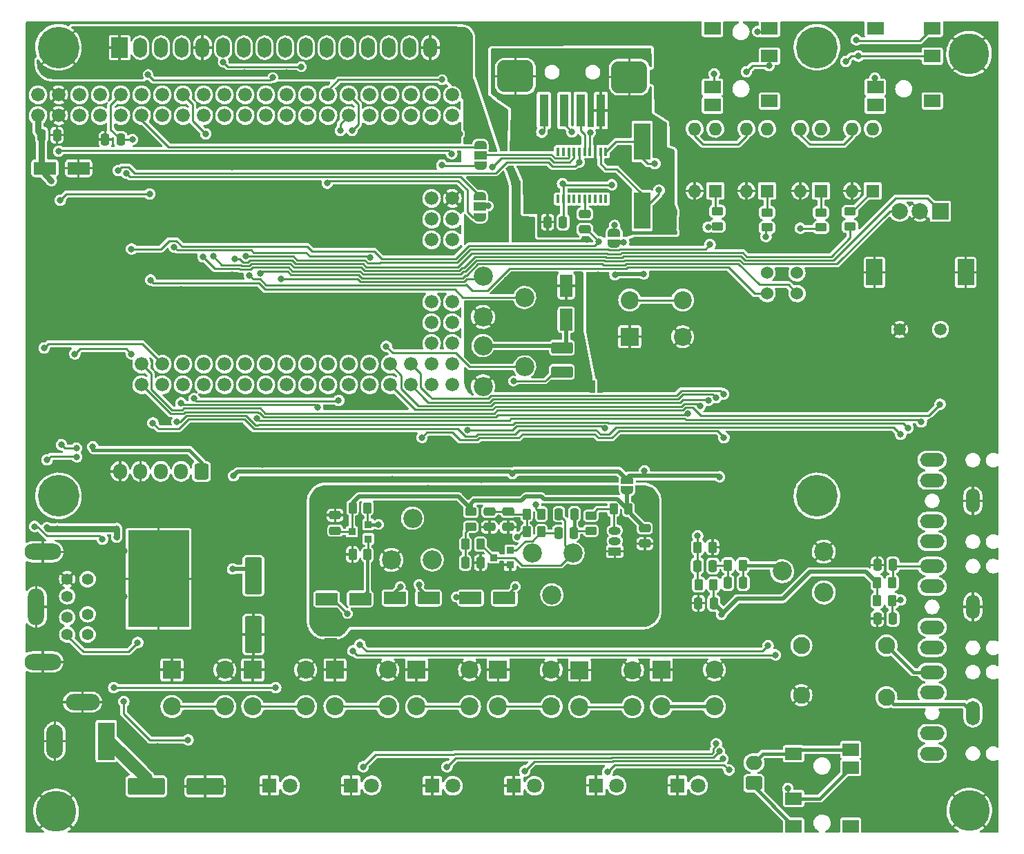
<source format=gbr>
%TF.GenerationSoftware,KiCad,Pcbnew,(6.0.11-0)*%
%TF.CreationDate,2023-05-23T17:58:12+02:00*%
%TF.ProjectId,Keyer_MEGA2560,4b657965-725f-44d4-9547-41323536302e,rev?*%
%TF.SameCoordinates,Original*%
%TF.FileFunction,Copper,L2,Bot*%
%TF.FilePolarity,Positive*%
%FSLAX46Y46*%
G04 Gerber Fmt 4.6, Leading zero omitted, Abs format (unit mm)*
G04 Created by KiCad (PCBNEW (6.0.11-0)) date 2023-05-23 17:58:12*
%MOMM*%
%LPD*%
G01*
G04 APERTURE LIST*
G04 Aperture macros list*
%AMRoundRect*
0 Rectangle with rounded corners*
0 $1 Rounding radius*
0 $2 $3 $4 $5 $6 $7 $8 $9 X,Y pos of 4 corners*
0 Add a 4 corners polygon primitive as box body*
4,1,4,$2,$3,$4,$5,$6,$7,$8,$9,$2,$3,0*
0 Add four circle primitives for the rounded corners*
1,1,$1+$1,$2,$3*
1,1,$1+$1,$4,$5*
1,1,$1+$1,$6,$7*
1,1,$1+$1,$8,$9*
0 Add four rect primitives between the rounded corners*
20,1,$1+$1,$2,$3,$4,$5,0*
20,1,$1+$1,$4,$5,$6,$7,0*
20,1,$1+$1,$6,$7,$8,$9,0*
20,1,$1+$1,$8,$9,$2,$3,0*%
%AMFreePoly0*
4,1,22,0.550000,-0.750000,0.000000,-0.750000,0.000000,-0.745033,-0.079941,-0.743568,-0.215256,-0.701293,-0.333266,-0.622738,-0.424486,-0.514219,-0.481581,-0.384460,-0.499164,-0.250000,-0.500000,-0.250000,-0.500000,0.250000,-0.499164,0.250000,-0.499963,0.256109,-0.478152,0.396186,-0.417904,0.524511,-0.324060,0.630769,-0.204165,0.706417,-0.067858,0.745374,0.000000,0.744959,0.000000,0.750000,
0.550000,0.750000,0.550000,-0.750000,0.550000,-0.750000,$1*%
%AMFreePoly1*
4,1,20,0.000000,0.744959,0.073905,0.744508,0.209726,0.703889,0.328688,0.626782,0.421226,0.519385,0.479903,0.390333,0.500000,0.250000,0.500000,-0.250000,0.499851,-0.262216,0.476331,-0.402017,0.414519,-0.529596,0.319384,-0.634700,0.198574,-0.708877,0.061801,-0.746166,0.000000,-0.745033,0.000000,-0.750000,-0.550000,-0.750000,-0.550000,0.750000,0.000000,0.750000,0.000000,0.744959,
0.000000,0.744959,$1*%
%AMFreePoly2*
4,1,22,0.500000,-0.750000,0.000000,-0.750000,0.000000,-0.745033,-0.079941,-0.743568,-0.215256,-0.701293,-0.333266,-0.622738,-0.424486,-0.514219,-0.481581,-0.384460,-0.499164,-0.250000,-0.500000,-0.250000,-0.500000,0.250000,-0.499164,0.250000,-0.499963,0.256109,-0.478152,0.396186,-0.417904,0.524511,-0.324060,0.630769,-0.204165,0.706417,-0.067858,0.745374,0.000000,0.744959,0.000000,0.750000,
0.500000,0.750000,0.500000,-0.750000,0.500000,-0.750000,$1*%
%AMFreePoly3*
4,1,20,0.000000,0.744959,0.073905,0.744508,0.209726,0.703889,0.328688,0.626782,0.421226,0.519385,0.479903,0.390333,0.500000,0.250000,0.500000,-0.250000,0.499851,-0.262216,0.476331,-0.402017,0.414519,-0.529596,0.319384,-0.634700,0.198574,-0.708877,0.061801,-0.746166,0.000000,-0.745033,0.000000,-0.750000,-0.500000,-0.750000,-0.500000,0.750000,0.000000,0.750000,0.000000,0.744959,
0.000000,0.744959,$1*%
G04 Aperture macros list end*
%TA.AperFunction,ComponentPad*%
%ADD10C,3.600000*%
%TD*%
%TA.AperFunction,ConnectorPad*%
%ADD11C,5.000000*%
%TD*%
%TA.AperFunction,ComponentPad*%
%ADD12R,2.200000X2.200000*%
%TD*%
%TA.AperFunction,ComponentPad*%
%ADD13C,2.200000*%
%TD*%
%TA.AperFunction,ComponentPad*%
%ADD14R,1.800000X1.800000*%
%TD*%
%TA.AperFunction,ComponentPad*%
%ADD15C,1.800000*%
%TD*%
%TA.AperFunction,ComponentPad*%
%ADD16R,2.000000X2.000000*%
%TD*%
%TA.AperFunction,ComponentPad*%
%ADD17C,2.000000*%
%TD*%
%TA.AperFunction,ComponentPad*%
%ADD18R,2.000000X3.200000*%
%TD*%
%TA.AperFunction,ComponentPad*%
%ADD19C,1.500000*%
%TD*%
%TA.AperFunction,ComponentPad*%
%ADD20R,2.000000X2.500000*%
%TD*%
%TA.AperFunction,ComponentPad*%
%ADD21O,1.700000X2.500000*%
%TD*%
%TA.AperFunction,ComponentPad*%
%ADD22C,5.100000*%
%TD*%
%TA.AperFunction,SMDPad,CuDef*%
%ADD23R,7.493000X11.811000*%
%TD*%
%TA.AperFunction,SMDPad,CuDef*%
%ADD24RoundRect,0.250000X-0.262500X-0.450000X0.262500X-0.450000X0.262500X0.450000X-0.262500X0.450000X0*%
%TD*%
%TA.AperFunction,SMDPad,CuDef*%
%ADD25RoundRect,0.250000X-1.137500X-0.550000X1.137500X-0.550000X1.137500X0.550000X-1.137500X0.550000X0*%
%TD*%
%TA.AperFunction,SMDPad,CuDef*%
%ADD26RoundRect,0.250000X0.262500X0.450000X-0.262500X0.450000X-0.262500X-0.450000X0.262500X-0.450000X0*%
%TD*%
%TA.AperFunction,ComponentPad*%
%ADD27R,1.500000X1.000000*%
%TD*%
%TA.AperFunction,ComponentPad*%
%ADD28O,1.500000X1.000000*%
%TD*%
%TA.AperFunction,SMDPad,CuDef*%
%ADD29RoundRect,0.250000X0.475000X-0.250000X0.475000X0.250000X-0.475000X0.250000X-0.475000X-0.250000X0*%
%TD*%
%TA.AperFunction,SMDPad,CuDef*%
%ADD30RoundRect,0.250000X-0.450000X0.262500X-0.450000X-0.262500X0.450000X-0.262500X0.450000X0.262500X0*%
%TD*%
%TA.AperFunction,ComponentPad*%
%ADD31C,1.407160*%
%TD*%
%TA.AperFunction,ComponentPad*%
%ADD32O,2.000000X4.500000*%
%TD*%
%TA.AperFunction,ComponentPad*%
%ADD33O,4.500000X2.000000*%
%TD*%
%TA.AperFunction,SMDPad,CuDef*%
%ADD34FreePoly0,90.000000*%
%TD*%
%TA.AperFunction,SMDPad,CuDef*%
%ADD35R,1.500000X1.000000*%
%TD*%
%TA.AperFunction,SMDPad,CuDef*%
%ADD36FreePoly1,90.000000*%
%TD*%
%TA.AperFunction,SMDPad,CuDef*%
%ADD37FreePoly2,270.000000*%
%TD*%
%TA.AperFunction,SMDPad,CuDef*%
%ADD38FreePoly3,270.000000*%
%TD*%
%TA.AperFunction,ComponentPad*%
%ADD39R,1.600000X1.600000*%
%TD*%
%TA.AperFunction,ComponentPad*%
%ADD40O,1.600000X1.600000*%
%TD*%
%TA.AperFunction,ComponentPad*%
%ADD41R,2.000000X4.600000*%
%TD*%
%TA.AperFunction,ComponentPad*%
%ADD42O,2.000000X4.200000*%
%TD*%
%TA.AperFunction,ComponentPad*%
%ADD43O,4.200000X2.000000*%
%TD*%
%TA.AperFunction,SMDPad,CuDef*%
%ADD44RoundRect,0.250001X-1.074999X0.462499X-1.074999X-0.462499X1.074999X-0.462499X1.074999X0.462499X0*%
%TD*%
%TA.AperFunction,ComponentPad*%
%ADD45RoundRect,0.250000X0.600000X0.725000X-0.600000X0.725000X-0.600000X-0.725000X0.600000X-0.725000X0*%
%TD*%
%TA.AperFunction,ComponentPad*%
%ADD46O,1.700000X1.950000*%
%TD*%
%TA.AperFunction,ComponentPad*%
%ADD47RoundRect,0.250000X0.750000X-0.600000X0.750000X0.600000X-0.750000X0.600000X-0.750000X-0.600000X0*%
%TD*%
%TA.AperFunction,ComponentPad*%
%ADD48O,2.000000X1.700000*%
%TD*%
%TA.AperFunction,ComponentPad*%
%ADD49C,2.340000*%
%TD*%
%TA.AperFunction,SMDPad,CuDef*%
%ADD50FreePoly2,0.000000*%
%TD*%
%TA.AperFunction,SMDPad,CuDef*%
%ADD51FreePoly3,0.000000*%
%TD*%
%TA.AperFunction,SMDPad,CuDef*%
%ADD52RoundRect,0.250000X-0.250000X-0.475000X0.250000X-0.475000X0.250000X0.475000X-0.250000X0.475000X0*%
%TD*%
%TA.AperFunction,SMDPad,CuDef*%
%ADD53RoundRect,0.250001X-1.999999X-0.799999X1.999999X-0.799999X1.999999X0.799999X-1.999999X0.799999X0*%
%TD*%
%TA.AperFunction,SMDPad,CuDef*%
%ADD54R,2.000000X1.500000*%
%TD*%
%TA.AperFunction,SMDPad,CuDef*%
%ADD55RoundRect,0.250000X1.137500X0.550000X-1.137500X0.550000X-1.137500X-0.550000X1.137500X-0.550000X0*%
%TD*%
%TA.AperFunction,ComponentPad*%
%ADD56C,1.676400*%
%TD*%
%TA.AperFunction,SMDPad,CuDef*%
%ADD57R,0.400000X1.000000*%
%TD*%
%TA.AperFunction,SMDPad,CuDef*%
%ADD58RoundRect,0.250000X0.250000X0.475000X-0.250000X0.475000X-0.250000X-0.475000X0.250000X-0.475000X0*%
%TD*%
%TA.AperFunction,SMDPad,CuDef*%
%ADD59RoundRect,0.250000X0.450000X-0.262500X0.450000X0.262500X-0.450000X0.262500X-0.450000X-0.262500X0*%
%TD*%
%TA.AperFunction,SMDPad,CuDef*%
%ADD60R,1.100000X4.000000*%
%TD*%
%TA.AperFunction,SMDPad,CuDef*%
%ADD61RoundRect,0.984250X-1.238250X-0.984250X1.238250X-0.984250X1.238250X0.984250X-1.238250X0.984250X0*%
%TD*%
%TA.AperFunction,ComponentPad*%
%ADD62C,2.098040*%
%TD*%
%TA.AperFunction,SMDPad,CuDef*%
%ADD63R,2.000000X4.500000*%
%TD*%
%TA.AperFunction,SMDPad,CuDef*%
%ADD64RoundRect,0.250001X-0.799999X1.999999X-0.799999X-1.999999X0.799999X-1.999999X0.799999X1.999999X0*%
%TD*%
%TA.AperFunction,ComponentPad*%
%ADD65C,1.524000*%
%TD*%
%TA.AperFunction,SMDPad,CuDef*%
%ADD66R,0.914400X0.914400*%
%TD*%
%TA.AperFunction,SMDPad,CuDef*%
%ADD67RoundRect,0.250000X-0.475000X0.250000X-0.475000X-0.250000X0.475000X-0.250000X0.475000X0.250000X0*%
%TD*%
%TA.AperFunction,ComponentPad*%
%ADD68O,1.700000X3.000000*%
%TD*%
%TA.AperFunction,ComponentPad*%
%ADD69O,3.000000X1.700000*%
%TD*%
%TA.AperFunction,SMDPad,CuDef*%
%ADD70RoundRect,0.250000X0.550000X-1.137500X0.550000X1.137500X-0.550000X1.137500X-0.550000X-1.137500X0*%
%TD*%
%TA.AperFunction,SMDPad,CuDef*%
%ADD71FreePoly2,90.000000*%
%TD*%
%TA.AperFunction,SMDPad,CuDef*%
%ADD72FreePoly3,90.000000*%
%TD*%
%TA.AperFunction,ViaPad*%
%ADD73C,0.800000*%
%TD*%
%TA.AperFunction,Conductor*%
%ADD74C,0.500000*%
%TD*%
%TA.AperFunction,Conductor*%
%ADD75C,0.250000*%
%TD*%
%TA.AperFunction,Conductor*%
%ADD76C,0.400000*%
%TD*%
%TA.AperFunction,Conductor*%
%ADD77C,1.500000*%
%TD*%
%TA.AperFunction,Conductor*%
%ADD78C,0.750000*%
%TD*%
G04 APERTURE END LIST*
D10*
%TO.P,H2,1,1*%
%TO.N,GND*%
X291464160Y-78174000D03*
D11*
X291464160Y-78174000D03*
%TD*%
D12*
%TO.P,S4,1*%
%TO.N,GND*%
X223723200Y-153720800D03*
D13*
%TO.P,S4,2*%
X230223200Y-153720800D03*
%TO.P,S4,3*%
%TO.N,Net-(R7-Pad2)*%
X223723200Y-158220800D03*
%TO.P,S4,4*%
X230223200Y-158220800D03*
%TD*%
D12*
%TO.P,S5,1*%
%TO.N,GND*%
X233730800Y-153720800D03*
D13*
%TO.P,S5,2*%
X240230800Y-153720800D03*
%TO.P,S5,3*%
%TO.N,Net-(R10-Pad1)*%
X233730800Y-158220800D03*
%TO.P,S5,4*%
X240230800Y-158220800D03*
%TD*%
D12*
%TO.P,S3,1*%
%TO.N,GND*%
X213714160Y-153724000D03*
D13*
%TO.P,S3,2*%
X220214160Y-153724000D03*
%TO.P,S3,3*%
%TO.N,Net-(R6-Pad2)*%
X213714160Y-158224000D03*
%TO.P,S3,4*%
X220214160Y-158224000D03*
%TD*%
D14*
%TO.P,D2,1,K*%
%TO.N,GND*%
X235661200Y-167944299D03*
D15*
%TO.P,D2,2,A*%
%TO.N,Net-(D2-Pad2)*%
X238201200Y-167944299D03*
%TD*%
D12*
%TO.P,S6,1*%
%TO.N,GND*%
X243714160Y-153756800D03*
D13*
%TO.P,S6,2*%
X250214160Y-153756800D03*
%TO.P,S6,3*%
%TO.N,Net-(R10-Pad2)*%
X243714160Y-158256800D03*
%TO.P,S6,4*%
X250214160Y-158256800D03*
%TD*%
D12*
%TO.P,S8,1*%
%TO.N,GND*%
X253747200Y-153724000D03*
D13*
%TO.P,S8,2*%
X260247200Y-153724000D03*
%TO.P,S8,3*%
%TO.N,Net-(R13-Pad2)*%
X253747200Y-158224000D03*
%TO.P,S8,4*%
X260247200Y-158224000D03*
%TD*%
D14*
%TO.P,D1,1,K*%
%TO.N,GND*%
X245714600Y-167894000D03*
D15*
%TO.P,D1,2,A*%
%TO.N,Net-(D1-Pad2)*%
X248254600Y-167894000D03*
%TD*%
D14*
%TO.P,D4,1,K*%
%TO.N,GND*%
X215682661Y-167894000D03*
D15*
%TO.P,D4,2,A*%
%TO.N,Net-(D4-Pad2)*%
X218222661Y-167894000D03*
%TD*%
D16*
%TO.P,SW2,A,A*%
%TO.N,Net-(C6-Pad2)*%
X287964160Y-97474000D03*
D17*
%TO.P,SW2,B,B*%
%TO.N,Net-(C8-Pad2)*%
X282964160Y-97474000D03*
%TO.P,SW2,C,C*%
%TO.N,GND*%
X285464160Y-97474000D03*
D18*
%TO.P,SW2,MP,MP*%
X279864160Y-104974000D03*
X291064160Y-104974000D03*
D19*
%TO.P,SW2,S1,S1*%
%TO.N,PULSADORES*%
X287964160Y-111974000D03*
%TO.P,SW2,S2,S2*%
%TO.N,GND*%
X282964160Y-111974000D03*
%TD*%
D20*
%TO.P,DS1,1,VSS*%
%TO.N,GND1*%
X187314000Y-77421500D03*
D21*
%TO.P,DS1,2,VDD*%
%TO.N,Net-(C21-Pad1)*%
X189854000Y-77421500D03*
%TO.P,DS1,3,V0*%
%TO.N,Net-(DS1-Pad3)*%
X192394000Y-77421500D03*
%TO.P,DS1,4,RS*%
%TO.N,Net-(DS1-Pad4)*%
X194934000Y-77421500D03*
%TO.P,DS1,5,R/W*%
%TO.N,GND1*%
X197474000Y-77421500D03*
%TO.P,DS1,6,E*%
%TO.N,Net-(DS1-Pad6)*%
X200014000Y-77421500D03*
%TO.P,DS1,7,DB0*%
%TO.N,unconnected-(DS1-Pad7)*%
X202554000Y-77421500D03*
%TO.P,DS1,8,DB1*%
%TO.N,unconnected-(DS1-Pad8)*%
X205094000Y-77421500D03*
%TO.P,DS1,9,DB2*%
%TO.N,unconnected-(DS1-Pad9)*%
X207634000Y-77421500D03*
%TO.P,DS1,10,DB3*%
%TO.N,unconnected-(DS1-Pad10)*%
X210174000Y-77421500D03*
%TO.P,DS1,11,DB4*%
%TO.N,Net-(DS1-Pad11)*%
X212714000Y-77421500D03*
%TO.P,DS1,12,DB5*%
%TO.N,Net-(DS1-Pad12)*%
X215254000Y-77421500D03*
%TO.P,DS1,13,DB6*%
%TO.N,Net-(DS1-Pad13)*%
X217794000Y-77421500D03*
%TO.P,DS1,14,DB7*%
%TO.N,Net-(DS1-Pad14)*%
X220334000Y-77421500D03*
%TO.P,DS1,15,A*%
%TO.N,Net-(DS1-Pad15)*%
X222874000Y-77421500D03*
%TO.P,DS1,16,K*%
%TO.N,GND1*%
X225414000Y-77421500D03*
D22*
%TO.P,DS1,S1,SHIELD*%
X179814000Y-77381500D03*
%TO.P,DS1,S2,SHIELD*%
%TO.N,unconnected-(DS1-PadS2)*%
X272814000Y-77381500D03*
%TO.P,DS1,S3,SHIELD*%
%TO.N,unconnected-(DS1-PadS3)*%
X179814000Y-132381500D03*
%TO.P,DS1,S4,SHIELD*%
%TO.N,unconnected-(DS1-PadS4)*%
X272814000Y-132381500D03*
%TD*%
D23*
%TO.P,U2,2,GND*%
%TO.N,GND*%
X192087500Y-142557500D03*
%TD*%
D12*
%TO.P,S1,1*%
%TO.N,GND*%
X193727000Y-153724000D03*
D13*
%TO.P,S1,2*%
X200227000Y-153724000D03*
%TO.P,S1,3*%
%TO.N,Net-(R2-Pad2)*%
X193727000Y-158224000D03*
%TO.P,S1,4*%
X200227000Y-158224000D03*
%TD*%
D14*
%TO.P,D3,1,K*%
%TO.N,GND*%
X225653600Y-167944299D03*
D15*
%TO.P,D3,2,A*%
%TO.N,Net-(D3-Pad2)*%
X228193600Y-167944299D03*
%TD*%
D12*
%TO.P,S2,1*%
%TO.N,GND*%
X203633000Y-153724000D03*
D13*
%TO.P,S2,2*%
X210133000Y-153724000D03*
%TO.P,S2,3*%
%TO.N,Net-(R3-Pad2)*%
X203633000Y-158224000D03*
%TO.P,S2,4*%
X210133000Y-158224000D03*
%TD*%
D14*
%TO.P,D6,1,K*%
%TO.N,GND*%
X205684200Y-167894000D03*
D15*
%TO.P,D6,2,A*%
%TO.N,Net-(D6-Pad2)*%
X208224200Y-167894000D03*
%TD*%
D10*
%TO.P,H1,1,1*%
%TO.N,GND*%
X291494160Y-170992800D03*
D11*
X291494160Y-170992800D03*
%TD*%
%TO.P,H3,1,1*%
%TO.N,GND*%
X179527200Y-171094400D03*
D10*
X179527200Y-171094400D03*
%TD*%
D14*
%TO.P,D5,1,K*%
%TO.N,GND*%
X255722200Y-167894000D03*
D15*
%TO.P,D5,2,A*%
%TO.N,Net-(D5-Pad2)*%
X258262200Y-167894000D03*
%TD*%
D24*
%TO.P,R11,1*%
%TO.N,AUDIO_IN*%
X258318000Y-143256000D03*
%TO.P,R11,2*%
%TO.N,V5*%
X260143000Y-143256000D03*
%TD*%
D25*
%TO.P,C34,1*%
%TO.N,Net-(C34-Pad1)*%
X221076500Y-144907000D03*
%TO.P,C34,2*%
%TO.N,Net-(C34-Pad2)*%
X225201500Y-144907000D03*
%TD*%
D26*
%TO.P,R28,1*%
%TO.N,Net-(C31-Pad1)*%
X239037500Y-136779000D03*
%TO.P,R28,2*%
%TO.N,Net-(C29-Pad2)*%
X237212500Y-136779000D03*
%TD*%
D27*
%TO.P,Q1,1,S*%
%TO.N,GND2*%
X248031000Y-139192000D03*
D28*
%TO.P,Q1,2,G*%
%TO.N,AUDIO_OUT*%
X248031000Y-137922000D03*
%TO.P,Q1,3,D*%
%TO.N,Net-(Q1-Pad3)*%
X248031000Y-136652000D03*
%TD*%
D29*
%TO.P,C27,1*%
%TO.N,GND2*%
X251708000Y-138237000D03*
%TO.P,C27,2*%
%TO.N,Net-(C27-Pad2)*%
X251708000Y-136337000D03*
%TD*%
D30*
%TO.P,R18,1*%
%TO.N,Net-(R18-Pad1)*%
X273304000Y-97639500D03*
%TO.P,R18,2*%
%TO.N,Net-(J14-Pad2)*%
X273304000Y-99464500D03*
%TD*%
D25*
%TO.P,C19,1*%
%TO.N,+12V*%
X178150500Y-92202000D03*
%TO.P,C19,2*%
%TO.N,GND*%
X182275500Y-92202000D03*
%TD*%
D31*
%TO.P,J3,1*%
%TO.N,Net-(J3-Pad1)*%
X180889910Y-147297140D03*
%TO.P,J3,2*%
%TO.N,unconnected-(J3-Pad2)*%
X180889910Y-144701260D03*
%TO.P,J3,3*%
%TO.N,GND*%
X180889910Y-142600680D03*
%TO.P,J3,4*%
%TO.N,V5*%
X180889910Y-149397720D03*
%TO.P,J3,5*%
%TO.N,Net-(J3-Pad5)*%
X183389270Y-142600680D03*
%TO.P,J3,6*%
%TO.N,unconnected-(J3-Pad6)*%
X183389270Y-146898360D03*
%TO.P,J3,7*%
%TO.N,unconnected-(J3-Pad7)*%
X183389270Y-149397720D03*
D32*
%TO.P,J3,GND*%
%TO.N,GND*%
X177090070Y-145999200D03*
D33*
X177887630Y-152747980D03*
X177887630Y-139250420D03*
%TD*%
D34*
%TO.P,JP3,1,A*%
%TO.N,Net-(JP3-Pad1)*%
X231546400Y-91927200D03*
D35*
%TO.P,JP3,2,C*%
%TO.N,Net-(JP3-Pad2)*%
X231546400Y-90627200D03*
D36*
%TO.P,JP3,3,B*%
%TO.N,Net-(JP3-Pad3)*%
X231546400Y-89327200D03*
%TD*%
D37*
%TO.P,JP7,1,A*%
%TO.N,Net-(C10-Pad1)*%
X247954800Y-100137200D03*
D38*
%TO.P,JP7,2,B*%
%TO.N,V5*%
X247954800Y-101437200D03*
%TD*%
D34*
%TO.P,JP2,1,A*%
%TO.N,Net-(JP2-Pad1)*%
X231495600Y-98226400D03*
D35*
%TO.P,JP2,2,C*%
%TO.N,Net-(JP2-Pad2)*%
X231495600Y-96926400D03*
D36*
%TO.P,JP2,3,B*%
%TO.N,Net-(JP2-Pad3)*%
X231495600Y-95626400D03*
%TD*%
D39*
%TO.P,U6,1*%
%TO.N,Net-(R18-Pad1)*%
X273309000Y-94986000D03*
D40*
%TO.P,U6,2*%
%TO.N,GND*%
X270769000Y-94986000D03*
%TO.P,U6,3*%
%TO.N,Net-(C24-Pad1)*%
X270769000Y-87366000D03*
%TO.P,U6,4*%
%TO.N,Net-(C24-Pad2)*%
X273309000Y-87366000D03*
%TD*%
D41*
%TO.P,J2,1*%
%TO.N,+12V*%
X185674000Y-162474000D03*
D42*
%TO.P,J2,2*%
%TO.N,GND*%
X179374000Y-162474000D03*
D43*
%TO.P,J2,3*%
X182774000Y-157674000D03*
%TD*%
D44*
%TO.P,L1,1,1*%
%TO.N,Net-(C21-Pad1)*%
X241554000Y-114209500D03*
%TO.P,L1,2,2*%
%TO.N,V5*%
X241554000Y-117184500D03*
%TD*%
D29*
%TO.P,C29,1*%
%TO.N,GND2*%
X234950000Y-136205000D03*
%TO.P,C29,2*%
%TO.N,Net-(C29-Pad2)*%
X234950000Y-134305000D03*
%TD*%
D12*
%TO.P,S7,1*%
%TO.N,GND*%
X249861000Y-112867000D03*
D13*
%TO.P,S7,2*%
X256361000Y-112867000D03*
%TO.P,S7,3*%
%TO.N,Net-(C17-Pad1)*%
X249861000Y-108367000D03*
%TO.P,S7,4*%
X256361000Y-108367000D03*
%TD*%
D45*
%TO.P,J6,1,Pin_1*%
%TO.N,V5*%
X197358000Y-129387600D03*
D46*
%TO.P,J6,2,Pin_2*%
%TO.N,Net-(J6-Pad2)*%
X194858000Y-129387600D03*
%TO.P,J6,3,Pin_3*%
%TO.N,Net-(J6-Pad3)*%
X192358000Y-129387600D03*
%TO.P,J6,4,Pin_4*%
%TO.N,GND*%
X189858000Y-129387600D03*
%TO.P,J6,5,Pin_5*%
X187358000Y-129387600D03*
%TD*%
D26*
%TO.P,R30,1*%
%TO.N,Net-(C28-Pad2)*%
X231544500Y-138303000D03*
%TO.P,R30,2*%
%TO.N,Net-(C32-Pad2)*%
X229719500Y-138303000D03*
%TD*%
D47*
%TO.P,J7,1,Pin_1*%
%TO.N,GND2*%
X265095000Y-167620000D03*
D48*
%TO.P,J7,2,Pin_2*%
%TO.N,Net-(J7-Pad2)*%
X265095000Y-165120000D03*
%TD*%
D49*
%TO.P,RV4,1,1*%
%TO.N,GND2*%
X220639000Y-140233500D03*
%TO.P,RV4,2,2*%
%TO.N,Net-(C34-Pad2)*%
X223239000Y-135133500D03*
%TO.P,RV4,3,3*%
%TO.N,Net-(C33-Pad2)*%
X225639000Y-140233500D03*
%TD*%
D50*
%TO.P,JP4,1,A*%
%TO.N,GND1*%
X245095000Y-118999000D03*
D51*
%TO.P,JP4,2,B*%
%TO.N,GND*%
X246395000Y-118999000D03*
%TD*%
D52*
%TO.P,C14,1*%
%TO.N,AUDIO_IN*%
X258153500Y-140970000D03*
%TO.P,C14,2*%
%TO.N,Net-(C12-Pad1)*%
X260053500Y-140970000D03*
%TD*%
D53*
%TO.P,C7,1*%
%TO.N,+12V*%
X190583000Y-168021000D03*
%TO.P,C7,2*%
%TO.N,GND*%
X197783000Y-168021000D03*
%TD*%
D49*
%TO.P,RV5,1,1*%
%TO.N,Net-(C28-Pad2)*%
X242911000Y-139420500D03*
%TO.P,RV5,2,2*%
%TO.N,Net-(R26-Pad2)*%
X240311000Y-144520500D03*
%TO.P,RV5,3,3*%
X237911000Y-139420500D03*
%TD*%
D39*
%TO.P,U4,1*%
%TO.N,Net-(R17-Pad1)*%
X266705000Y-94986000D03*
D40*
%TO.P,U4,2*%
%TO.N,GND*%
X264165000Y-94986000D03*
%TO.P,U4,3*%
%TO.N,Net-(C23-Pad1)*%
X264165000Y-87366000D03*
%TO.P,U4,4*%
%TO.N,Net-(C23-Pad2)*%
X266705000Y-87366000D03*
%TD*%
D30*
%TO.P,R20,1*%
%TO.N,Net-(R20-Pad1)*%
X276860000Y-97512500D03*
%TO.P,R20,2*%
%TO.N,KEY_2*%
X276860000Y-99337500D03*
%TD*%
D54*
%TO.P,J10,1,GND*%
%TO.N,Net-(C23-Pad1)*%
X266999600Y-75064600D03*
%TO.P,J10,2*%
%TO.N,unconnected-(J10-Pad2)*%
X259999600Y-75064600D03*
%TO.P,J10,3*%
%TO.N,Net-(C23-Pad2)*%
X266999600Y-78464600D03*
%TO.P,J10,4*%
%TO.N,Net-(C25-Pad2)*%
X259999600Y-82264600D03*
%TO.P,J10,5*%
%TO.N,unconnected-(J10-Pad5)*%
X259999600Y-84464600D03*
%TO.P,J10,6*%
%TO.N,unconnected-(J10-Pad6)*%
X266999600Y-83964600D03*
%TD*%
D55*
%TO.P,C36,1*%
%TO.N,Net-(C36-Pad1)*%
X216819500Y-145034000D03*
%TO.P,C36,2*%
%TO.N,Net-(C36-Pad2)*%
X212694500Y-145034000D03*
%TD*%
D29*
%TO.P,C30,1*%
%TO.N,GND2*%
X232664000Y-136205000D03*
%TO.P,C30,2*%
%TO.N,Net-(C29-Pad2)*%
X232664000Y-134305000D03*
%TD*%
D49*
%TO.P,RV3,1,1*%
%TO.N,Net-(C21-Pad1)*%
X231876500Y-113959000D03*
%TO.P,RV3,2,2*%
%TO.N,Net-(DS1-Pad15)*%
X236976500Y-116559000D03*
%TO.P,RV3,3,3*%
%TO.N,GND1*%
X231876500Y-118959000D03*
%TD*%
D56*
%TO.P,U3,3V3_1,3V3*%
%TO.N,3V3_1*%
X184924760Y-83213500D03*
%TO.P,U3,3V3_2,3V3*%
%TO.N,unconnected-(U3-Pad3V3_2)*%
X184924760Y-85753500D03*
%TO.P,U3,5V_1,5V_SPI*%
%TO.N,unconnected-(U3-Pad5V_1)*%
X182384760Y-83213500D03*
%TO.P,U3,5V_2,5V*%
%TO.N,unconnected-(U3-Pad5V_2)*%
X182384760Y-85753500D03*
%TO.P,U3,5V_3,5V*%
%TO.N,unconnected-(U3-Pad5V_3)*%
X228104760Y-100993500D03*
%TO.P,U3,A0,A0*%
%TO.N,AUDIO_IN*%
X190004760Y-118773500D03*
%TO.P,U3,A1,A1*%
%TO.N,PULSADORES*%
X190004760Y-116233500D03*
%TO.P,U3,A2,A2*%
%TO.N,unconnected-(U3-PadA2)*%
X192544760Y-118773500D03*
%TO.P,U3,A3,A3*%
%TO.N,Net-(J3-Pad1)*%
X192544760Y-116233500D03*
%TO.P,U3,A4,A4*%
%TO.N,unconnected-(U3-PadA4)*%
X195084760Y-118773500D03*
%TO.P,U3,A5,A5*%
%TO.N,unconnected-(U3-PadA5)*%
X195084760Y-116233500D03*
%TO.P,U3,A6,A6*%
%TO.N,unconnected-(U3-PadA6)*%
X197624760Y-118773500D03*
%TO.P,U3,A7,A7*%
%TO.N,unconnected-(U3-PadA7)*%
X197624760Y-116233500D03*
%TO.P,U3,A8,A8*%
%TO.N,unconnected-(U3-PadA8)*%
X200164760Y-118773500D03*
%TO.P,U3,A9,A9*%
%TO.N,unconnected-(U3-PadA9)*%
X200164760Y-116233500D03*
%TO.P,U3,A10,A10*%
%TO.N,unconnected-(U3-PadA10)*%
X202704760Y-118773500D03*
%TO.P,U3,A11,A11*%
%TO.N,unconnected-(U3-PadA11)*%
X202704760Y-116233500D03*
%TO.P,U3,A12,A12*%
%TO.N,unconnected-(U3-PadA12)*%
X205244760Y-118773500D03*
%TO.P,U3,A13,A13*%
%TO.N,unconnected-(U3-PadA13)*%
X205244760Y-116233500D03*
%TO.P,U3,A14,A14*%
%TO.N,unconnected-(U3-PadA14)*%
X207784760Y-118773500D03*
%TO.P,U3,A15,A15*%
%TO.N,unconnected-(U3-PadA15)*%
X207784760Y-116233500D03*
%TO.P,U3,AREF,AREF*%
%TO.N,unconnected-(U3-PadAREF)*%
X187464760Y-85753500D03*
%TO.P,U3,D2,D2_PWM_INT-4*%
%TO.N,unconnected-(U3-PadD2)*%
X192544760Y-85753500D03*
%TO.P,U3,D3,D3_PWM_INT-5*%
%TO.N,Net-(J3-Pad5)*%
X192544760Y-83213500D03*
%TO.P,U3,D4,D4_PWM*%
%TO.N,Net-(C3-Pad2)*%
X195084760Y-85753500D03*
%TO.P,U3,D5,D5_PWM*%
%TO.N,Net-(C5-Pad2)*%
X195084760Y-83213500D03*
%TO.P,U3,D6,D6_PWM*%
%TO.N,Net-(C8-Pad2)*%
X197624760Y-85753500D03*
%TO.P,U3,D7,D7_PWM*%
%TO.N,Net-(C6-Pad2)*%
X197624760Y-83213500D03*
%TO.P,U3,D8,D8_PWM*%
%TO.N,KEY_1*%
X200164760Y-85753500D03*
%TO.P,U3,D9,D9_PWM*%
%TO.N,KEY_2*%
X200164760Y-83213500D03*
%TO.P,U3,D10,D10_PWM*%
%TO.N,PTT_1*%
X202704760Y-85753500D03*
%TO.P,U3,D11,D11_PWM*%
%TO.N,PTT_2*%
X202704760Y-83213500D03*
%TO.P,U3,D12,D12_PWM*%
%TO.N,Net-(J4-Pad3)*%
X205244760Y-85753500D03*
%TO.P,U3,D13,D13_PWM*%
%TO.N,unconnected-(U3-PadD13)*%
X205244760Y-83213500D03*
%TO.P,U3,D14,D14_(TX3)*%
%TO.N,unconnected-(U3-PadD14)*%
X207784760Y-85753500D03*
%TO.P,U3,D15,D15_(RX3)*%
%TO.N,unconnected-(U3-PadD15)*%
X207784760Y-83213500D03*
%TO.P,U3,D16,D16_(TX2)*%
%TO.N,unconnected-(U3-PadD16)*%
X210324760Y-85753500D03*
%TO.P,U3,D17,D17_(RX2)*%
%TO.N,unconnected-(U3-PadD17)*%
X210324760Y-83213500D03*
%TO.P,U3,D18,D18_(TX1)_INT-3*%
%TO.N,Net-(JP2-Pad1)*%
X212864760Y-85753500D03*
%TO.P,U3,D19,D19_(RX1)_INT-2*%
%TO.N,Net-(JP3-Pad1)*%
X212864760Y-83213500D03*
%TO.P,U3,D20,D20_INT-1*%
%TO.N,Net-(J6-Pad3)*%
X215404760Y-85753500D03*
%TO.P,U3,D21,D21_INT-0*%
%TO.N,Net-(J6-Pad2)*%
X215404760Y-83213500D03*
%TO.P,U3,D22,D22*%
%TO.N,unconnected-(U3-PadD22)*%
X217944760Y-85753500D03*
%TO.P,U3,D23,D23*%
%TO.N,unconnected-(U3-PadD23)*%
X217944760Y-83213500D03*
%TO.P,U3,D24,D24*%
%TO.N,unconnected-(U3-PadD24)*%
X220484760Y-85753500D03*
%TO.P,U3,D25,D25*%
%TO.N,unconnected-(U3-PadD25)*%
X220484760Y-83213500D03*
%TO.P,U3,D26,D26*%
%TO.N,unconnected-(U3-PadD26)*%
X223024760Y-85753500D03*
%TO.P,U3,D27,D27*%
%TO.N,unconnected-(U3-PadD27)*%
X223024760Y-83213500D03*
%TO.P,U3,D28,D28*%
%TO.N,OPT1*%
X225564760Y-85753500D03*
%TO.P,U3,D29,D29*%
%TO.N,unconnected-(U3-PadD29)*%
X225564760Y-83213500D03*
%TO.P,U3,D30,D30*%
%TO.N,OPT2*%
X228104760Y-85753500D03*
%TO.P,U3,D31,D31*%
%TO.N,AUDIO_OUT*%
X228104760Y-83213500D03*
%TO.P,U3,D32,D32*%
%TO.N,Net-(DS1-Pad6)*%
X210324760Y-118773500D03*
%TO.P,U3,D33,D33*%
%TO.N,Net-(DS1-Pad11)*%
X210324760Y-116233500D03*
%TO.P,U3,D34,D34*%
%TO.N,unconnected-(U3-PadD34)*%
X212864760Y-118773500D03*
%TO.P,U3,D35,D35*%
%TO.N,Net-(DS1-Pad12)*%
X212864760Y-116233500D03*
%TO.P,U3,D36,D36*%
%TO.N,unconnected-(U3-PadD36)*%
X215404760Y-118773500D03*
%TO.P,U3,D37,D37*%
%TO.N,Net-(DS1-Pad13)*%
X215404760Y-116233500D03*
%TO.P,U3,D38,D38*%
%TO.N,Net-(DS1-Pad4)*%
X217944760Y-118773500D03*
%TO.P,U3,D39,D39*%
%TO.N,Net-(DS1-Pad14)*%
X217944760Y-116233500D03*
%TO.P,U3,D40,D40*%
%TO.N,LED1*%
X220484760Y-118773500D03*
%TO.P,U3,D41,D41*%
%TO.N,LED2*%
X220484760Y-116233500D03*
%TO.P,U3,D42,D42*%
%TO.N,LED3*%
X223024760Y-118773500D03*
%TO.P,U3,D43,D43*%
%TO.N,LED4*%
X223024760Y-116233500D03*
%TO.P,U3,D44,D44-PWM*%
%TO.N,unconnected-(U3-PadD44)*%
X225564760Y-118773500D03*
%TO.P,U3,D45,D45-PWM*%
%TO.N,unconnected-(U3-PadD45)*%
X225564760Y-116233500D03*
%TO.P,U3,D46,D46_PWM*%
%TO.N,unconnected-(U3-PadD46)*%
X228104760Y-118773500D03*
%TO.P,U3,D47,D47*%
%TO.N,unconnected-(U3-PadD47)*%
X228104760Y-116233500D03*
%TO.P,U3,D48,D48*%
%TO.N,unconnected-(U3-PadD48)*%
X228104760Y-113693500D03*
%TO.P,U3,D49,D49*%
%TO.N,unconnected-(U3-PadD49)*%
X225564760Y-113693500D03*
%TO.P,U3,D50,D50*%
%TO.N,unconnected-(U3-PadD50)*%
X228104760Y-111153500D03*
%TO.P,U3,D51,D51*%
%TO.N,unconnected-(U3-PadD51)*%
X225564760Y-111153500D03*
%TO.P,U3,D52,D52*%
%TO.N,unconnected-(U3-PadD52)*%
X228104760Y-108613500D03*
%TO.P,U3,D53,D53*%
%TO.N,unconnected-(U3-PadD53)*%
X225564760Y-108613500D03*
%TO.P,U3,GND_1,GND*%
%TO.N,GND*%
X179844760Y-83213500D03*
%TO.P,U3,GND_2,GND*%
X179844760Y-85753500D03*
%TO.P,U3,GND_3,GND*%
X228104760Y-95913500D03*
%TO.P,U3,MISO,MISO_SPI*%
%TO.N,unconnected-(U3-PadMISO)*%
X225564760Y-100993500D03*
%TO.P,U3,MOSI,MOSI_SPI*%
%TO.N,unconnected-(U3-PadMOSI)*%
X228104760Y-98453500D03*
%TO.P,U3,RESET,RESET*%
%TO.N,Net-(C17-Pad1)*%
X187464760Y-83213500D03*
%TO.P,U3,RST,RST_SPI*%
%TO.N,unconnected-(U3-PadRST)*%
X225564760Y-95913500D03*
%TO.P,U3,RX,RX_(D0)*%
%TO.N,Net-(JP3-Pad3)*%
X190004760Y-85753500D03*
%TO.P,U3,SCK,SCK-SPI*%
%TO.N,unconnected-(U3-PadSCK)*%
X225564760Y-98453500D03*
%TO.P,U3,TX,TX_(D1)*%
%TO.N,Net-(JP2-Pad3)*%
X190004760Y-83213500D03*
%TO.P,U3,VIN_1,VIN*%
%TO.N,+12V*%
X177304760Y-83213500D03*
%TO.P,U3,VIN_2,VIN*%
X177304760Y-85753500D03*
%TD*%
D52*
%TO.P,C3,1*%
%TO.N,GND*%
X280228000Y-147421600D03*
%TO.P,C3,2*%
%TO.N,Net-(C3-Pad2)*%
X282128000Y-147421600D03*
%TD*%
D57*
%TO.P,U1,1,CKOH*%
%TO.N,unconnected-(U1-Pad1)*%
X241086420Y-90165600D03*
%TO.P,U1,2,CKOL*%
%TO.N,unconnected-(U1-Pad2)*%
X241736420Y-90165600D03*
%TO.P,U1,3,TXD*%
%TO.N,Net-(JP3-Pad2)*%
X242386420Y-90165600D03*
%TO.P,U1,4,RXD*%
%TO.N,Net-(JP2-Pad2)*%
X243036420Y-90165600D03*
%TO.P,U1,5,V3*%
%TO.N,3V3_1*%
X243686420Y-90165600D03*
%TO.P,U1,6,UD+*%
%TO.N,Net-(J1-Pad3)*%
X244336420Y-90165600D03*
%TO.P,U1,7,UD-*%
%TO.N,Net-(J1-Pad2)*%
X244986420Y-90165600D03*
%TO.P,U1,8,GND*%
%TO.N,GNDD*%
X245636420Y-90165600D03*
%TO.P,U1,9,XI*%
%TO.N,Net-(C4-Pad2)*%
X246286420Y-90165600D03*
%TO.P,U1,10,XO*%
%TO.N,Net-(C9-Pad2)*%
X246936420Y-90165600D03*
%TO.P,U1,11,~{CTS}*%
%TO.N,unconnected-(U1-Pad11)*%
X246936420Y-95965600D03*
%TO.P,U1,12,~{DSR}*%
%TO.N,unconnected-(U1-Pad12)*%
X246286420Y-95965600D03*
%TO.P,U1,13,~{RI}*%
%TO.N,unconnected-(U1-Pad13)*%
X245636420Y-95965600D03*
%TO.P,U1,14,~{DCD}*%
%TO.N,unconnected-(U1-Pad14)*%
X244986420Y-95965600D03*
%TO.P,U1,15,~{DTR}*%
%TO.N,Net-(C17-Pad2)*%
X244336420Y-95965600D03*
%TO.P,U1,16,~{RTS}*%
%TO.N,unconnected-(U1-Pad16)*%
X243686420Y-95965600D03*
%TO.P,U1,17,NC*%
%TO.N,unconnected-(U1-Pad17)*%
X243036420Y-95965600D03*
%TO.P,U1,18,R232*%
%TO.N,unconnected-(U1-Pad18)*%
X242386420Y-95965600D03*
%TO.P,U1,19,VCC*%
%TO.N,Net-(C10-Pad1)*%
X241736420Y-95965600D03*
%TO.P,U1,20,~{NOS}*%
%TO.N,unconnected-(U1-Pad20)*%
X241086420Y-95965600D03*
%TD*%
D39*
%TO.P,U5,1*%
%TO.N,Net-(R19-Pad1)*%
X260355000Y-94986000D03*
D40*
%TO.P,U5,2*%
%TO.N,GND*%
X257815000Y-94986000D03*
%TO.P,U5,3*%
%TO.N,Net-(C23-Pad1)*%
X257815000Y-87366000D03*
%TO.P,U5,4*%
%TO.N,Net-(C25-Pad2)*%
X260355000Y-87366000D03*
%TD*%
D58*
%TO.P,C20,1*%
%TO.N,GND*%
X179639000Y-88138000D03*
%TO.P,C20,2*%
%TO.N,+12V*%
X177739000Y-88138000D03*
%TD*%
D59*
%TO.P,R27,1*%
%TO.N,Net-(C28-Pad1)*%
X245104000Y-136652000D03*
%TO.P,R27,2*%
%TO.N,Net-(Q1-Pad3)*%
X245104000Y-134827000D03*
%TD*%
D60*
%TO.P,J1,1,5V*%
%TO.N,Net-(C10-Pad1)*%
X239324000Y-85124400D03*
%TO.P,J1,2,D-*%
%TO.N,Net-(J1-Pad2)*%
X241824000Y-85124400D03*
%TO.P,J1,3,D+*%
%TO.N,Net-(J1-Pad3)*%
X243824000Y-85124400D03*
%TO.P,J1,4,GND*%
%TO.N,GNDD*%
X246324000Y-85124400D03*
D61*
%TO.P,J1,5,SHIELD*%
X249809000Y-81024400D03*
X235839000Y-80924400D03*
%TD*%
D37*
%TO.P,JP6,1,A*%
%TO.N,GND2*%
X213207600Y-149057600D03*
D38*
%TO.P,JP6,2,B*%
%TO.N,GND*%
X213207600Y-150357600D03*
%TD*%
D30*
%TO.P,R17,1*%
%TO.N,Net-(R17-Pad1)*%
X266700000Y-97639500D03*
%TO.P,R17,2*%
%TO.N,Net-(J13-Pad2)*%
X266700000Y-99464500D03*
%TD*%
D62*
%TO.P,T1,1,AA*%
%TO.N,Net-(J12-Pad3)*%
X281345640Y-150723600D03*
%TO.P,T1,2,AB*%
%TO.N,Net-(J12-Pad1)*%
X281330400Y-157073600D03*
%TO.P,T1,3,SA*%
%TO.N,GND*%
X270916400Y-156819600D03*
%TO.P,T1,4,SB*%
%TO.N,Net-(RV1-Pad1)*%
X270916400Y-150723600D03*
%TD*%
D63*
%TO.P,Y1,1,1*%
%TO.N,Net-(C9-Pad2)*%
X251377420Y-88917200D03*
%TO.P,Y1,2,2*%
%TO.N,Net-(C4-Pad2)*%
X251377420Y-97417200D03*
%TD*%
D52*
%TO.P,C38,1*%
%TO.N,GND*%
X258280500Y-145542000D03*
%TO.P,C38,2*%
%TO.N,V5*%
X260180500Y-145542000D03*
%TD*%
D64*
%TO.P,C16,1*%
%TO.N,V5*%
X203708000Y-142196000D03*
%TO.P,C16,2*%
%TO.N,GND*%
X203708000Y-149396000D03*
%TD*%
D65*
%TO.P,J14,1,1*%
%TO.N,PTT_2*%
X270383000Y-107569000D03*
%TO.P,J14,2,2*%
%TO.N,Net-(J14-Pad2)*%
X270363000Y-105029000D03*
%TD*%
D58*
%TO.P,C10,1*%
%TO.N,Net-(C10-Pad1)*%
X241684820Y-98806000D03*
%TO.P,C10,2*%
%TO.N,GNDD*%
X239784820Y-98806000D03*
%TD*%
D54*
%TO.P,J11,1,GND*%
%TO.N,Net-(C24-Pad1)*%
X286964000Y-75056000D03*
%TO.P,J11,2*%
%TO.N,unconnected-(J11-Pad2)*%
X279964000Y-75056000D03*
%TO.P,J11,3*%
%TO.N,Net-(C24-Pad2)*%
X286964000Y-78456000D03*
%TO.P,J11,4*%
%TO.N,Net-(C26-Pad2)*%
X279964000Y-82256000D03*
%TO.P,J11,5*%
%TO.N,unconnected-(J11-Pad5)*%
X279964000Y-84456000D03*
%TO.P,J11,6*%
%TO.N,unconnected-(J11-Pad6)*%
X286964000Y-83956000D03*
%TD*%
D24*
%TO.P,R32,1*%
%TO.N,GND2*%
X215876500Y-139573000D03*
%TO.P,R32,2*%
%TO.N,Net-(C36-Pad1)*%
X217701500Y-139573000D03*
%TD*%
D65*
%TO.P,J13,1,1*%
%TO.N,PTT_1*%
X266700000Y-107569000D03*
%TO.P,J13,2,2*%
%TO.N,Net-(J13-Pad2)*%
X266680000Y-105029000D03*
%TD*%
D52*
%TO.P,C18,1*%
%TO.N,GND*%
X185552000Y-88696800D03*
%TO.P,C18,2*%
%TO.N,Net-(C17-Pad1)*%
X187452000Y-88696800D03*
%TD*%
D26*
%TO.P,R5,1*%
%TO.N,Net-(C5-Pad2)*%
X282039700Y-143052800D03*
%TO.P,R5,2*%
%TO.N,V5*%
X280214700Y-143052800D03*
%TD*%
D66*
%TO.P,Q2,1,B*%
%TO.N,Net-(C34-Pad1)*%
X217805000Y-135890000D03*
%TO.P,Q2,2,E*%
%TO.N,Net-(C36-Pad1)*%
X217805000Y-137668000D03*
%TO.P,Q2,3,C*%
%TO.N,Net-(C27-Pad2)*%
X215788240Y-136779000D03*
%TD*%
D54*
%TO.P,J9,1,GND*%
%TO.N,GND2*%
X269956400Y-172898800D03*
%TO.P,J9,2*%
%TO.N,unconnected-(J9-Pad2)*%
X276956400Y-172898800D03*
%TO.P,J9,3*%
%TO.N,Net-(C36-Pad2)*%
X269956400Y-169498800D03*
%TO.P,J9,4*%
X276956400Y-165698800D03*
%TO.P,J9,5*%
%TO.N,Net-(J7-Pad2)*%
X276956400Y-163498800D03*
%TO.P,J9,6*%
X269956400Y-163998800D03*
%TD*%
D67*
%TO.P,C35,1*%
%TO.N,GND2*%
X213741000Y-134747000D03*
%TO.P,C35,2*%
%TO.N,Net-(C27-Pad2)*%
X213741000Y-136647000D03*
%TD*%
D29*
%TO.P,C17,1*%
%TO.N,Net-(C17-Pad1)*%
X244348000Y-99705200D03*
%TO.P,C17,2*%
%TO.N,Net-(C17-Pad2)*%
X244348000Y-97805200D03*
%TD*%
D52*
%TO.P,C5,1*%
%TO.N,GND*%
X280228000Y-140868400D03*
%TO.P,C5,2*%
%TO.N,Net-(C5-Pad2)*%
X282128000Y-140868400D03*
%TD*%
D26*
%TO.P,R31,1*%
%TO.N,Net-(C34-Pad1)*%
X217701500Y-133858000D03*
%TO.P,R31,2*%
%TO.N,Net-(C27-Pad2)*%
X215876500Y-133858000D03*
%TD*%
D39*
%TO.P,U7,1*%
%TO.N,Net-(R20-Pad1)*%
X279659000Y-94986000D03*
D40*
%TO.P,U7,2*%
%TO.N,GND*%
X277119000Y-94986000D03*
%TO.P,U7,3*%
%TO.N,Net-(C24-Pad1)*%
X277119000Y-87366000D03*
%TO.P,U7,4*%
%TO.N,Net-(C26-Pad2)*%
X279659000Y-87366000D03*
%TD*%
D58*
%TO.P,C32,1*%
%TO.N,GND2*%
X231582000Y-140589000D03*
%TO.P,C32,2*%
%TO.N,Net-(C32-Pad2)*%
X229682000Y-140589000D03*
%TD*%
D49*
%TO.P,RV2,1,1*%
%TO.N,Net-(C21-Pad1)*%
X231876500Y-105450000D03*
%TO.P,RV2,2,2*%
%TO.N,Net-(DS1-Pad3)*%
X236976500Y-108050000D03*
%TO.P,RV2,3,3*%
%TO.N,GND1*%
X231876500Y-110450000D03*
%TD*%
D24*
%TO.P,R25,1*%
%TO.N,Net-(Q1-Pad3)*%
X247874500Y-134010400D03*
%TO.P,R25,2*%
%TO.N,Net-(C27-Pad2)*%
X249699500Y-134010400D03*
%TD*%
D68*
%TO.P,J12,1,GND*%
%TO.N,Net-(J12-Pad1)*%
X291938710Y-159004000D03*
D69*
%TO.P,J12,3*%
%TO.N,Net-(J12-Pad3)*%
X286939990Y-154005280D03*
%TO.P,J12,4*%
X286939990Y-164002720D03*
%TO.P,J12,5*%
%TO.N,unconnected-(J12-Pad5)*%
X286939990Y-161503360D03*
%TO.P,J12,6*%
%TO.N,unconnected-(J12-Pad6)*%
X286939990Y-156504640D03*
%TD*%
D50*
%TO.P,JP1,1,A*%
%TO.N,GNDD*%
X255077200Y-98933000D03*
D51*
%TO.P,JP1,2,B*%
%TO.N,GND*%
X256377200Y-98933000D03*
%TD*%
D68*
%TO.P,J5,1,GND*%
%TO.N,GND*%
X291947600Y-145999200D03*
D69*
%TO.P,J5,3*%
%TO.N,Net-(C5-Pad2)*%
X286948880Y-141000480D03*
%TO.P,J5,4*%
%TO.N,Net-(C3-Pad2)*%
X286948880Y-150997920D03*
%TO.P,J5,5*%
%TO.N,unconnected-(J5-Pad5)*%
X286948880Y-148498560D03*
%TO.P,J5,6*%
%TO.N,unconnected-(J5-Pad6)*%
X286948880Y-143499840D03*
%TD*%
D26*
%TO.P,R8,1*%
%TO.N,Net-(C12-Pad2)*%
X263736500Y-140887750D03*
%TO.P,R8,2*%
%TO.N,Net-(C12-Pad1)*%
X261911500Y-140887750D03*
%TD*%
D24*
%TO.P,R26,1*%
%TO.N,Net-(C29-Pad2)*%
X237212500Y-134620000D03*
%TO.P,R26,2*%
%TO.N,Net-(R26-Pad2)*%
X239037500Y-134620000D03*
%TD*%
D26*
%TO.P,R4,1*%
%TO.N,Net-(C3-Pad2)*%
X282039700Y-145237200D03*
%TO.P,R4,2*%
%TO.N,V5*%
X280214700Y-145237200D03*
%TD*%
%TO.P,R12,1*%
%TO.N,GND*%
X260016000Y-138684000D03*
%TO.P,R12,2*%
%TO.N,AUDIO_IN*%
X258191000Y-138684000D03*
%TD*%
D52*
%TO.P,C12,1*%
%TO.N,Net-(C12-Pad1)*%
X261874000Y-143046750D03*
%TO.P,C12,2*%
%TO.N,Net-(C12-Pad2)*%
X263774000Y-143046750D03*
%TD*%
D70*
%TO.P,C21,1*%
%TO.N,Net-(C21-Pad1)*%
X242062000Y-110774500D03*
%TO.P,C21,2*%
%TO.N,GND1*%
X242062000Y-106649500D03*
%TD*%
D52*
%TO.P,C31,1*%
%TO.N,Net-(C31-Pad1)*%
X241112000Y-136906000D03*
%TO.P,C31,2*%
%TO.N,Net-(C28-Pad1)*%
X243012000Y-136906000D03*
%TD*%
D68*
%TO.P,J4,1,GND*%
%TO.N,GND*%
X291938710Y-132994400D03*
D69*
%TO.P,J4,3*%
%TO.N,Net-(J4-Pad3)*%
X286939990Y-127995680D03*
%TO.P,J4,4*%
X286939990Y-137993120D03*
%TO.P,J4,5*%
%TO.N,unconnected-(J4-Pad5)*%
X286939990Y-135493760D03*
%TO.P,J4,6*%
%TO.N,unconnected-(J4-Pad6)*%
X286939990Y-130495040D03*
%TD*%
D55*
%TO.P,C33,1*%
%TO.N,Net-(C29-Pad2)*%
X234472500Y-144907000D03*
%TO.P,C33,2*%
%TO.N,Net-(C33-Pad2)*%
X230347500Y-144907000D03*
%TD*%
D30*
%TO.P,R19,1*%
%TO.N,Net-(R19-Pad1)*%
X260604000Y-97489000D03*
%TO.P,R19,2*%
%TO.N,KEY_1*%
X260604000Y-99314000D03*
%TD*%
D71*
%TO.P,JP5,1,A*%
%TO.N,Net-(C27-Pad2)*%
X249549000Y-131714000D03*
D72*
%TO.P,JP5,2,B*%
%TO.N,V5*%
X249549000Y-130414000D03*
%TD*%
D49*
%TO.P,RV1,1,1*%
%TO.N,Net-(RV1-Pad1)*%
X273659700Y-144232000D03*
%TO.P,RV1,2,2*%
%TO.N,Net-(C12-Pad2)*%
X268559700Y-141632000D03*
%TO.P,RV1,3,3*%
%TO.N,GND*%
X273659700Y-139232000D03*
%TD*%
D59*
%TO.P,R29,1*%
%TO.N,Net-(C32-Pad2)*%
X230378000Y-136167500D03*
%TO.P,R29,2*%
%TO.N,Net-(C27-Pad2)*%
X230378000Y-134342500D03*
%TD*%
D58*
%TO.P,C28,1*%
%TO.N,Net-(C28-Pad1)*%
X243078000Y-134620000D03*
%TO.P,C28,2*%
%TO.N,Net-(C28-Pad2)*%
X241178000Y-134620000D03*
%TD*%
D66*
%TO.P,Q6,1,B*%
%TO.N,Net-(C31-Pad1)*%
X235204000Y-139065000D03*
%TO.P,Q6,2,E*%
%TO.N,GND2*%
X235204000Y-140843000D03*
%TO.P,Q6,3,C*%
%TO.N,Net-(C28-Pad2)*%
X233187240Y-139954000D03*
%TD*%
D73*
%TO.N,GND*%
X264312400Y-84277200D03*
X180494001Y-104292400D03*
X255651000Y-84709000D03*
X193675000Y-145796000D03*
X182219600Y-94030800D03*
X255828800Y-118516400D03*
X193675000Y-143383000D03*
X243941600Y-167132000D03*
X194868800Y-105054400D03*
X191973200Y-163068000D03*
X255651000Y-80137000D03*
X256844800Y-134112000D03*
X222961200Y-113639600D03*
X255651000Y-77851000D03*
X211124800Y-150926800D03*
X263448800Y-101244400D03*
X223926400Y-95656400D03*
X215950800Y-101092000D03*
X266141200Y-143764000D03*
X189103000Y-142240000D03*
X253034800Y-112826800D03*
X220827600Y-121005600D03*
X232460800Y-75946000D03*
X201117200Y-105308400D03*
X194691000Y-145796000D03*
X194665600Y-139141200D03*
X255016000Y-128879600D03*
X187756800Y-108407200D03*
X191389000Y-146939000D03*
X176428400Y-99618800D03*
X257962400Y-98907600D03*
X181660800Y-129184400D03*
X250596400Y-101041200D03*
X180594000Y-112623600D03*
X190220600Y-140411200D03*
X190220600Y-137998200D03*
X293674800Y-104597200D03*
X264261600Y-160680400D03*
X245668800Y-128219200D03*
X256895600Y-145542000D03*
X192074800Y-135890000D03*
X192684400Y-112776000D03*
X250291600Y-163220400D03*
X220878400Y-125882400D03*
X190144400Y-91846400D03*
X264271675Y-156058884D03*
X184556400Y-129235200D03*
X244652800Y-100939600D03*
X195783200Y-98755200D03*
X219252800Y-165252400D03*
X265226800Y-121208800D03*
X238252000Y-130352800D03*
X186436000Y-135128000D03*
X229006400Y-87985600D03*
X195748608Y-100523745D03*
X180494001Y-110134400D03*
X189941200Y-100990400D03*
X275285200Y-83362800D03*
X189103000Y-143383000D03*
X211480400Y-98501200D03*
X234340400Y-89509600D03*
X293624000Y-84988400D03*
X181813200Y-123444000D03*
X192938400Y-108458000D03*
X191389000Y-142240000D03*
X273253200Y-101193600D03*
X282905200Y-153822400D03*
X204825600Y-128574800D03*
X264922000Y-138480800D03*
X210413600Y-88087200D03*
X192506600Y-139141200D03*
X210007200Y-113995200D03*
X223113600Y-108051600D03*
X250139200Y-167132000D03*
X206349600Y-100533200D03*
X289001200Y-74930000D03*
X201041000Y-168148000D03*
X194691000Y-146939000D03*
X269290800Y-75133200D03*
X277977600Y-74879200D03*
X176326800Y-128066800D03*
X211582000Y-108051600D03*
X182168800Y-138226800D03*
X255828800Y-126187200D03*
X191363600Y-137998200D03*
X187452000Y-112572800D03*
X256743200Y-138582400D03*
X176326800Y-123545600D03*
X267766800Y-81635600D03*
X187858400Y-144729200D03*
X197561200Y-123901200D03*
X218033600Y-98196400D03*
X195732400Y-91998800D03*
X189077600Y-139141200D03*
X189941200Y-97180400D03*
X220878400Y-91490800D03*
X190246000Y-144653000D03*
X176428400Y-94945200D03*
X278257000Y-121158000D03*
X192532000Y-144653000D03*
X176580800Y-112674400D03*
X182219600Y-96621600D03*
X282041600Y-132537200D03*
X192836800Y-87426800D03*
X189077600Y-137998200D03*
X190246000Y-145796000D03*
X189103000Y-144653000D03*
X254965200Y-131013200D03*
X251510800Y-75844400D03*
X282143200Y-83312000D03*
X201117200Y-100380800D03*
X246761000Y-153543000D03*
X176428400Y-110134400D03*
X216255600Y-114249200D03*
X190246000Y-108458000D03*
X201015600Y-88392000D03*
X284378400Y-156616400D03*
X206400400Y-91948000D03*
X194691000Y-143383000D03*
X192532000Y-146939000D03*
X191363600Y-140411200D03*
X237185200Y-100787200D03*
X187706000Y-97231200D03*
X220878400Y-98247200D03*
X184759600Y-92202000D03*
X202742800Y-137210800D03*
X204978000Y-113944400D03*
X261772400Y-105765600D03*
X279196800Y-97129600D03*
X202996800Y-114046000D03*
X193675000Y-142240000D03*
X187918500Y-139139781D03*
X229514400Y-163169600D03*
X191389000Y-144653000D03*
X252780800Y-106273600D03*
X259537200Y-134162800D03*
X260197600Y-150368000D03*
X216204800Y-121056400D03*
X192024000Y-161290000D03*
X258622800Y-163169600D03*
X194919600Y-112725200D03*
X250444000Y-106273600D03*
X209600800Y-130759200D03*
X265023600Y-127965200D03*
X192532000Y-143383000D03*
X194691000Y-142240000D03*
X223062800Y-87985600D03*
X220167200Y-150469600D03*
X268681200Y-160680400D03*
X260654800Y-160680400D03*
X194919600Y-108407200D03*
X192506600Y-137998200D03*
X176428400Y-104190800D03*
X185724800Y-120954800D03*
X190220600Y-139141200D03*
X235356400Y-92608400D03*
X218033600Y-95554800D03*
X268732000Y-155956000D03*
X244602000Y-163220400D03*
X180494001Y-102006400D03*
X201117200Y-92049600D03*
X201980800Y-123901200D03*
X180494001Y-106934000D03*
X193675000Y-144653000D03*
X237998000Y-75844400D03*
X192532000Y-142240000D03*
X284378400Y-159308800D03*
X259791200Y-167081200D03*
X293674800Y-99618800D03*
X259689600Y-128930400D03*
X222870111Y-102297900D03*
X229514400Y-165709600D03*
X255651000Y-82423000D03*
X192506600Y-140411200D03*
X216408000Y-108000800D03*
X224942400Y-91592400D03*
X206806800Y-88442800D03*
X190093600Y-112725200D03*
X200914000Y-145669000D03*
X293674800Y-88798400D03*
X255651000Y-75819000D03*
X255270000Y-163169600D03*
X285191200Y-132588000D03*
X220776800Y-130352800D03*
X283768800Y-151587200D03*
X233299000Y-86233000D03*
X253796800Y-167081200D03*
X216154000Y-125831600D03*
X220827600Y-128168400D03*
X190246000Y-142240000D03*
X250291600Y-126187200D03*
X194691000Y-144653000D03*
X259689600Y-131013200D03*
X191389000Y-143383000D03*
X210464400Y-91440000D03*
X273253200Y-105003600D03*
X204825600Y-131419600D03*
X194868800Y-107035600D03*
X278180800Y-125018800D03*
X293674800Y-95656400D03*
X187452000Y-115163600D03*
X261162800Y-127711200D03*
X184251600Y-144678400D03*
X193649600Y-140411200D03*
X238252000Y-128219200D03*
X187858400Y-152958800D03*
X211480400Y-101041200D03*
X190246000Y-143383000D03*
X293674800Y-117297200D03*
X293674800Y-110388400D03*
X191363600Y-139141200D03*
X187756800Y-100990400D03*
X207924400Y-160274000D03*
X191871600Y-125374400D03*
X269087600Y-84277200D03*
X184404000Y-139141200D03*
X218135200Y-91440000D03*
X202742800Y-125882400D03*
X196596000Y-138887200D03*
X260235100Y-155716550D03*
X293674800Y-92405200D03*
X192532000Y-145796000D03*
X266141200Y-146202400D03*
X206298800Y-94792800D03*
X289153600Y-83362800D03*
X182168800Y-135128000D03*
X264972800Y-134162800D03*
X193649600Y-137998200D03*
X180494001Y-97485200D03*
X201676000Y-149352000D03*
X194665600Y-137998200D03*
X193675000Y-146939000D03*
X286308800Y-121158000D03*
X262382000Y-81330800D03*
X205740000Y-160274000D03*
X226949000Y-153670000D03*
X199644000Y-137160000D03*
X205079600Y-108000800D03*
X257810000Y-105791000D03*
X180494001Y-99618800D03*
X286910788Y-123167738D03*
X247802400Y-128219200D03*
X265074400Y-124968000D03*
X243941600Y-75844400D03*
X194665600Y-140411200D03*
X201117200Y-98704400D03*
X219252800Y-163068000D03*
X289179000Y-117348000D03*
X220878400Y-108000800D03*
X176428400Y-101904800D03*
X176377600Y-106984800D03*
X231698800Y-130403600D03*
X267614400Y-168757600D03*
X189103000Y-146939000D03*
X284493300Y-143306800D03*
X210413600Y-94792800D03*
X264709003Y-148971000D03*
X245618000Y-130352800D03*
X187706000Y-94437200D03*
X192735200Y-123139200D03*
X201117200Y-94894400D03*
X190246000Y-146939000D03*
X278079200Y-83362800D03*
X220878400Y-95504000D03*
X231698800Y-128219200D03*
X257810000Y-100584000D03*
X268579600Y-101854000D03*
X187147200Y-122428000D03*
X250342400Y-118414800D03*
X190144400Y-89001600D03*
X260045200Y-137160000D03*
X226974400Y-150469600D03*
X193649600Y-139141200D03*
X195783200Y-94945200D03*
X191389000Y-145796000D03*
X224688400Y-165049200D03*
X182626000Y-167005000D03*
X209600800Y-128168400D03*
X189077600Y-140411200D03*
X246761000Y-150418800D03*
X278485600Y-169113200D03*
X275996400Y-143002000D03*
X205994000Y-149352000D03*
X245973600Y-105308400D03*
X189103000Y-145796000D03*
X180635201Y-115127706D03*
X276555200Y-153873200D03*
X184708800Y-96672400D03*
X259080000Y-79044800D03*
X202895200Y-108000800D03*
X286639000Y-117348000D03*
X224739200Y-163169600D03*
X206349600Y-98602800D03*
X246761000Y-118110000D03*
%TO.N,V5*%
X260858000Y-130048000D03*
X261112000Y-146939000D03*
X201295000Y-129921000D03*
X201168000Y-141351000D03*
X251561600Y-105156000D03*
X248056400Y-105257600D03*
X235610400Y-118313200D03*
X184023000Y-126365000D03*
X235470700Y-129654300D03*
X251663200Y-129336800D03*
X249123200Y-101295200D03*
X189534800Y-150368000D03*
%TO.N,PULSADORES*%
X187833000Y-157607000D03*
X195707000Y-162306000D03*
X287909000Y-121158000D03*
%TO.N,Net-(C3-Pad2)*%
X283083000Y-145161000D03*
X191389000Y-123444000D03*
X283083000Y-124841000D03*
%TO.N,+12V*%
X178409600Y-136296400D03*
X186944000Y-137464800D03*
X186944000Y-136398000D03*
X179679600Y-136398000D03*
X178943000Y-93726000D03*
%TO.N,Net-(J4-Pad3)*%
X285623000Y-123317000D03*
X204160783Y-122896894D03*
%TO.N,Net-(C4-Pad2)*%
X253460220Y-94894400D03*
%TO.N,GNDD*%
X236855000Y-89662000D03*
X253460220Y-87680800D03*
X235426220Y-78028800D03*
X242671600Y-97282000D03*
X246481600Y-97332800D03*
X249650220Y-78028800D03*
X248939020Y-90068400D03*
X245414800Y-91389200D03*
X246583200Y-93116400D03*
X236982000Y-92329000D03*
X248939020Y-87528400D03*
X235273820Y-83820000D03*
X249701020Y-85039200D03*
X237559820Y-94615000D03*
X253492000Y-99568000D03*
X239185420Y-96570800D03*
%TO.N,GND1*%
X234340400Y-113080800D03*
X220522800Y-80264000D03*
X236677200Y-119176800D03*
X223062800Y-75387200D03*
X230022400Y-79705200D03*
X207822800Y-80480500D03*
X234751705Y-105897493D03*
X212902800Y-80365600D03*
X202590400Y-80480500D03*
X185674000Y-79756000D03*
X244094000Y-118110000D03*
X207822800Y-75539600D03*
X215544400Y-80314800D03*
X234492800Y-98856800D03*
X231546400Y-87680800D03*
X234340400Y-119126000D03*
X240284000Y-106629200D03*
X230987600Y-100787200D03*
X217982800Y-80314800D03*
X239064800Y-115112800D03*
X241554000Y-119126000D03*
X234437701Y-100715299D03*
X223164400Y-80264000D03*
X234238800Y-115011200D03*
X234543600Y-109118400D03*
X233019600Y-93726000D03*
X234543600Y-110794800D03*
X202590400Y-75488800D03*
X197866000Y-79756000D03*
X236474000Y-110794800D03*
X210820000Y-80467200D03*
%TO.N,3V3_1*%
X243655820Y-91440000D03*
X187154532Y-92474819D03*
%TO.N,Net-(C17-Pad1)*%
X188772800Y-102108000D03*
X181813200Y-114973700D03*
X188772800Y-114973700D03*
X246075200Y-101193600D03*
X188874400Y-88696800D03*
%TO.N,Net-(C5-Pad2)*%
X197866000Y-87985600D03*
X194347500Y-123329100D03*
X283972000Y-124079000D03*
%TO.N,Net-(C21-Pad1)*%
X190804800Y-80721200D03*
X206095600Y-81076800D03*
X207104118Y-105817517D03*
%TO.N,Net-(C23-Pad2)*%
X264160000Y-80391000D03*
X266954000Y-79629000D03*
%TO.N,Net-(C24-Pad2)*%
X276352000Y-79121000D03*
X277906000Y-78456000D03*
%TO.N,Net-(C25-Pad2)*%
X260223000Y-80645000D03*
%TO.N,Net-(C26-Pad2)*%
X279908000Y-81153000D03*
%TO.N,Net-(C29-Pad2)*%
X235839000Y-143510000D03*
X236093000Y-137414000D03*
%TO.N,Net-(C6-Pad2)*%
X198793700Y-102984900D03*
%TO.N,Net-(C33-Pad2)*%
X228600000Y-144780000D03*
%TO.N,Net-(C34-Pad1)*%
X219075000Y-135890000D03*
X221742000Y-143510000D03*
%TO.N,Net-(C34-Pad2)*%
X224028000Y-143256000D03*
%TO.N,Net-(C8-Pad2)*%
X197561200Y-103073200D03*
%TO.N,Net-(C36-Pad2)*%
X269240000Y-168275000D03*
X215265000Y-146812000D03*
X267716000Y-151892000D03*
X215900000Y-151384000D03*
%TO.N,Net-(DS1-Pad3)*%
X191109600Y-105918000D03*
%TO.N,Net-(DS1-Pad4)*%
X218033660Y-103137300D03*
X194007551Y-101864949D03*
%TO.N,Net-(DS1-Pad6)*%
X200014000Y-79182800D03*
X209600800Y-79756000D03*
%TO.N,Net-(C9-Pad2)*%
X252952220Y-91643200D03*
%TO.N,Net-(C10-Pad1)*%
X247650000Y-94234000D03*
X248005600Y-99212400D03*
X239083820Y-87782400D03*
X241623820Y-94107000D03*
%TO.N,Net-(DS1-Pad15)*%
X220014800Y-114046000D03*
%TO.N,Net-(J1-Pad2)*%
X242792220Y-87731600D03*
X245002406Y-87822156D03*
%TO.N,Net-(J3-Pad1)*%
X178422900Y-127966019D03*
X182044890Y-127595890D03*
X178067300Y-114249200D03*
%TO.N,Net-(J3-Pad5)*%
X180044500Y-96113600D03*
X182016400Y-126542800D03*
X190994700Y-95351600D03*
X180185700Y-126121897D03*
%TO.N,Net-(C23-Pad1)*%
X265557000Y-75438000D03*
%TO.N,Net-(J6-Pad2)*%
X214175700Y-120687500D03*
X215825000Y-87560605D03*
X196448997Y-120464296D03*
%TO.N,Net-(J6-Pad3)*%
X211582000Y-121526900D03*
X214376000Y-87579200D03*
X194845040Y-120992700D03*
%TO.N,Net-(C24-Pad1)*%
X277622000Y-76454000D03*
%TO.N,AUDIO_OUT*%
X246814117Y-124098799D03*
X229997000Y-124333205D03*
%TO.N,PTT_1*%
X203231447Y-105332902D03*
%TO.N,PTT_2*%
X204603983Y-105095403D03*
%TO.N,KEY_1*%
X259486400Y-99415600D03*
X202747090Y-102984900D03*
X259715000Y-101558997D03*
%TO.N,KEY_2*%
X201402801Y-103330997D03*
%TO.N,LED4*%
X262037540Y-166009293D03*
X261366000Y-119888000D03*
X247142000Y-166215502D03*
%TO.N,LED3*%
X261264736Y-164629500D03*
X236982000Y-166116000D03*
X260461475Y-120335948D03*
%TO.N,LED2*%
X227457000Y-165608000D03*
X260843816Y-163722951D03*
X259511117Y-120645501D03*
%TO.N,LED1*%
X260486594Y-162789465D03*
X258505016Y-121351516D03*
X217170000Y-165608000D03*
%TO.N,GND2*%
X216535000Y-141986000D03*
X251714000Y-139547600D03*
X233045000Y-141605000D03*
X248031000Y-140843000D03*
X228219000Y-139319000D03*
X234823000Y-137541000D03*
X266827000Y-150749000D03*
X225044000Y-133477000D03*
X213360000Y-147523200D03*
X216662000Y-147955000D03*
X216789000Y-150622000D03*
X218821000Y-141986000D03*
X225171000Y-131445000D03*
X233045000Y-137668000D03*
%TO.N,AUDIO_IN*%
X258191000Y-137287000D03*
X256997200Y-122275600D03*
%TO.N,Net-(JP2-Pad2)*%
X232511600Y-96824800D03*
X232994200Y-92094799D03*
%TO.N,Net-(JP2-Pad1)*%
X212767399Y-94039201D03*
%TO.N,Net-(JP2-Pad3)*%
X188099100Y-92801618D03*
%TO.N,Net-(JP3-Pad1)*%
X226822000Y-91821000D03*
X226872800Y-81330800D03*
%TO.N,Net-(R26-Pad2)*%
X238379000Y-133477000D03*
%TO.N,OPT1*%
X224383600Y-125222000D03*
X261416800Y-125272800D03*
%TO.N,OPT2*%
X206451200Y-155905200D03*
X176875834Y-136140786D03*
X228041200Y-90424000D03*
X186588400Y-155905200D03*
X185216800Y-137718800D03*
X179832000Y-90119200D03*
%TO.N,Net-(J13-Pad2)*%
X266573000Y-100584000D03*
%TO.N,Net-(J14-Pad2)*%
X270764000Y-99568000D03*
%TD*%
D74*
%TO.N,V5*%
X271983200Y-141681200D02*
X278843100Y-141681200D01*
X235737400Y-129387600D02*
X235470700Y-129654300D01*
X235254800Y-129438400D02*
X235470700Y-129654300D01*
X260731000Y-129921000D02*
X260858000Y-130048000D01*
D75*
X241554000Y-117184500D02*
X240599900Y-117184500D01*
X239471200Y-118313200D02*
X235610400Y-118313200D01*
D74*
X201295000Y-129921000D02*
X201777600Y-129438400D01*
D76*
X184023000Y-126746000D02*
X184023000Y-126365000D01*
D75*
X260143000Y-143256000D02*
X260143000Y-145504500D01*
D74*
X249809000Y-129921000D02*
X251637800Y-129921000D01*
X249809000Y-130154000D02*
X249809000Y-129921000D01*
X251637800Y-129362200D02*
X251663200Y-129336800D01*
X248522600Y-129387600D02*
X235737400Y-129387600D01*
D76*
X197358000Y-129387600D02*
X197358000Y-128270000D01*
D74*
X249549000Y-130414000D02*
X249809000Y-130154000D01*
D75*
X260143000Y-145504500D02*
X260180500Y-145542000D01*
X280214700Y-145237200D02*
X280214700Y-143052800D01*
D74*
X261112000Y-146473500D02*
X260180500Y-145542000D01*
X251637800Y-129921000D02*
X260731000Y-129921000D01*
D76*
X195834000Y-126746000D02*
X184023000Y-126746000D01*
D75*
X188417200Y-151485600D02*
X189534800Y-150368000D01*
X182854600Y-151485600D02*
X188417200Y-151485600D01*
D74*
X251637800Y-129921000D02*
X251637800Y-129362200D01*
X278843100Y-141681200D02*
X280214700Y-143052800D01*
X251561600Y-105156000D02*
X248158000Y-105156000D01*
X248096800Y-101295200D02*
X247954800Y-101437200D01*
D75*
X240599900Y-117184500D02*
X239674400Y-118110000D01*
D74*
X249549000Y-130414000D02*
X248522600Y-129387600D01*
X202863000Y-141351000D02*
X203708000Y-142196000D01*
D76*
X197358000Y-128270000D02*
X195834000Y-126746000D01*
D75*
X239674400Y-118110000D02*
X239471200Y-118313200D01*
D74*
X201777600Y-129438400D02*
X235254800Y-129438400D01*
X261112000Y-146939000D02*
X263067800Y-144983200D01*
X248158000Y-105156000D02*
X248056400Y-105257600D01*
X261112000Y-146939000D02*
X261112000Y-146473500D01*
X263067800Y-144983200D02*
X268681200Y-144983200D01*
D75*
X181142640Y-149397720D02*
X181142640Y-149773640D01*
X181142640Y-149773640D02*
X182854600Y-151485600D01*
D74*
X201168000Y-141351000D02*
X202863000Y-141351000D01*
X249123200Y-101295200D02*
X248096800Y-101295200D01*
X268681200Y-144983200D02*
X271983200Y-141681200D01*
D75*
%TO.N,PULSADORES*%
X256697102Y-121551100D02*
X256351299Y-121896903D01*
X187833000Y-159131000D02*
X187833000Y-157607000D01*
X233240506Y-122252004D02*
X231257250Y-122252004D01*
X287909000Y-121158000D02*
X286486600Y-122580400D01*
X256351299Y-121896903D02*
X233595607Y-121896903D01*
X257551298Y-121551100D02*
X256697102Y-121551100D01*
X204562474Y-121638297D02*
X195173833Y-121638297D01*
X195707000Y-162306000D02*
X191008000Y-162306000D01*
X231249052Y-122260202D02*
X205184379Y-122260202D01*
X195173833Y-121638297D02*
X194970633Y-121841497D01*
X194970633Y-121841497D02*
X193709153Y-121841497D01*
X191167960Y-119300304D02*
X191167960Y-117396700D01*
X231257250Y-122252004D02*
X231249052Y-122260202D01*
X286486600Y-122580400D02*
X258580598Y-122580400D01*
X191008000Y-162306000D02*
X187833000Y-159131000D01*
X258580598Y-122580400D02*
X257551298Y-121551100D01*
X193709153Y-121841497D02*
X191167960Y-119300304D01*
X205184379Y-122260202D02*
X204562474Y-121638297D01*
X233595607Y-121896903D02*
X233240506Y-122252004D01*
X191167960Y-117396700D02*
X190004760Y-116233500D01*
%TO.N,Net-(C3-Pad2)*%
X202590400Y-122986800D02*
X203762303Y-124158703D01*
X245755002Y-124307600D02*
X246270701Y-124823299D01*
X247286701Y-124823299D02*
X248158000Y-123952000D01*
X248158000Y-123952000D02*
X282194000Y-123952000D01*
X195732400Y-122986800D02*
X202590400Y-122986800D01*
X230297098Y-125057705D02*
X230297303Y-125057500D01*
X230297303Y-125057500D02*
X231024410Y-125057500D01*
X282039700Y-145237200D02*
X283006800Y-145237200D01*
X191389000Y-123444000D02*
X192103703Y-124158703D01*
X235805901Y-124823299D02*
X236321600Y-124307600D01*
X282039700Y-147333300D02*
X282128000Y-147421600D01*
X228797900Y-124158703D02*
X229696902Y-125057705D01*
X246270701Y-124823299D02*
X247286701Y-124823299D01*
X231258611Y-124823299D02*
X235805901Y-124823299D01*
X236321600Y-124307600D02*
X245755002Y-124307600D01*
X282039700Y-145237200D02*
X282039700Y-147333300D01*
X283006800Y-145237200D02*
X283083000Y-145161000D01*
X194560497Y-124158703D02*
X195732400Y-122986800D01*
X203762303Y-124158703D02*
X228797900Y-124158703D01*
X229696902Y-125057705D02*
X230297098Y-125057705D01*
X282194000Y-123952000D02*
X283083000Y-124841000D01*
X231024410Y-125057500D02*
X231258611Y-124823299D01*
X192103703Y-124158703D02*
X194560497Y-124158703D01*
D77*
%TO.N,+12V*%
X190583000Y-166992840D02*
X186064160Y-162474000D01*
X190583000Y-168021000D02*
X190583000Y-166992840D01*
D78*
X178150500Y-92933500D02*
X178943000Y-93726000D01*
X177304760Y-87703760D02*
X177739000Y-88138000D01*
X186944000Y-136398000D02*
X179679600Y-136398000D01*
X177304760Y-85753500D02*
X177304760Y-87703760D01*
X178150500Y-92202000D02*
X178150500Y-92933500D01*
X179679600Y-136398000D02*
X178511200Y-136398000D01*
X178511200Y-136398000D02*
X178409600Y-136296400D01*
X186944000Y-136398000D02*
X186944000Y-137464800D01*
X177739000Y-88138000D02*
X177739000Y-91790500D01*
X177739000Y-91790500D02*
X178150500Y-92202000D01*
D75*
%TO.N,Net-(C12-Pad1)*%
X261874000Y-140925250D02*
X261911500Y-140887750D01*
X261911500Y-140887750D02*
X260135750Y-140887750D01*
X260135750Y-140887750D02*
X260053500Y-140970000D01*
X261874000Y-143046750D02*
X261874000Y-140925250D01*
%TO.N,Net-(J4-Pad3)*%
X256630398Y-122924798D02*
X256758598Y-123052998D01*
X231478561Y-123158999D02*
X235106621Y-123158999D01*
X204423093Y-123159204D02*
X231478356Y-123159204D01*
X256758598Y-123052998D02*
X285358998Y-123052998D01*
X285358998Y-123052998D02*
X285623000Y-123317000D01*
X231478356Y-123159204D02*
X231478561Y-123158999D01*
X235340822Y-122924798D02*
X256630398Y-122924798D01*
X235106621Y-123158999D02*
X235340822Y-122924798D01*
X204160783Y-122896894D02*
X204423093Y-123159204D01*
D76*
%TO.N,Net-(C12-Pad2)*%
X267815450Y-140887750D02*
X268559700Y-141632000D01*
D75*
X263774000Y-140925250D02*
X263736500Y-140887750D01*
D76*
X263736500Y-140887750D02*
X267815450Y-140887750D01*
D75*
X263774000Y-143046750D02*
X263774000Y-140925250D01*
%TO.N,Net-(C4-Pad2)*%
X251377420Y-97417200D02*
X251377420Y-95402400D01*
X251377420Y-95402400D02*
X248278620Y-92303600D01*
X253460220Y-94894400D02*
X253460220Y-95334400D01*
X246907020Y-92303600D02*
X246286420Y-91683000D01*
X248278620Y-92303600D02*
X246907020Y-92303600D01*
X253460220Y-95334400D02*
X251377420Y-97417200D01*
X246286420Y-91683000D02*
X246286420Y-90165600D01*
%TO.N,GNDD*%
X246324000Y-85410180D02*
X246324000Y-87525867D01*
X246324000Y-87525867D02*
X245636420Y-88213447D01*
X245636420Y-88213447D02*
X245636420Y-91167580D01*
X245636420Y-91167580D02*
X245414800Y-91389200D01*
X246038220Y-85124400D02*
X246324000Y-85410180D01*
%TO.N,3V3_1*%
X240385600Y-91948000D02*
X243147820Y-91948000D01*
X233418301Y-92819299D02*
X234797600Y-91440000D01*
X188407842Y-92077118D02*
X189150023Y-92819299D01*
X239877600Y-91440000D02*
X240385600Y-91948000D01*
X187154532Y-92474819D02*
X187552233Y-92077118D01*
X243655820Y-91440000D02*
X243655820Y-90196200D01*
X187552233Y-92077118D02*
X188407842Y-92077118D01*
X243147820Y-91948000D02*
X243655820Y-91440000D01*
X234797600Y-91440000D02*
X239877600Y-91440000D01*
X189150023Y-92819299D02*
X233418301Y-92819299D01*
X243655820Y-90196200D02*
X243686420Y-90165600D01*
%TO.N,Net-(C17-Pad1)*%
X245567200Y-101701600D02*
X246075200Y-101193600D01*
X194970400Y-101803200D02*
X210312000Y-101803200D01*
X210921600Y-102412800D02*
X218541600Y-102412800D01*
X182486900Y-114300000D02*
X188099100Y-114300000D01*
X219456000Y-103327200D02*
X228498400Y-103327200D01*
X192379600Y-102108000D02*
X193395600Y-101092000D01*
X188874400Y-88696800D02*
X187452000Y-88696800D01*
X210312000Y-101803200D02*
X210921600Y-102412800D01*
X194259200Y-101092000D02*
X194970400Y-101803200D01*
X256361000Y-108367000D02*
X249861000Y-108367000D01*
X244586800Y-99705200D02*
X246075200Y-101193600D01*
X187464760Y-83213500D02*
X186232800Y-84445460D01*
X186232800Y-84445460D02*
X186232800Y-87477600D01*
X186232800Y-87477600D02*
X187452000Y-88696800D01*
X181813200Y-114973700D02*
X182486900Y-114300000D01*
X228498400Y-103327200D02*
X230124000Y-101701600D01*
X218541600Y-102412800D02*
X219456000Y-103327200D01*
X188772800Y-102108000D02*
X192379600Y-102108000D01*
X193395600Y-101092000D02*
X194259200Y-101092000D01*
X244348000Y-99705200D02*
X244586800Y-99705200D01*
X188099100Y-114300000D02*
X188772800Y-114973700D01*
X230124000Y-101701600D02*
X245567200Y-101701600D01*
%TO.N,Net-(C17-Pad2)*%
X244348000Y-95977180D02*
X244336420Y-95965600D01*
X244348000Y-97805200D02*
X244348000Y-95977180D01*
%TO.N,Net-(C5-Pad2)*%
X247242415Y-123502499D02*
X247114215Y-123374299D01*
X286948880Y-141000480D02*
X282260080Y-141000480D01*
X196247960Y-86367560D02*
X197866000Y-87985600D01*
X282128000Y-142964500D02*
X282039700Y-143052800D01*
X247114215Y-123374299D02*
X235771699Y-123374299D01*
X203948492Y-123709202D02*
X202776589Y-122537299D01*
X195546211Y-122537299D02*
X194754410Y-123329100D01*
X282260080Y-141000480D02*
X282128000Y-140868400D01*
X282128000Y-140868400D02*
X282128000Y-142964500D01*
X204362595Y-123608705D02*
X204262098Y-123709202D01*
X204262098Y-123709202D02*
X203948492Y-123709202D01*
X235771699Y-123374299D02*
X235537293Y-123608705D01*
X283395499Y-123502499D02*
X247242415Y-123502499D01*
X194754410Y-123329100D02*
X194347500Y-123329100D01*
X195084760Y-83213500D02*
X196247960Y-84376700D01*
X235537293Y-123608705D02*
X204362595Y-123608705D01*
X283972000Y-124079000D02*
X283395499Y-123502499D01*
X202776589Y-122537299D02*
X195546211Y-122537299D01*
X196247960Y-84376700D02*
X196247960Y-86367560D01*
D74*
%TO.N,Net-(C21-Pad1)*%
X242062000Y-110774500D02*
X242062000Y-113701500D01*
D75*
X229867442Y-105772298D02*
X229530435Y-106109305D01*
X191465200Y-81381600D02*
X205790800Y-81381600D01*
D74*
X241554000Y-114209500D02*
X241303500Y-113959000D01*
X242062000Y-113701500D02*
X241554000Y-114209500D01*
D75*
X205790800Y-81381600D02*
X206095600Y-81076800D01*
X231554202Y-105772298D02*
X229867442Y-105772298D01*
X190804800Y-80721200D02*
X191465200Y-81381600D01*
X229530435Y-106109305D02*
X216802617Y-106109305D01*
X231876500Y-105450000D02*
X231554202Y-105772298D01*
X216802617Y-106109305D02*
X216510829Y-105817517D01*
X216510829Y-105817517D02*
X207104118Y-105817517D01*
D74*
X241303500Y-113959000D02*
X231876500Y-113959000D01*
D75*
%TO.N,Net-(C23-Pad2)*%
X264922000Y-79629000D02*
X266954000Y-79629000D01*
X266954000Y-79629000D02*
X266954000Y-78510200D01*
X264160000Y-80391000D02*
X264922000Y-79629000D01*
X266954000Y-78510200D02*
X266999600Y-78464600D01*
%TO.N,Net-(C24-Pad2)*%
X276352000Y-79121000D02*
X277017000Y-78456000D01*
X281148000Y-78456000D02*
X286964000Y-78456000D01*
X277017000Y-78456000D02*
X277906000Y-78456000D01*
X277906000Y-78456000D02*
X281148000Y-78456000D01*
%TO.N,Net-(C25-Pad2)*%
X260223000Y-82041200D02*
X259999600Y-82264600D01*
X260223000Y-80645000D02*
X260223000Y-82041200D01*
%TO.N,Net-(C26-Pad2)*%
X279908000Y-82200000D02*
X279964000Y-82256000D01*
X279908000Y-81153000D02*
X279908000Y-82200000D01*
%TO.N,Net-(C28-Pad1)*%
X243266000Y-136652000D02*
X243012000Y-136906000D01*
X245104000Y-136652000D02*
X243266000Y-136652000D01*
D76*
X243078000Y-136840000D02*
X243012000Y-136906000D01*
X243078000Y-134620000D02*
X243078000Y-136840000D01*
D75*
%TO.N,Net-(C28-Pad2)*%
X241937000Y-138446500D02*
X242911000Y-139420500D01*
X241178000Y-134620000D02*
X241937000Y-135379000D01*
X233187240Y-139954000D02*
X233187240Y-139945740D01*
X241937000Y-135379000D02*
X241937000Y-138446500D01*
X242911000Y-139420500D02*
X241416000Y-140915500D01*
X241416000Y-140915500D02*
X236673500Y-140915500D01*
X233187240Y-139945740D02*
X231544500Y-138303000D01*
X236673500Y-140915500D02*
X235712000Y-139954000D01*
X235712000Y-139954000D02*
X233187240Y-139954000D01*
%TO.N,Net-(C29-Pad2)*%
X237212500Y-134620000D02*
X235265000Y-134620000D01*
X237212500Y-136779000D02*
X236728000Y-136779000D01*
X235265000Y-134620000D02*
X234950000Y-134305000D01*
X235839000Y-143510000D02*
X235839000Y-143540500D01*
X234950000Y-134305000D02*
X232664000Y-134305000D01*
X237212500Y-134620000D02*
X237212500Y-136779000D01*
X235839000Y-143540500D02*
X234472500Y-144907000D01*
X236728000Y-136779000D02*
X236093000Y-137414000D01*
%TO.N,Net-(C6-Pad2)*%
X202260803Y-104158901D02*
X202157399Y-104055497D01*
X208243009Y-103921402D02*
X203470876Y-103921402D01*
X217361184Y-104760802D02*
X216963586Y-104363204D01*
X282472004Y-95859600D02*
X274839105Y-103492499D01*
X274839105Y-103492499D02*
X264021879Y-103492499D01*
X248918905Y-103161202D02*
X246990695Y-103161202D01*
X203233377Y-104158901D02*
X202260803Y-104158901D01*
X208684811Y-104363204D02*
X208243009Y-103921402D01*
X199864297Y-104055497D02*
X198793700Y-102984900D01*
X264021879Y-103492499D02*
X263535883Y-103006503D01*
X287964160Y-97474000D02*
X286349760Y-95859600D01*
X203470876Y-103921402D02*
X203233377Y-104158901D01*
X229310967Y-104421703D02*
X228971868Y-104760802D01*
X246885491Y-103055998D02*
X230884872Y-103055998D01*
X263535883Y-103006503D02*
X249073604Y-103006503D01*
X229519167Y-104421703D02*
X229310967Y-104421703D01*
X249073604Y-103006503D02*
X248918905Y-103161202D01*
X228971868Y-104760802D02*
X217361184Y-104760802D01*
X202157399Y-104055497D02*
X199864297Y-104055497D01*
X230884872Y-103055998D02*
X229519167Y-104421703D01*
X246990695Y-103161202D02*
X246885491Y-103055998D01*
X286349760Y-95859600D02*
X282472004Y-95859600D01*
X216963586Y-104363204D02*
X208684811Y-104363204D01*
%TO.N,Net-(C31-Pad1)*%
X237891000Y-137925500D02*
X237050700Y-137925500D01*
X239037500Y-136779000D02*
X237891000Y-137925500D01*
X239164500Y-136906000D02*
X239037500Y-136779000D01*
X237050700Y-137925500D02*
X235911200Y-139065000D01*
X235911200Y-139065000D02*
X235204000Y-139065000D01*
X241112000Y-136906000D02*
X239164500Y-136906000D01*
%TO.N,Net-(C32-Pad2)*%
X229682000Y-138340500D02*
X229719500Y-138303000D01*
X229719500Y-138303000D02*
X229719500Y-136826000D01*
X229719500Y-136826000D02*
X230378000Y-136167500D01*
X229682000Y-140589000D02*
X229682000Y-138340500D01*
D76*
%TO.N,Net-(C33-Pad2)*%
X230220500Y-144780000D02*
X230347500Y-144907000D01*
D74*
X230347500Y-144907000D02*
X230312500Y-144907000D01*
D76*
X228600000Y-144780000D02*
X230220500Y-144780000D01*
%TO.N,Net-(C34-Pad1)*%
X219075000Y-135890000D02*
X217805000Y-135890000D01*
D75*
X217701500Y-135786500D02*
X217805000Y-135890000D01*
X217701500Y-133858000D02*
X217701500Y-135786500D01*
D76*
X221076500Y-144907000D02*
X221076500Y-144175500D01*
X221076500Y-144175500D02*
X221742000Y-143510000D01*
%TO.N,Net-(C34-Pad2)*%
X224028000Y-143256000D02*
X224028000Y-143733500D01*
X224028000Y-143733500D02*
X225201500Y-144907000D01*
%TO.N,Net-(C36-Pad1)*%
X217701500Y-144152000D02*
X217701500Y-139573000D01*
X216819500Y-145034000D02*
X217701500Y-144152000D01*
D75*
X217805000Y-137668000D02*
X217805000Y-139469500D01*
X217805000Y-139469500D02*
X217701500Y-139573000D01*
%TO.N,Net-(C8-Pad2)*%
X229158057Y-105210303D02*
X229497156Y-104871204D01*
X249105094Y-103610703D02*
X249259793Y-103456004D01*
X202074614Y-104608402D02*
X203419566Y-104608402D01*
X281748000Y-97474000D02*
X282964160Y-97474000D01*
X263835690Y-103942000D02*
X275280000Y-103942000D01*
X208498622Y-104812705D02*
X216777397Y-104812705D01*
X231071061Y-103505499D02*
X246699302Y-103505499D01*
X229497156Y-104871204D02*
X229705356Y-104871204D01*
X201971210Y-104504998D02*
X202074614Y-104608402D01*
X203657065Y-104370903D02*
X208056820Y-104370903D01*
X246699302Y-103505499D02*
X246804506Y-103610703D01*
X249259793Y-103456004D02*
X263349694Y-103456004D01*
X216777397Y-104812705D02*
X217174995Y-105210303D01*
X229705356Y-104871204D02*
X231071061Y-103505499D01*
X198992998Y-104504998D02*
X201971210Y-104504998D01*
X208056820Y-104370903D02*
X208498622Y-104812705D01*
X263349694Y-103456004D02*
X263835690Y-103942000D01*
X217174995Y-105210303D02*
X229158057Y-105210303D01*
X246804506Y-103610703D02*
X249105094Y-103610703D01*
X197561200Y-103073200D02*
X198992998Y-104504998D01*
X275280000Y-103942000D02*
X281748000Y-97474000D01*
X203419566Y-104608402D02*
X203657065Y-104370903D01*
%TO.N,Net-(C36-Pad2)*%
X269240000Y-168782400D02*
X269956400Y-169498800D01*
D76*
X273156400Y-169498800D02*
X269956400Y-169498800D01*
D75*
X212694500Y-145034000D02*
X213487000Y-145034000D01*
X216408000Y-151892000D02*
X267716000Y-151892000D01*
X215900000Y-151384000D02*
X216408000Y-151892000D01*
D76*
X276956400Y-165698800D02*
X273156400Y-169498800D01*
D75*
X213487000Y-145034000D02*
X215265000Y-146812000D01*
X269240000Y-168275000D02*
X269240000Y-168782400D01*
%TO.N,Net-(DS1-Pad3)*%
X204361211Y-106292501D02*
X191484101Y-106292501D01*
X236976500Y-108050000D02*
X229385110Y-108050000D01*
X228410718Y-107075608D02*
X205144318Y-107075608D01*
X191484101Y-106292501D02*
X191109600Y-105918000D01*
X205144318Y-107075608D02*
X204361211Y-106292501D01*
X229385110Y-108050000D02*
X228410718Y-107075608D01*
%TO.N,Net-(DS1-Pad4)*%
X203725011Y-102557501D02*
X210176611Y-102557501D01*
X194403002Y-102260400D02*
X203427910Y-102260400D01*
X210176611Y-102557501D02*
X210633811Y-103014701D01*
X210633811Y-103014701D02*
X217911061Y-103014701D01*
X203427910Y-102260400D02*
X203725011Y-102557501D01*
X194007551Y-101864949D02*
X194403002Y-102260400D01*
X217911061Y-103014701D02*
X218033660Y-103137300D01*
%TO.N,Net-(DS1-Pad6)*%
X200587200Y-79756000D02*
X209600800Y-79756000D01*
X200014000Y-79182800D02*
X200587200Y-79756000D01*
%TO.N,Net-(C9-Pad2)*%
X252037820Y-91643200D02*
X251377420Y-90982800D01*
X251377420Y-90982800D02*
X251377420Y-88917200D01*
X251377420Y-88917200D02*
X248184820Y-88917200D01*
X248184820Y-88917200D02*
X246936420Y-90165600D01*
X252952220Y-91643200D02*
X252037820Y-91643200D01*
%TO.N,Net-(C10-Pad1)*%
X239324000Y-87542220D02*
X239083820Y-87782400D01*
X241776220Y-98552000D02*
X241776220Y-94259400D01*
X241623820Y-94107000D02*
X241750820Y-94234000D01*
X241776220Y-94259400D02*
X241623820Y-94107000D01*
X239324000Y-85410180D02*
X239324000Y-87542220D01*
X241750820Y-94234000D02*
X247650000Y-94234000D01*
X247954800Y-99263200D02*
X248005600Y-99212400D01*
X247954800Y-100137200D02*
X247954800Y-99263200D01*
%TO.N,Net-(DS1-Pad15)*%
X228521700Y-114856700D02*
X220825500Y-114856700D01*
X236976500Y-116559000D02*
X230224000Y-116559000D01*
X230224000Y-116559000D02*
X228521700Y-114856700D01*
X220825500Y-114856700D02*
X220014800Y-114046000D01*
%TO.N,Net-(J1-Pad2)*%
X244986420Y-90165600D02*
X244986420Y-87838142D01*
X241824000Y-86763380D02*
X241824000Y-85124400D01*
X244986420Y-87838142D02*
X245002406Y-87822156D01*
X242792220Y-87731600D02*
X241824000Y-86763380D01*
%TO.N,Net-(J1-Pad3)*%
X243824000Y-85410180D02*
X243538220Y-85124400D01*
X244336420Y-90165600D02*
X244336420Y-88107400D01*
X244336420Y-88107400D02*
X243824000Y-87594980D01*
X243824000Y-87594980D02*
X243824000Y-85410180D01*
%TO.N,Net-(J3-Pad1)*%
X178575300Y-113741200D02*
X178067300Y-114249200D01*
X181957000Y-127508000D02*
X178880919Y-127508000D01*
X178880919Y-127508000D02*
X178422900Y-127966019D01*
X192544760Y-116233500D02*
X190052460Y-113741200D01*
X190052460Y-113741200D02*
X178575300Y-113741200D01*
X182044890Y-127595890D02*
X181957000Y-127508000D01*
%TO.N,Net-(J3-Pad5)*%
X180044500Y-96113600D02*
X180806500Y-95351600D01*
X180806500Y-95351600D02*
X190994700Y-95351600D01*
X180606603Y-126542800D02*
X180185700Y-126121897D01*
X182016400Y-126542800D02*
X180606603Y-126542800D01*
%TO.N,Net-(C23-Pad1)*%
X263169400Y-89255600D02*
X258800600Y-89255600D01*
X264165000Y-88260000D02*
X263169400Y-89255600D01*
X258800600Y-89255600D02*
X257815000Y-88270000D01*
X265557000Y-75438000D02*
X266626200Y-75438000D01*
X264165000Y-87366000D02*
X264165000Y-88260000D01*
X257815000Y-88270000D02*
X257815000Y-87366000D01*
X266626200Y-75438000D02*
X266999600Y-75064600D01*
D76*
%TO.N,Net-(J12-Pad1)*%
X282169870Y-157913070D02*
X281330400Y-157073600D01*
X291938710Y-159004000D02*
X290847780Y-157913070D01*
X290847780Y-157913070D02*
X282169870Y-157913070D01*
D75*
%TO.N,Net-(J6-Pad2)*%
X215404760Y-83213500D02*
X216567960Y-84376700D01*
X214123905Y-120739295D02*
X196723996Y-120739295D01*
X216567960Y-86817645D02*
X215825000Y-87560605D01*
X214175700Y-120687500D02*
X214123905Y-120739295D01*
X216567960Y-84376700D02*
X216567960Y-86817645D01*
X196723996Y-120739295D02*
X196448997Y-120464296D01*
%TO.N,Net-(J6-Pad3)*%
X195041136Y-121188796D02*
X194845040Y-120992700D01*
X215404760Y-85753500D02*
X214376000Y-86782260D01*
X211243896Y-121188796D02*
X195041136Y-121188796D01*
X211582000Y-121526900D02*
X211243896Y-121188796D01*
X214376000Y-86782260D02*
X214376000Y-87579200D01*
D76*
%TO.N,Net-(J7-Pad2)*%
X276956400Y-163498800D02*
X270456400Y-163498800D01*
X269956400Y-163998800D02*
X266216200Y-163998800D01*
X266216200Y-163998800D02*
X265095000Y-165120000D01*
X270456400Y-163498800D02*
X269956400Y-163998800D01*
D75*
%TO.N,Net-(C24-Pad1)*%
X277749001Y-76581001D02*
X285438999Y-76581001D01*
X277119000Y-88260000D02*
X276072600Y-89306400D01*
X277119000Y-87366000D02*
X277119000Y-88260000D01*
X277622000Y-76454000D02*
X277749001Y-76581001D01*
X276072600Y-89306400D02*
X271932400Y-89306400D01*
X271932400Y-89306400D02*
X270769000Y-88143000D01*
X285438999Y-76581001D02*
X286964000Y-75056000D01*
X270769000Y-88143000D02*
X270769000Y-87366000D01*
%TO.N,AUDIO_OUT*%
X246565718Y-123850400D02*
X235966000Y-123850400D01*
X235483400Y-124333000D02*
X229997205Y-124333000D01*
X235966000Y-123850400D02*
X235483400Y-124333000D01*
X229997205Y-124333000D02*
X229997000Y-124333205D01*
X246814117Y-124098799D02*
X246565718Y-123850400D01*
%TO.N,Net-(Q1-Pad3)*%
X247874500Y-134010400D02*
X247874500Y-136495500D01*
X247874500Y-136495500D02*
X248031000Y-136652000D01*
X245104000Y-134827000D02*
X245920600Y-134010400D01*
X245920600Y-134010400D02*
X247874500Y-134010400D01*
%TO.N,Net-(R2-Pad2)*%
X200227000Y-158224000D02*
X193727000Y-158224000D01*
%TO.N,Net-(R3-Pad2)*%
X210133000Y-158224000D02*
X203633000Y-158224000D01*
%TO.N,Net-(R6-Pad2)*%
X220214160Y-158224000D02*
X213714160Y-158224000D01*
%TO.N,Net-(R7-Pad2)*%
X230223200Y-158220800D02*
X223723200Y-158220800D01*
%TO.N,Net-(R10-Pad1)*%
X240230800Y-158220800D02*
X233730800Y-158220800D01*
%TO.N,Net-(R10-Pad2)*%
X250214160Y-158256800D02*
X243714160Y-158256800D01*
D76*
%TO.N,Net-(R13-Pad2)*%
X260247200Y-158224000D02*
X253747200Y-158224000D01*
D75*
%TO.N,PTT_1*%
X203718448Y-105819903D02*
X203231447Y-105332902D01*
X266700000Y-107569000D02*
X265175310Y-107569000D01*
X265175310Y-107569000D02*
X261961815Y-104355505D01*
X230566816Y-107238800D02*
X229801723Y-106473707D01*
X204524303Y-105819903D02*
X203718448Y-105819903D01*
X205263206Y-106558806D02*
X204524303Y-105819903D01*
X261961815Y-104355505D02*
X249631672Y-104355505D01*
X229801723Y-106473707D02*
X229716624Y-106558806D01*
X249477472Y-104509705D02*
X235114895Y-104509705D01*
X249631672Y-104355505D02*
X249477472Y-104509705D01*
X229716624Y-106558806D02*
X205263206Y-106558806D01*
X232385800Y-107238800D02*
X230566816Y-107238800D01*
X235114895Y-104509705D02*
X232385800Y-107238800D01*
%TO.N,PTT_2*%
X204828182Y-104871204D02*
X204603983Y-105095403D01*
X249445982Y-103905505D02*
X249291283Y-104060204D01*
X262148710Y-103906004D02*
X262148211Y-103905505D01*
X229683345Y-105320705D02*
X229344246Y-105659804D01*
X270383000Y-107569000D02*
X269296000Y-106482000D01*
X263164004Y-103906004D02*
X262148710Y-103906004D01*
X246618317Y-104060204D02*
X246513113Y-103955000D01*
X249291283Y-104060204D02*
X246618317Y-104060204D01*
X231257250Y-103955000D02*
X229891545Y-105320705D01*
X229344246Y-105659804D02*
X216988806Y-105659804D01*
X216591208Y-105262206D02*
X208312433Y-105262206D01*
X269296000Y-106482000D02*
X265740000Y-106482000D01*
X208312433Y-105262206D02*
X207921431Y-104871204D01*
X262148211Y-103905505D02*
X249445982Y-103905505D01*
X265740000Y-106482000D02*
X263164004Y-103906004D01*
X246513113Y-103955000D02*
X231257250Y-103955000D01*
X229891545Y-105320705D02*
X229683345Y-105320705D01*
X216988806Y-105659804D02*
X216591208Y-105262206D01*
X207921431Y-104871204D02*
X204828182Y-104871204D01*
%TO.N,KEY_1*%
X219184712Y-103861800D02*
X217733562Y-103861800D01*
X248701226Y-102107501D02*
X248546527Y-102262200D01*
X259588000Y-99314000D02*
X259486400Y-99415600D01*
X208620202Y-103007002D02*
X202769192Y-103007002D01*
X248546527Y-102262200D02*
X247363073Y-102262200D01*
X247363073Y-102262200D02*
X247257869Y-102156996D01*
X259715000Y-101558997D02*
X259166496Y-102107501D01*
X219269811Y-103776701D02*
X219184712Y-103861800D01*
X209077402Y-103464202D02*
X208620202Y-103007002D01*
X260604000Y-99314000D02*
X259588000Y-99314000D01*
X217335964Y-103464202D02*
X209077402Y-103464202D01*
X259166496Y-102107501D02*
X248701226Y-102107501D01*
X217733562Y-103861800D02*
X217335964Y-103464202D01*
X202769192Y-103007002D02*
X202747090Y-102984900D01*
X230304294Y-102156996D02*
X228684589Y-103776701D01*
X228684589Y-103776701D02*
X219269811Y-103776701D01*
X247257869Y-102156996D02*
X230304294Y-102156996D01*
%TO.N,KEY_2*%
X201402801Y-103330997D02*
X202068589Y-103330997D01*
X217149775Y-103913703D02*
X217547373Y-104311301D01*
X202446992Y-103709400D02*
X203047188Y-103709400D01*
X248887415Y-102557002D02*
X263722072Y-102557002D01*
X276860000Y-100736400D02*
X276860000Y-99337500D01*
X264208068Y-103042998D02*
X274553402Y-103042998D01*
X203047188Y-103709400D02*
X203284687Y-103471901D01*
X247176884Y-102711701D02*
X248732716Y-102711701D01*
X230490483Y-102606497D02*
X247071680Y-102606497D01*
X248732716Y-102711701D02*
X248887415Y-102557002D01*
X274553402Y-103042998D02*
X276860000Y-100736400D01*
X217547373Y-104311301D02*
X228785679Y-104311301D01*
X247071680Y-102606497D02*
X247176884Y-102711701D01*
X203284687Y-103471901D02*
X208429198Y-103471901D01*
X208429198Y-103471901D02*
X208871000Y-103913703D01*
X208871000Y-103913703D02*
X217149775Y-103913703D01*
X202068589Y-103330997D02*
X202446992Y-103709400D01*
X228785679Y-104311301D02*
X230490483Y-102606497D01*
X263722072Y-102557002D02*
X264208068Y-103042998D01*
%TO.N,LED4*%
X261382247Y-165354000D02*
X262037540Y-166009293D01*
X247142000Y-166215502D02*
X248003502Y-165354000D01*
X232495750Y-120454000D02*
X232875750Y-120074000D01*
X225209495Y-120053495D02*
X225610000Y-120454000D01*
X255631442Y-120074000D02*
X256233942Y-119471500D01*
X224187960Y-119041714D02*
X225199741Y-120053495D01*
X225199741Y-120053495D02*
X225209495Y-120053495D01*
X248003502Y-165354000D02*
X261382247Y-165354000D01*
X260949500Y-119471500D02*
X261366000Y-119888000D01*
X224187960Y-117396700D02*
X224187960Y-119041714D01*
X225610000Y-120454000D02*
X232495750Y-120454000D01*
X256233942Y-119471500D02*
X260949500Y-119471500D01*
X223024760Y-116233500D02*
X224187960Y-117396700D01*
X232875750Y-120074000D02*
X255631442Y-120074000D01*
%TO.N,LED3*%
X247817313Y-164904499D02*
X260989737Y-164904499D01*
X255817631Y-120523501D02*
X256420131Y-119921001D01*
X224754256Y-120512656D02*
X225145101Y-120903501D01*
X260046528Y-119921001D02*
X260461475Y-120335948D01*
X238150400Y-164947600D02*
X247774212Y-164947600D01*
X232681939Y-120903501D02*
X233061939Y-120523501D01*
X233061939Y-120523501D02*
X255817631Y-120523501D01*
X256420131Y-119921001D02*
X260046528Y-119921001D01*
X236982000Y-166116000D02*
X238150400Y-164947600D01*
X247774212Y-164947600D02*
X247817313Y-164904499D01*
X260989737Y-164904499D02*
X261264736Y-164629500D01*
X224754256Y-120502996D02*
X224754256Y-120512656D01*
X223024760Y-118773500D02*
X224754256Y-120502996D01*
X225145101Y-120903501D02*
X232681939Y-120903501D01*
%TO.N,LED2*%
X260111769Y-164454998D02*
X260843816Y-163722951D01*
X233248128Y-120973002D02*
X256003820Y-120973002D01*
X223967446Y-121361200D02*
X230876674Y-121361200D01*
X221861560Y-117610300D02*
X221861560Y-119255314D01*
X230876674Y-121361200D02*
X230884872Y-121353002D01*
X247631124Y-164454998D02*
X260111769Y-164454998D01*
X256003820Y-120973002D02*
X256349806Y-120627016D01*
X259492632Y-120627016D02*
X259511117Y-120645501D01*
X228566901Y-164498099D02*
X247588023Y-164498099D01*
X247588023Y-164498099D02*
X247631124Y-164454998D01*
X230884872Y-121353002D02*
X232868128Y-121353002D01*
X232868128Y-121353002D02*
X233248128Y-120973002D01*
X227457000Y-165608000D02*
X228566901Y-164498099D01*
X256349806Y-120627016D02*
X259492632Y-120627016D01*
X221861560Y-119255314D02*
X223967446Y-121361200D01*
X220484760Y-116233500D02*
X221861560Y-117610300D01*
%TO.N,LED1*%
X259925580Y-164005497D02*
X260119316Y-163811761D01*
X260119316Y-163422853D02*
X260486594Y-163055575D01*
X247401834Y-164048598D02*
X247444935Y-164005497D01*
X258255099Y-121101599D02*
X258505016Y-121351516D01*
X233434317Y-121422503D02*
X256190009Y-121422503D01*
X231071061Y-121802503D02*
X233054317Y-121802503D01*
X220484760Y-118773500D02*
X223521961Y-121810701D01*
X256510913Y-121101599D02*
X258255099Y-121101599D01*
X228380712Y-164048598D02*
X247401834Y-164048598D01*
X256190009Y-121422503D02*
X256510913Y-121101599D01*
X218694000Y-164084000D02*
X228345310Y-164084000D01*
X223521961Y-121810701D02*
X231062863Y-121810701D01*
X233054317Y-121802503D02*
X233434317Y-121422503D01*
X247444935Y-164005497D02*
X259925580Y-164005497D01*
X231062863Y-121810701D02*
X231071061Y-121802503D01*
X228345310Y-164084000D02*
X228380712Y-164048598D01*
X217170000Y-165608000D02*
X218694000Y-164084000D01*
X260486594Y-163055575D02*
X260486594Y-162789465D01*
X260119316Y-163811761D02*
X260119316Y-163422853D01*
%TO.N,GND2*%
X216789000Y-150622000D02*
X217601800Y-151434800D01*
D76*
X265095000Y-168037400D02*
X265095000Y-167620000D01*
D75*
X266141200Y-151434800D02*
X266827000Y-150749000D01*
D76*
X269956400Y-172898800D02*
X265095000Y-168037400D01*
D75*
X217601800Y-151434800D02*
X266141200Y-151434800D01*
D74*
%TO.N,Net-(C27-Pad2)*%
X228854000Y-132461000D02*
X216662000Y-132461000D01*
X215876500Y-133246500D02*
X215876500Y-133858000D01*
D75*
X213873000Y-136779000D02*
X213741000Y-136647000D01*
X215788240Y-133946260D02*
X215788240Y-136779000D01*
D74*
X237109000Y-132461000D02*
X239014000Y-132461000D01*
X230378000Y-134342500D02*
X230378000Y-133350000D01*
X249991000Y-134620000D02*
X251708000Y-136337000D01*
X230378000Y-133985000D02*
X228854000Y-132461000D01*
X249549000Y-131714000D02*
X249549000Y-133096000D01*
X230378000Y-134342500D02*
X230378000Y-133985000D01*
X239014000Y-132461000D02*
X239344200Y-132791200D01*
D75*
X215788240Y-136779000D02*
X213873000Y-136779000D01*
D74*
X249549000Y-133096000D02*
X249549000Y-133979000D01*
X230378000Y-133350000D02*
X230759000Y-132969000D01*
X239344200Y-132791200D02*
X248361200Y-132791200D01*
X236601000Y-132969000D02*
X237109000Y-132461000D01*
X249549000Y-133979000D02*
X249549000Y-134469500D01*
X230759000Y-132969000D02*
X236601000Y-132969000D01*
X248361200Y-132791200D02*
X249549000Y-133979000D01*
D75*
X215876500Y-133858000D02*
X215788240Y-133946260D01*
D74*
X216662000Y-132461000D02*
X215876500Y-133246500D01*
D75*
%TO.N,AUDIO_IN*%
X193522258Y-122290998D02*
X195156822Y-122290998D01*
X258191000Y-143129000D02*
X258318000Y-143256000D01*
X204279393Y-122172394D02*
X204460881Y-122172394D01*
X204460881Y-122172394D02*
X204998190Y-122709703D01*
X231443439Y-122701505D02*
X233426695Y-122701505D01*
X204194797Y-122087798D02*
X204279393Y-122172394D01*
X195360022Y-122087798D02*
X204194797Y-122087798D01*
X204998190Y-122709703D02*
X231435241Y-122709703D01*
X256844800Y-122428000D02*
X256997200Y-122275600D01*
X233426695Y-122701505D02*
X233700200Y-122428000D01*
X258191000Y-138684000D02*
X258191000Y-137287000D01*
X195156822Y-122290998D02*
X195360022Y-122087798D01*
X233700200Y-122428000D02*
X256844800Y-122428000D01*
X190004760Y-118773500D02*
X193522258Y-122290998D01*
X258191000Y-138684000D02*
X258191000Y-143129000D01*
X231435241Y-122709703D02*
X231443439Y-122701505D01*
D76*
%TO.N,Net-(J12-Pad3)*%
X284627320Y-154005280D02*
X281345640Y-150723600D01*
X286939990Y-154005280D02*
X284627320Y-154005280D01*
D75*
%TO.N,Net-(R17-Pad1)*%
X266705000Y-97634500D02*
X266705000Y-94986000D01*
X266700000Y-97639500D02*
X266705000Y-97634500D01*
%TO.N,Net-(R18-Pad1)*%
X273304000Y-97639500D02*
X273309000Y-97634500D01*
X273309000Y-97634500D02*
X273309000Y-94986000D01*
%TO.N,Net-(R19-Pad1)*%
X260604000Y-97489000D02*
X260355000Y-97240000D01*
X260355000Y-97240000D02*
X260355000Y-94986000D01*
%TO.N,Net-(R20-Pad1)*%
X276860000Y-97512500D02*
X277132500Y-97512500D01*
X277132500Y-97512500D02*
X279659000Y-94986000D01*
%TO.N,Net-(JP3-Pad2)*%
X240699580Y-90990600D02*
X240249978Y-90540998D01*
X231632602Y-90540998D02*
X231546400Y-90627200D01*
X242386420Y-90165600D02*
X242386420Y-90915600D01*
X242311420Y-90990600D02*
X240699580Y-90990600D01*
X240249978Y-90540998D02*
X231632602Y-90540998D01*
X242386420Y-90915600D02*
X242311420Y-90990600D01*
%TO.N,Net-(JP2-Pad2)*%
X231597200Y-96824800D02*
X232511600Y-96824800D01*
X234098500Y-90990499D02*
X232994200Y-92094799D01*
X242511919Y-91440101D02*
X240513391Y-91440101D01*
X231495600Y-96926400D02*
X231597200Y-96824800D01*
X240063789Y-90990499D02*
X234098500Y-90990499D01*
X243036420Y-90915600D02*
X242511919Y-91440101D01*
X243036420Y-90165600D02*
X243036420Y-90915600D01*
X240513391Y-91440101D02*
X240063789Y-90990499D01*
%TO.N,Net-(JP2-Pad1)*%
X228803200Y-93726000D02*
X213080600Y-93726000D01*
X213080600Y-93726000D02*
X212767399Y-94039201D01*
X230611200Y-98226400D02*
X229971600Y-97586800D01*
X231495600Y-98226400D02*
X230611200Y-98226400D01*
X229971600Y-97586800D02*
X229971600Y-94894400D01*
X229971600Y-94894400D02*
X228803200Y-93726000D01*
%TO.N,Net-(JP2-Pad3)*%
X229138000Y-93268800D02*
X188566282Y-93268800D01*
X188566282Y-93268800D02*
X188099100Y-92801618D01*
X231495600Y-95626400D02*
X229138000Y-93268800D01*
%TO.N,Net-(JP3-Pad1)*%
X231546400Y-91927200D02*
X226928200Y-91927200D01*
X212864760Y-83213500D02*
X212864760Y-82638840D01*
X214172800Y-81330800D02*
X226872800Y-81330800D01*
X226928200Y-91927200D02*
X226822000Y-91821000D01*
X212864760Y-82638840D02*
X214172800Y-81330800D01*
%TO.N,Net-(JP3-Pad3)*%
X231262400Y-89611200D02*
X193344800Y-89611200D01*
X231546400Y-89327200D02*
X231262400Y-89611200D01*
X193344800Y-89611200D02*
X190004760Y-86271160D01*
X190004760Y-86271160D02*
X190004760Y-85753500D01*
%TO.N,Net-(R26-Pad2)*%
X238379000Y-133477000D02*
X238379000Y-133961500D01*
X238379000Y-133961500D02*
X239037500Y-134620000D01*
%TO.N,OPT1*%
X229006400Y-125526800D02*
X231190800Y-125526800D01*
X224993200Y-124612400D02*
X228092000Y-124612400D01*
X260654800Y-124409200D02*
X261416800Y-125171200D01*
X261416800Y-125171200D02*
X261416800Y-125272800D01*
X248564400Y-124409200D02*
X260654800Y-124409200D01*
X228092000Y-124612400D02*
X229006400Y-125526800D01*
X246024400Y-125272800D02*
X247700800Y-125272800D01*
X247700800Y-125272800D02*
X248564400Y-124409200D01*
X231444800Y-125272800D02*
X236270800Y-125272800D01*
X245567200Y-124815600D02*
X246024400Y-125272800D01*
X236270800Y-125272800D02*
X236728000Y-124815600D01*
X231190800Y-125526800D02*
X231444800Y-125272800D01*
X224383600Y-125222000D02*
X224993200Y-124612400D01*
X236728000Y-124815600D02*
X245567200Y-124815600D01*
%TO.N,OPT2*%
X178406202Y-137317600D02*
X177229388Y-136140786D01*
X206451200Y-155905200D02*
X186588400Y-155905200D01*
X179890499Y-90060701D02*
X179832000Y-90119200D01*
X184815600Y-137317600D02*
X178406202Y-137317600D01*
X228041200Y-90424000D02*
X227677901Y-90060701D01*
X185216800Y-137718800D02*
X184815600Y-137317600D01*
X177229388Y-136140786D02*
X176875834Y-136140786D01*
X227677901Y-90060701D02*
X179890499Y-90060701D01*
%TO.N,Net-(J13-Pad2)*%
X266573000Y-100584000D02*
X266573000Y-99591500D01*
X266573000Y-99591500D02*
X266700000Y-99464500D01*
%TO.N,Net-(J14-Pad2)*%
X270764000Y-99568000D02*
X273200500Y-99568000D01*
X273200500Y-99568000D02*
X273304000Y-99464500D01*
%TD*%
%TA.AperFunction,Conductor*%
%TO.N,GNDD*%
G36*
X252486560Y-77490106D02*
G01*
X252527223Y-77536789D01*
X252534799Y-78733847D01*
X252534799Y-78733863D01*
X252540880Y-79694639D01*
X252521310Y-79762885D01*
X252467950Y-79809716D01*
X252397741Y-79820264D01*
X252332975Y-79791181D01*
X252293176Y-79728047D01*
X252260084Y-79604547D01*
X252256335Y-79594248D01*
X252166015Y-79400553D01*
X252160537Y-79391067D01*
X252037960Y-79216008D01*
X252030906Y-79207601D01*
X251879799Y-79056494D01*
X251871392Y-79049440D01*
X251696333Y-78926863D01*
X251686847Y-78921385D01*
X251493152Y-78831065D01*
X251482856Y-78827317D01*
X251276420Y-78772002D01*
X251265633Y-78770100D01*
X251106051Y-78756138D01*
X251100586Y-78755900D01*
X249977115Y-78755900D01*
X249961876Y-78760375D01*
X249960671Y-78761765D01*
X249959000Y-78769448D01*
X249959000Y-83274785D01*
X249963475Y-83290024D01*
X249964865Y-83291229D01*
X249972548Y-83292900D01*
X251100586Y-83292900D01*
X251106051Y-83292662D01*
X251265633Y-83278700D01*
X251276420Y-83276798D01*
X251482856Y-83221483D01*
X251493152Y-83217735D01*
X251686847Y-83127415D01*
X251696333Y-83121937D01*
X251871392Y-82999360D01*
X251879799Y-82992306D01*
X252030906Y-82841199D01*
X252037960Y-82832792D01*
X252160537Y-82657733D01*
X252166015Y-82648247D01*
X252256335Y-82454552D01*
X252260084Y-82444253D01*
X252309610Y-82259421D01*
X252346562Y-82198798D01*
X252410423Y-82167777D01*
X252480917Y-82176205D01*
X252535664Y-82221408D01*
X252557314Y-82291235D01*
X252576310Y-85292515D01*
X252577600Y-85496400D01*
X254425420Y-86664800D01*
X254425420Y-89611200D01*
X254426262Y-89611481D01*
X255117880Y-89842020D01*
X255254095Y-89887425D01*
X255312394Y-89927942D01*
X255339534Y-89993547D01*
X255339999Y-90001883D01*
X255340231Y-90002658D01*
X255366461Y-95537197D01*
X255366462Y-95537426D01*
X255366462Y-95537476D01*
X255371090Y-96513953D01*
X255371600Y-96621600D01*
X255668377Y-97413005D01*
X255676400Y-97457247D01*
X255676400Y-97903865D01*
X255656398Y-97971986D01*
X255654205Y-97974840D01*
X255651281Y-97977048D01*
X255646192Y-97985266D01*
X255646192Y-97985267D01*
X255598283Y-98062643D01*
X255598282Y-98062646D01*
X255592139Y-98072567D01*
X255571495Y-98183000D01*
X255571495Y-98610833D01*
X255571057Y-98621324D01*
X255570718Y-98625381D01*
X255570030Y-98629799D01*
X255569975Y-98634264D01*
X255569975Y-98634269D01*
X255569745Y-98653124D01*
X255568971Y-98716466D01*
X255569552Y-98720908D01*
X255569552Y-98720911D01*
X255570431Y-98727631D01*
X255571495Y-98743968D01*
X255571495Y-99110833D01*
X255571057Y-99121324D01*
X255570718Y-99125381D01*
X255570030Y-99129799D01*
X255568971Y-99216466D01*
X255569552Y-99220908D01*
X255569552Y-99220911D01*
X255570431Y-99227631D01*
X255571495Y-99243968D01*
X255571495Y-99683000D01*
X255572799Y-99711207D01*
X255574792Y-99718211D01*
X255574792Y-99718212D01*
X255580288Y-99737527D01*
X255603544Y-99819264D01*
X255647436Y-99877387D01*
X255650950Y-99882040D01*
X255676040Y-99948456D01*
X255676400Y-99957972D01*
X255676400Y-100204000D01*
X255656398Y-100272121D01*
X255602742Y-100318614D01*
X255550400Y-100330000D01*
X250386820Y-100330000D01*
X250377135Y-100333248D01*
X250377134Y-100333248D01*
X250317308Y-100353310D01*
X249462868Y-100639837D01*
X249391925Y-100642531D01*
X249381180Y-100639124D01*
X249376081Y-100636424D01*
X249211641Y-100595119D01*
X249204043Y-100595079D01*
X249204041Y-100595079D01*
X249135845Y-100594722D01*
X249067830Y-100574364D01*
X249021619Y-100520465D01*
X249010505Y-100468724D01*
X249010505Y-100146576D01*
X249010507Y-100145806D01*
X249010940Y-100074998D01*
X249010940Y-100074992D01*
X249010967Y-100070512D01*
X249007666Y-100046409D01*
X249000511Y-99994183D01*
X248999204Y-99984638D01*
X248997653Y-99979209D01*
X248961081Y-99851246D01*
X248961080Y-99851243D01*
X248959847Y-99846929D01*
X248956906Y-99840353D01*
X248926287Y-99771904D01*
X248924454Y-99767806D01*
X248848028Y-99646678D01*
X248791850Y-99580669D01*
X248724740Y-99521400D01*
X248686921Y-99461314D01*
X248686458Y-99396882D01*
X248687201Y-99395034D01*
X248708403Y-99246061D01*
X248710509Y-99231262D01*
X248710509Y-99231259D01*
X248711090Y-99227178D01*
X248711245Y-99212400D01*
X248709440Y-99197480D01*
X248700707Y-99125320D01*
X248690876Y-99044080D01*
X248630945Y-98885477D01*
X248534912Y-98745749D01*
X248497020Y-98711988D01*
X248413992Y-98638012D01*
X248413988Y-98638010D01*
X248408321Y-98632960D01*
X248386345Y-98621324D01*
X248330687Y-98591855D01*
X248258481Y-98553624D01*
X248094041Y-98512319D01*
X248086443Y-98512279D01*
X248086441Y-98512279D01*
X248009268Y-98511875D01*
X247924495Y-98511431D01*
X247917108Y-98513205D01*
X247917104Y-98513205D01*
X247795190Y-98542475D01*
X247759632Y-98551012D01*
X247752888Y-98554493D01*
X247752885Y-98554494D01*
X247623405Y-98621324D01*
X247608969Y-98628775D01*
X247603247Y-98633767D01*
X247603245Y-98633768D01*
X247584483Y-98650135D01*
X247481204Y-98740231D01*
X247383713Y-98878947D01*
X247322124Y-99036913D01*
X247321132Y-99044446D01*
X247321132Y-99044447D01*
X247309896Y-99129799D01*
X247299994Y-99205011D01*
X247315326Y-99343885D01*
X247302920Y-99413788D01*
X247256670Y-99464680D01*
X247244972Y-99471961D01*
X247244968Y-99471964D01*
X247241157Y-99474336D01*
X247237725Y-99477221D01*
X247237718Y-99477226D01*
X247144105Y-99555916D01*
X247131522Y-99566493D01*
X247128534Y-99569835D01*
X247076741Y-99627762D01*
X247076738Y-99627767D01*
X247073749Y-99631109D01*
X247071264Y-99634842D01*
X247071261Y-99634846D01*
X246997143Y-99746192D01*
X246994386Y-99750334D01*
X246957070Y-99828568D01*
X246955733Y-99832847D01*
X246955732Y-99832850D01*
X246950954Y-99848145D01*
X246914360Y-99965274D01*
X246900502Y-100050834D01*
X246897877Y-100194033D01*
X246898431Y-100198483D01*
X246898668Y-100202955D01*
X246898558Y-100202961D01*
X246899095Y-100211625D01*
X246899095Y-100559600D01*
X246879093Y-100627721D01*
X246825437Y-100674214D01*
X246773095Y-100685600D01*
X246606092Y-100685600D01*
X246537971Y-100665598D01*
X246522278Y-100653681D01*
X246477921Y-100614160D01*
X246454606Y-100601815D01*
X246374875Y-100559600D01*
X246328081Y-100534824D01*
X246163641Y-100493519D01*
X246156043Y-100493479D01*
X246156041Y-100493479D01*
X246058416Y-100492968D01*
X246027687Y-100492807D01*
X245959672Y-100472449D01*
X245939252Y-100455904D01*
X245410405Y-99927057D01*
X245376379Y-99864745D01*
X245373500Y-99837962D01*
X245373500Y-99412428D01*
X245362636Y-99322653D01*
X245307113Y-99182417D01*
X245215922Y-99062278D01*
X245095783Y-98971087D01*
X245032168Y-98945900D01*
X244963077Y-98918545D01*
X244963075Y-98918544D01*
X244955547Y-98915564D01*
X244865772Y-98904700D01*
X243830228Y-98904700D01*
X243740453Y-98915564D01*
X243732925Y-98918544D01*
X243732923Y-98918545D01*
X243663832Y-98945900D01*
X243600217Y-98971087D01*
X243480078Y-99062278D01*
X243388887Y-99182417D01*
X243333364Y-99322653D01*
X243322500Y-99412428D01*
X243322500Y-99997972D01*
X243333364Y-100087747D01*
X243336344Y-100095275D01*
X243336345Y-100095277D01*
X243356656Y-100146576D01*
X243388887Y-100227983D01*
X243480078Y-100348122D01*
X243600217Y-100439313D01*
X243608204Y-100442475D01*
X243615686Y-100446691D01*
X243615041Y-100447836D01*
X243664110Y-100486123D01*
X243687586Y-100553126D01*
X243671110Y-100622185D01*
X243619914Y-100671373D01*
X243561752Y-100685600D01*
X238682800Y-100685600D01*
X238614679Y-100665598D01*
X238568186Y-100611942D01*
X238556800Y-100559600D01*
X238556800Y-99319943D01*
X238984820Y-99319943D01*
X238985276Y-99327498D01*
X238994701Y-99405388D01*
X238998654Y-99420953D01*
X239047985Y-99545549D01*
X239056342Y-99560380D01*
X239137063Y-99666725D01*
X239149095Y-99678757D01*
X239255440Y-99759478D01*
X239270271Y-99767835D01*
X239394867Y-99817166D01*
X239410432Y-99821119D01*
X239488322Y-99830544D01*
X239495877Y-99831000D01*
X239616705Y-99831000D01*
X239631944Y-99826525D01*
X239633149Y-99825135D01*
X239634820Y-99817452D01*
X239634820Y-99812885D01*
X239934820Y-99812885D01*
X239939295Y-99828124D01*
X239940685Y-99829329D01*
X239948368Y-99831000D01*
X240073763Y-99831000D01*
X240081318Y-99830544D01*
X240159208Y-99821119D01*
X240174773Y-99817166D01*
X240299369Y-99767835D01*
X240314200Y-99759478D01*
X240420545Y-99678757D01*
X240432577Y-99666725D01*
X240513298Y-99560380D01*
X240521655Y-99545549D01*
X240570986Y-99420953D01*
X240574939Y-99405388D01*
X240584364Y-99327498D01*
X240584820Y-99319943D01*
X240584820Y-98974115D01*
X240580345Y-98958876D01*
X240578955Y-98957671D01*
X240571272Y-98956000D01*
X239952935Y-98956000D01*
X239937696Y-98960475D01*
X239936491Y-98961865D01*
X239934820Y-98969548D01*
X239934820Y-99812885D01*
X239634820Y-99812885D01*
X239634820Y-98974115D01*
X239630345Y-98958876D01*
X239628955Y-98957671D01*
X239621272Y-98956000D01*
X239002935Y-98956000D01*
X238987696Y-98960475D01*
X238986491Y-98961865D01*
X238984820Y-98969548D01*
X238984820Y-99319943D01*
X238556800Y-99319943D01*
X238556800Y-98637885D01*
X238984820Y-98637885D01*
X238989295Y-98653124D01*
X238990685Y-98654329D01*
X238998368Y-98656000D01*
X239616705Y-98656000D01*
X239631944Y-98651525D01*
X239633149Y-98650135D01*
X239634820Y-98642452D01*
X239634820Y-98637885D01*
X239934820Y-98637885D01*
X239939295Y-98653124D01*
X239940685Y-98654329D01*
X239948368Y-98656000D01*
X240566705Y-98656000D01*
X240581944Y-98651525D01*
X240583149Y-98650135D01*
X240584820Y-98642452D01*
X240584820Y-98292057D01*
X240584364Y-98284502D01*
X240574939Y-98206612D01*
X240570986Y-98191047D01*
X240521655Y-98066451D01*
X240513298Y-98051620D01*
X240432577Y-97945275D01*
X240420545Y-97933243D01*
X240314200Y-97852522D01*
X240299369Y-97844165D01*
X240174773Y-97794834D01*
X240159208Y-97790881D01*
X240081318Y-97781456D01*
X240073763Y-97781000D01*
X239952935Y-97781000D01*
X239937696Y-97785475D01*
X239936491Y-97786865D01*
X239934820Y-97794548D01*
X239934820Y-98637885D01*
X239634820Y-98637885D01*
X239634820Y-97799115D01*
X239630345Y-97783876D01*
X239628955Y-97782671D01*
X239621272Y-97781000D01*
X239495877Y-97781000D01*
X239488322Y-97781456D01*
X239410432Y-97790881D01*
X239394867Y-97794834D01*
X239270271Y-97844165D01*
X239255440Y-97852522D01*
X239149095Y-97933243D01*
X239137063Y-97945275D01*
X239056342Y-98051620D01*
X239047985Y-98066451D01*
X238998654Y-98191047D01*
X238994701Y-98206612D01*
X238985276Y-98284502D01*
X238984820Y-98292057D01*
X238984820Y-98637885D01*
X238556800Y-98637885D01*
X238556800Y-97840800D01*
X238544176Y-97840435D01*
X238544174Y-97840435D01*
X236919612Y-97793517D01*
X236852097Y-97771557D01*
X236807172Y-97716582D01*
X236797250Y-97668160D01*
X236791831Y-96510246D01*
X240585920Y-96510246D01*
X240589038Y-96536446D01*
X240634481Y-96638753D01*
X240713707Y-96717841D01*
X240724344Y-96722544D01*
X240724346Y-96722545D01*
X240761411Y-96738931D01*
X240816093Y-96763106D01*
X240841774Y-96766100D01*
X241224720Y-96766100D01*
X241292841Y-96786102D01*
X241339334Y-96839758D01*
X241350720Y-96892100D01*
X241350720Y-97686553D01*
X241330718Y-97754674D01*
X241271103Y-97803705D01*
X241162037Y-97846887D01*
X241041898Y-97938078D01*
X240950707Y-98058217D01*
X240940483Y-98084040D01*
X240899423Y-98187747D01*
X240895184Y-98198453D01*
X240884320Y-98288228D01*
X240884320Y-99323772D01*
X240895184Y-99413547D01*
X240898164Y-99421075D01*
X240898165Y-99421077D01*
X240917484Y-99469871D01*
X240950707Y-99553783D01*
X241041898Y-99673922D01*
X241162037Y-99765113D01*
X241225652Y-99790300D01*
X241294743Y-99817655D01*
X241294745Y-99817656D01*
X241302273Y-99820636D01*
X241392048Y-99831500D01*
X241977592Y-99831500D01*
X242067367Y-99820636D01*
X242074895Y-99817656D01*
X242074897Y-99817655D01*
X242143988Y-99790300D01*
X242207603Y-99765113D01*
X242327742Y-99673922D01*
X242418933Y-99553783D01*
X242452156Y-99469871D01*
X242471475Y-99421077D01*
X242471476Y-99421075D01*
X242474456Y-99413547D01*
X242485320Y-99323772D01*
X242485320Y-98288228D01*
X242474456Y-98198453D01*
X242470218Y-98187747D01*
X242429157Y-98084040D01*
X242418933Y-98058217D01*
X242327742Y-97938078D01*
X242320907Y-97932890D01*
X242320902Y-97932885D01*
X242251540Y-97880236D01*
X242209373Y-97823118D01*
X242201720Y-97779874D01*
X242201720Y-96892100D01*
X242221722Y-96823979D01*
X242275378Y-96777486D01*
X242327720Y-96766100D01*
X242631066Y-96766100D01*
X242634770Y-96765659D01*
X242634773Y-96765659D01*
X242647881Y-96764099D01*
X242647882Y-96764099D01*
X242657266Y-96762982D01*
X242665904Y-96759145D01*
X242675022Y-96756639D01*
X242675820Y-96759542D01*
X242730760Y-96752225D01*
X242748141Y-96757311D01*
X242748285Y-96756783D01*
X242757431Y-96759276D01*
X242766093Y-96763106D01*
X242775502Y-96764203D01*
X242776793Y-96764353D01*
X242791774Y-96766100D01*
X243281066Y-96766100D01*
X243284770Y-96765659D01*
X243284773Y-96765659D01*
X243297881Y-96764099D01*
X243297882Y-96764099D01*
X243307266Y-96762982D01*
X243315904Y-96759145D01*
X243325022Y-96756639D01*
X243325820Y-96759542D01*
X243380760Y-96752225D01*
X243398141Y-96757311D01*
X243398285Y-96756783D01*
X243407431Y-96759276D01*
X243416093Y-96763106D01*
X243425502Y-96764203D01*
X243426793Y-96764353D01*
X243441774Y-96766100D01*
X243718925Y-96766100D01*
X243787046Y-96786102D01*
X243833539Y-96839758D01*
X243843643Y-96910032D01*
X243814149Y-96974612D01*
X243749939Y-97014224D01*
X243748494Y-97014591D01*
X243740453Y-97015564D01*
X243732925Y-97018544D01*
X243732923Y-97018545D01*
X243663832Y-97045900D01*
X243600217Y-97071087D01*
X243480078Y-97162278D01*
X243388887Y-97282417D01*
X243333364Y-97422653D01*
X243322500Y-97512428D01*
X243322500Y-98097972D01*
X243333364Y-98187747D01*
X243336344Y-98195275D01*
X243336345Y-98195277D01*
X243340786Y-98206494D01*
X243388887Y-98327983D01*
X243480078Y-98448122D01*
X243600217Y-98539313D01*
X243631693Y-98551775D01*
X243732923Y-98591855D01*
X243732925Y-98591856D01*
X243740453Y-98594836D01*
X243830228Y-98605700D01*
X244865772Y-98605700D01*
X244955547Y-98594836D01*
X244963075Y-98591856D01*
X244963077Y-98591855D01*
X245064307Y-98551775D01*
X245095783Y-98539313D01*
X245215922Y-98448122D01*
X245307113Y-98327983D01*
X245355214Y-98206494D01*
X245359655Y-98195277D01*
X245359656Y-98195275D01*
X245362636Y-98187747D01*
X245373500Y-98097972D01*
X245373500Y-97512428D01*
X245362636Y-97422653D01*
X245307113Y-97282417D01*
X245215922Y-97162278D01*
X245095783Y-97071087D01*
X245032168Y-97045900D01*
X244963077Y-97018545D01*
X244963075Y-97018544D01*
X244955547Y-97015564D01*
X244947506Y-97014591D01*
X244946061Y-97014224D01*
X244884960Y-96978070D01*
X244853104Y-96914621D01*
X244860608Y-96844022D01*
X244905090Y-96788688D01*
X244977075Y-96766100D01*
X245231066Y-96766100D01*
X245234770Y-96765659D01*
X245234773Y-96765659D01*
X245247881Y-96764099D01*
X245247882Y-96764099D01*
X245257266Y-96762982D01*
X245265904Y-96759145D01*
X245275022Y-96756639D01*
X245275820Y-96759542D01*
X245330760Y-96752225D01*
X245348141Y-96757311D01*
X245348285Y-96756783D01*
X245357431Y-96759276D01*
X245366093Y-96763106D01*
X245375502Y-96764203D01*
X245376793Y-96764353D01*
X245391774Y-96766100D01*
X245881066Y-96766100D01*
X245884770Y-96765659D01*
X245884773Y-96765659D01*
X245897881Y-96764099D01*
X245897882Y-96764099D01*
X245907266Y-96762982D01*
X245915904Y-96759145D01*
X245925022Y-96756639D01*
X245925820Y-96759542D01*
X245980760Y-96752225D01*
X245998141Y-96757311D01*
X245998285Y-96756783D01*
X246007431Y-96759276D01*
X246016093Y-96763106D01*
X246025502Y-96764203D01*
X246026793Y-96764353D01*
X246041774Y-96766100D01*
X246531066Y-96766100D01*
X246534770Y-96765659D01*
X246534773Y-96765659D01*
X246547881Y-96764099D01*
X246547882Y-96764099D01*
X246557266Y-96762982D01*
X246565904Y-96759145D01*
X246575022Y-96756639D01*
X246575820Y-96759542D01*
X246630760Y-96752225D01*
X246648141Y-96757311D01*
X246648285Y-96756783D01*
X246657431Y-96759276D01*
X246666093Y-96763106D01*
X246675502Y-96764203D01*
X246676793Y-96764353D01*
X246691774Y-96766100D01*
X247181066Y-96766100D01*
X247184770Y-96765659D01*
X247184773Y-96765659D01*
X247192166Y-96764779D01*
X247207266Y-96762982D01*
X247220034Y-96757311D01*
X247298938Y-96722263D01*
X247309573Y-96717539D01*
X247388661Y-96638313D01*
X247433926Y-96535927D01*
X247436920Y-96510246D01*
X247436920Y-95420954D01*
X247433802Y-95394754D01*
X247388359Y-95292447D01*
X247309133Y-95213359D01*
X247298496Y-95208656D01*
X247298494Y-95208655D01*
X247219855Y-95173889D01*
X247206747Y-95168094D01*
X247181066Y-95165100D01*
X246691774Y-95165100D01*
X246688070Y-95165541D01*
X246688067Y-95165541D01*
X246674959Y-95167101D01*
X246674958Y-95167101D01*
X246665574Y-95168218D01*
X246656936Y-95172055D01*
X246647818Y-95174561D01*
X246647020Y-95171658D01*
X246592080Y-95178975D01*
X246574699Y-95173889D01*
X246574555Y-95174417D01*
X246565409Y-95171924D01*
X246556747Y-95168094D01*
X246547338Y-95166997D01*
X246546047Y-95166847D01*
X246531066Y-95165100D01*
X246041774Y-95165100D01*
X246038070Y-95165541D01*
X246038067Y-95165541D01*
X246024959Y-95167101D01*
X246024958Y-95167101D01*
X246015574Y-95168218D01*
X246006936Y-95172055D01*
X245997818Y-95174561D01*
X245997020Y-95171658D01*
X245942080Y-95178975D01*
X245924699Y-95173889D01*
X245924555Y-95174417D01*
X245915409Y-95171924D01*
X245906747Y-95168094D01*
X245897338Y-95166997D01*
X245896047Y-95166847D01*
X245881066Y-95165100D01*
X245391774Y-95165100D01*
X245388070Y-95165541D01*
X245388067Y-95165541D01*
X245374959Y-95167101D01*
X245374958Y-95167101D01*
X245365574Y-95168218D01*
X245356936Y-95172055D01*
X245347818Y-95174561D01*
X245347020Y-95171658D01*
X245292080Y-95178975D01*
X245274699Y-95173889D01*
X245274555Y-95174417D01*
X245265409Y-95171924D01*
X245256747Y-95168094D01*
X245247338Y-95166997D01*
X245246047Y-95166847D01*
X245231066Y-95165100D01*
X244741774Y-95165100D01*
X244738070Y-95165541D01*
X244738067Y-95165541D01*
X244724959Y-95167101D01*
X244724958Y-95167101D01*
X244715574Y-95168218D01*
X244706936Y-95172055D01*
X244697818Y-95174561D01*
X244697020Y-95171658D01*
X244642080Y-95178975D01*
X244624699Y-95173889D01*
X244624555Y-95174417D01*
X244615409Y-95171924D01*
X244606747Y-95168094D01*
X244597338Y-95166997D01*
X244596047Y-95166847D01*
X244581066Y-95165100D01*
X244091774Y-95165100D01*
X244088070Y-95165541D01*
X244088067Y-95165541D01*
X244074959Y-95167101D01*
X244074958Y-95167101D01*
X244065574Y-95168218D01*
X244056936Y-95172055D01*
X244047818Y-95174561D01*
X244047020Y-95171658D01*
X243992080Y-95178975D01*
X243974699Y-95173889D01*
X243974555Y-95174417D01*
X243965409Y-95171924D01*
X243956747Y-95168094D01*
X243947338Y-95166997D01*
X243946047Y-95166847D01*
X243931066Y-95165100D01*
X243441774Y-95165100D01*
X243438070Y-95165541D01*
X243438067Y-95165541D01*
X243424959Y-95167101D01*
X243424958Y-95167101D01*
X243415574Y-95168218D01*
X243406936Y-95172055D01*
X243397818Y-95174561D01*
X243397020Y-95171658D01*
X243342080Y-95178975D01*
X243324699Y-95173889D01*
X243324555Y-95174417D01*
X243315409Y-95171924D01*
X243306747Y-95168094D01*
X243297338Y-95166997D01*
X243296047Y-95166847D01*
X243281066Y-95165100D01*
X242791774Y-95165100D01*
X242788070Y-95165541D01*
X242788067Y-95165541D01*
X242774959Y-95167101D01*
X242774958Y-95167101D01*
X242765574Y-95168218D01*
X242756936Y-95172055D01*
X242747818Y-95174561D01*
X242747020Y-95171658D01*
X242692080Y-95178975D01*
X242674699Y-95173889D01*
X242674555Y-95174417D01*
X242665409Y-95171924D01*
X242656747Y-95168094D01*
X242647338Y-95166997D01*
X242646047Y-95166847D01*
X242631066Y-95165100D01*
X242327720Y-95165100D01*
X242259599Y-95145098D01*
X242213106Y-95091442D01*
X242201720Y-95039100D01*
X242201720Y-94785500D01*
X242221722Y-94717379D01*
X242275378Y-94670886D01*
X242327720Y-94659500D01*
X247028634Y-94659500D01*
X247096755Y-94679502D01*
X247115331Y-94695631D01*
X247115830Y-94695083D01*
X247235612Y-94804077D01*
X247235616Y-94804080D01*
X247241233Y-94809191D01*
X247247906Y-94812814D01*
X247247910Y-94812817D01*
X247383558Y-94886467D01*
X247383560Y-94886468D01*
X247390235Y-94890092D01*
X247397584Y-94892020D01*
X247546883Y-94931188D01*
X247546885Y-94931188D01*
X247554233Y-94933116D01*
X247640609Y-94934473D01*
X247716161Y-94935660D01*
X247716164Y-94935660D01*
X247723760Y-94935779D01*
X247731165Y-94934083D01*
X247731166Y-94934083D01*
X247791586Y-94920245D01*
X247889029Y-94897928D01*
X248040498Y-94821747D01*
X248160826Y-94718977D01*
X248163651Y-94716564D01*
X248163652Y-94716563D01*
X248169423Y-94711634D01*
X248268361Y-94573947D01*
X248327291Y-94427356D01*
X248328766Y-94423687D01*
X248328767Y-94423685D01*
X248331601Y-94416634D01*
X248355490Y-94248778D01*
X248355645Y-94234000D01*
X248335276Y-94065680D01*
X248275345Y-93907077D01*
X248261639Y-93887135D01*
X248183614Y-93773608D01*
X248183613Y-93773607D01*
X248179312Y-93767349D01*
X248173119Y-93761831D01*
X248058392Y-93659612D01*
X248058388Y-93659610D01*
X248052721Y-93654560D01*
X248037703Y-93646608D01*
X247985080Y-93618746D01*
X247902881Y-93575224D01*
X247738441Y-93533919D01*
X247730843Y-93533879D01*
X247730841Y-93533879D01*
X247653668Y-93533475D01*
X247568895Y-93533031D01*
X247561508Y-93534805D01*
X247561504Y-93534805D01*
X247418162Y-93569220D01*
X247404032Y-93572612D01*
X247397288Y-93576093D01*
X247397285Y-93576094D01*
X247260667Y-93646608D01*
X247253369Y-93650375D01*
X247247647Y-93655367D01*
X247247645Y-93655368D01*
X247134733Y-93753867D01*
X247125604Y-93761831D01*
X247121918Y-93767076D01*
X247061905Y-93804049D01*
X247028713Y-93808500D01*
X242334991Y-93808500D01*
X242266870Y-93788498D01*
X242231151Y-93753867D01*
X242157434Y-93646608D01*
X242157433Y-93646607D01*
X242153132Y-93640349D01*
X242141334Y-93629837D01*
X242032212Y-93532612D01*
X242032208Y-93532610D01*
X242026541Y-93527560D01*
X241876701Y-93448224D01*
X241712261Y-93406919D01*
X241704663Y-93406879D01*
X241704661Y-93406879D01*
X241627488Y-93406475D01*
X241542715Y-93406031D01*
X241535328Y-93407805D01*
X241535324Y-93407805D01*
X241391982Y-93442220D01*
X241377852Y-93445612D01*
X241371108Y-93449093D01*
X241371105Y-93449094D01*
X241365909Y-93451776D01*
X241227189Y-93523375D01*
X241099424Y-93634831D01*
X241082008Y-93659612D01*
X241006669Y-93766809D01*
X241001933Y-93773547D01*
X240940344Y-93931513D01*
X240939352Y-93939046D01*
X240939352Y-93939047D01*
X240922646Y-94065947D01*
X240918214Y-94099611D01*
X240936819Y-94268135D01*
X240969574Y-94357642D01*
X240978522Y-94382092D01*
X240995086Y-94427356D01*
X241089650Y-94568083D01*
X241095262Y-94573190D01*
X241095265Y-94573193D01*
X241209432Y-94677077D01*
X241209436Y-94677080D01*
X241215053Y-94682191D01*
X241282687Y-94718913D01*
X241284842Y-94720083D01*
X241335163Y-94770165D01*
X241350720Y-94830814D01*
X241350720Y-95039100D01*
X241330718Y-95107221D01*
X241277062Y-95153714D01*
X241224720Y-95165100D01*
X240841774Y-95165100D01*
X240838070Y-95165541D01*
X240838067Y-95165541D01*
X240830674Y-95166421D01*
X240815574Y-95168218D01*
X240806934Y-95172056D01*
X240806933Y-95172056D01*
X240791356Y-95178975D01*
X240713267Y-95213661D01*
X240705048Y-95221894D01*
X240705047Y-95221895D01*
X240692617Y-95234347D01*
X240634179Y-95292887D01*
X240588914Y-95395273D01*
X240585920Y-95420954D01*
X240585920Y-96510246D01*
X236791831Y-96510246D01*
X236781540Y-94311407D01*
X236778800Y-93726000D01*
X236743109Y-93651007D01*
X236122404Y-92346828D01*
X235979062Y-92045647D01*
X235967849Y-91975542D01*
X235996317Y-91910503D01*
X236055429Y-91871180D01*
X236092834Y-91865500D01*
X239649162Y-91865500D01*
X239717283Y-91885502D01*
X239738257Y-91902405D01*
X240132380Y-92296528D01*
X240153763Y-92307423D01*
X240170609Y-92317747D01*
X240190019Y-92331849D01*
X240199450Y-92334913D01*
X240199453Y-92334915D01*
X240212837Y-92339264D01*
X240231098Y-92346828D01*
X240243636Y-92353216D01*
X240252474Y-92357719D01*
X240276171Y-92361472D01*
X240295390Y-92366086D01*
X240318207Y-92373500D01*
X243215213Y-92373500D01*
X243238030Y-92366086D01*
X243257249Y-92361472D01*
X243280946Y-92357719D01*
X243289784Y-92353216D01*
X243302322Y-92346828D01*
X243320583Y-92339264D01*
X243333967Y-92334915D01*
X243333970Y-92334913D01*
X243343401Y-92331849D01*
X243362811Y-92317747D01*
X243379657Y-92307423D01*
X243401040Y-92296528D01*
X243520750Y-92176818D01*
X243583062Y-92142792D01*
X243611822Y-92139929D01*
X243656467Y-92140631D01*
X243721982Y-92141660D01*
X243721985Y-92141660D01*
X243729580Y-92141779D01*
X243736985Y-92140083D01*
X243736986Y-92140083D01*
X243847946Y-92114670D01*
X243894849Y-92103928D01*
X244046318Y-92027747D01*
X244144157Y-91944184D01*
X244169471Y-91922564D01*
X244169472Y-91922563D01*
X244175243Y-91917634D01*
X244274181Y-91779947D01*
X244281659Y-91761346D01*
X244334586Y-91629687D01*
X244334587Y-91629685D01*
X244337421Y-91622634D01*
X244359471Y-91467700D01*
X244360729Y-91458862D01*
X244360729Y-91458859D01*
X244361310Y-91454778D01*
X244361465Y-91440000D01*
X244341096Y-91271680D01*
X244290068Y-91136638D01*
X244284700Y-91065844D01*
X244318458Y-91003387D01*
X244380624Y-90969095D01*
X244407934Y-90966100D01*
X244581066Y-90966100D01*
X244584770Y-90965659D01*
X244584773Y-90965659D01*
X244597881Y-90964099D01*
X244597882Y-90964099D01*
X244607266Y-90962982D01*
X244615904Y-90959145D01*
X244625022Y-90956639D01*
X244625820Y-90959542D01*
X244680760Y-90952225D01*
X244698141Y-90957311D01*
X244698285Y-90956783D01*
X244707431Y-90959276D01*
X244716093Y-90963106D01*
X244725502Y-90964203D01*
X244726793Y-90964353D01*
X244741774Y-90966100D01*
X245231066Y-90966100D01*
X245234770Y-90965659D01*
X245234773Y-90965659D01*
X245242166Y-90964779D01*
X245257266Y-90962982D01*
X245265904Y-90959145D01*
X245275023Y-90956639D01*
X245275770Y-90959356D01*
X245331377Y-90951951D01*
X245348242Y-90956887D01*
X245348405Y-90956289D01*
X245375618Y-90963708D01*
X245388207Y-90965176D01*
X245395508Y-90965600D01*
X245468305Y-90965600D01*
X245483544Y-90961125D01*
X245484749Y-90959735D01*
X245486420Y-90952052D01*
X245486420Y-90718849D01*
X245486587Y-90713106D01*
X245486920Y-90710246D01*
X245785920Y-90710246D01*
X245786253Y-90713045D01*
X245786420Y-90718678D01*
X245786420Y-90947485D01*
X245790895Y-90962724D01*
X245816590Y-90984989D01*
X245815265Y-90986518D01*
X245823999Y-90991285D01*
X245858035Y-91053591D01*
X245860920Y-91080397D01*
X245860920Y-91750393D01*
X245868334Y-91773210D01*
X245872948Y-91792429D01*
X245876701Y-91816126D01*
X245881204Y-91824963D01*
X245881204Y-91824964D01*
X245887592Y-91837502D01*
X245895156Y-91855763D01*
X245899505Y-91869147D01*
X245899507Y-91869150D01*
X245902571Y-91878581D01*
X245908400Y-91886604D01*
X245916673Y-91897991D01*
X245926997Y-91914837D01*
X245937892Y-91936220D01*
X246653800Y-92652128D01*
X246675183Y-92663023D01*
X246692029Y-92673347D01*
X246711439Y-92687449D01*
X246720870Y-92690513D01*
X246720873Y-92690515D01*
X246734257Y-92694864D01*
X246752518Y-92702428D01*
X246765056Y-92708816D01*
X246773894Y-92713319D01*
X246797591Y-92717072D01*
X246816810Y-92721686D01*
X246839627Y-92729100D01*
X248050182Y-92729100D01*
X248118303Y-92749102D01*
X248139277Y-92766005D01*
X250157345Y-94784073D01*
X250191371Y-94846385D01*
X250186306Y-94917200D01*
X250157424Y-94962185D01*
X250133397Y-94986254D01*
X250133396Y-94986256D01*
X250125179Y-94994487D01*
X250120476Y-95005124D01*
X250120475Y-95005126D01*
X250098190Y-95055535D01*
X250079914Y-95096873D01*
X250076920Y-95122554D01*
X250076920Y-99711846D01*
X250077361Y-99715550D01*
X250077361Y-99715553D01*
X250078241Y-99722946D01*
X250080038Y-99738046D01*
X250083876Y-99746686D01*
X250083876Y-99746687D01*
X250117155Y-99821609D01*
X250125481Y-99840353D01*
X250133714Y-99848572D01*
X250133715Y-99848573D01*
X250165255Y-99880058D01*
X250204707Y-99919441D01*
X250215344Y-99924144D01*
X250215346Y-99924145D01*
X250254684Y-99941536D01*
X250307093Y-99964706D01*
X250332774Y-99967700D01*
X252422066Y-99967700D01*
X252425770Y-99967259D01*
X252425773Y-99967259D01*
X252433166Y-99966379D01*
X252448266Y-99964582D01*
X252463148Y-99957972D01*
X252539938Y-99923863D01*
X252550573Y-99919139D01*
X252560776Y-99908919D01*
X252604872Y-99864745D01*
X252629661Y-99839913D01*
X252636195Y-99825135D01*
X252670876Y-99746687D01*
X252674926Y-99737527D01*
X252677920Y-99711846D01*
X252677920Y-96770638D01*
X252697922Y-96702517D01*
X252714825Y-96681543D01*
X253808748Y-95587620D01*
X253819643Y-95566237D01*
X253829967Y-95549391D01*
X253838240Y-95538004D01*
X253844069Y-95529981D01*
X253847133Y-95520550D01*
X253847135Y-95520547D01*
X253851484Y-95507163D01*
X253859046Y-95488905D01*
X253860177Y-95486685D01*
X253890616Y-95448071D01*
X253973871Y-95376964D01*
X253973872Y-95376963D01*
X253979643Y-95372034D01*
X254078581Y-95234347D01*
X254088909Y-95208655D01*
X254138986Y-95084087D01*
X254138987Y-95084085D01*
X254141821Y-95077034D01*
X254160632Y-94944858D01*
X254165129Y-94913262D01*
X254165129Y-94913259D01*
X254165710Y-94909178D01*
X254165865Y-94894400D01*
X254162743Y-94868597D01*
X254160092Y-94846698D01*
X254145496Y-94726080D01*
X254085565Y-94567477D01*
X253989532Y-94427749D01*
X253938288Y-94382092D01*
X253868612Y-94320012D01*
X253868608Y-94320010D01*
X253862941Y-94314960D01*
X253713101Y-94235624D01*
X253548661Y-94194319D01*
X253541063Y-94194279D01*
X253541061Y-94194279D01*
X253463888Y-94193875D01*
X253379115Y-94193431D01*
X253371728Y-94195205D01*
X253371724Y-94195205D01*
X253228382Y-94229620D01*
X253214252Y-94233012D01*
X253207508Y-94236493D01*
X253207505Y-94236494D01*
X253070337Y-94307292D01*
X253063589Y-94310775D01*
X252935824Y-94422231D01*
X252838333Y-94560947D01*
X252776744Y-94718913D01*
X252762013Y-94830814D01*
X252760804Y-94839994D01*
X252732082Y-94904921D01*
X252672817Y-94944013D01*
X252601825Y-94944858D01*
X252564696Y-94927512D01*
X252558366Y-94923178D01*
X252550133Y-94914959D01*
X252447747Y-94869694D01*
X252422066Y-94866700D01*
X251495658Y-94866700D01*
X251427537Y-94846698D01*
X251406563Y-94829795D01*
X248531840Y-91955072D01*
X248510457Y-91944177D01*
X248493611Y-91933853D01*
X248482224Y-91925580D01*
X248474201Y-91919751D01*
X248464770Y-91916687D01*
X248464767Y-91916685D01*
X248451383Y-91912336D01*
X248433122Y-91904772D01*
X248420584Y-91898384D01*
X248420583Y-91898384D01*
X248411746Y-91893881D01*
X248388049Y-91890128D01*
X248368830Y-91885514D01*
X248346013Y-91878100D01*
X247135458Y-91878100D01*
X247067337Y-91858098D01*
X247046363Y-91841195D01*
X246748825Y-91543657D01*
X246714799Y-91481345D01*
X246711920Y-91454562D01*
X246711920Y-91092100D01*
X246731922Y-91023979D01*
X246785578Y-90977486D01*
X246837920Y-90966100D01*
X247181066Y-90966100D01*
X247184770Y-90965659D01*
X247184773Y-90965659D01*
X247192166Y-90964779D01*
X247207266Y-90962982D01*
X247220034Y-90957311D01*
X247298938Y-90922263D01*
X247309573Y-90917539D01*
X247388661Y-90838313D01*
X247408156Y-90794218D01*
X247430095Y-90744592D01*
X247433926Y-90735927D01*
X247436920Y-90710246D01*
X247436920Y-90319039D01*
X247456922Y-90250918D01*
X247473824Y-90229944D01*
X248324162Y-89379605D01*
X248386475Y-89345580D01*
X248413258Y-89342700D01*
X249950920Y-89342700D01*
X250019041Y-89362702D01*
X250065534Y-89416358D01*
X250076920Y-89468700D01*
X250076920Y-91211846D01*
X250080038Y-91238046D01*
X250083876Y-91246686D01*
X250083876Y-91246687D01*
X250098327Y-91279220D01*
X250125481Y-91340353D01*
X250204707Y-91419441D01*
X250215344Y-91424144D01*
X250215346Y-91424145D01*
X250260563Y-91444135D01*
X250307093Y-91464706D01*
X250332774Y-91467700D01*
X251208382Y-91467700D01*
X251276503Y-91487702D01*
X251297477Y-91504605D01*
X251784600Y-91991728D01*
X251805976Y-92002619D01*
X251822832Y-92012949D01*
X251842239Y-92027050D01*
X251865057Y-92034464D01*
X251883318Y-92042027D01*
X251904694Y-92052919D01*
X251914485Y-92054470D01*
X251914492Y-92054472D01*
X251928389Y-92056673D01*
X251947608Y-92061287D01*
X251960993Y-92065636D01*
X251961000Y-92065637D01*
X251970427Y-92068700D01*
X252330854Y-92068700D01*
X252398975Y-92088702D01*
X252417551Y-92104831D01*
X252418050Y-92104283D01*
X252537832Y-92213277D01*
X252537836Y-92213280D01*
X252543453Y-92218391D01*
X252550126Y-92222014D01*
X252550130Y-92222017D01*
X252685778Y-92295667D01*
X252685780Y-92295668D01*
X252692455Y-92299292D01*
X252699804Y-92301220D01*
X252849103Y-92340388D01*
X252849105Y-92340388D01*
X252856453Y-92342316D01*
X252942829Y-92343673D01*
X253018381Y-92344860D01*
X253018384Y-92344860D01*
X253025980Y-92344979D01*
X253033385Y-92343283D01*
X253033386Y-92343283D01*
X253144883Y-92317747D01*
X253191249Y-92307128D01*
X253342718Y-92230947D01*
X253447259Y-92141660D01*
X253465871Y-92125764D01*
X253465872Y-92125763D01*
X253471643Y-92120834D01*
X253570581Y-91983147D01*
X253593723Y-91925580D01*
X253630986Y-91832887D01*
X253630987Y-91832885D01*
X253633821Y-91825834D01*
X253657710Y-91657978D01*
X253657865Y-91643200D01*
X253654466Y-91615108D01*
X253641093Y-91504605D01*
X253637496Y-91474880D01*
X253577565Y-91316277D01*
X253523798Y-91238046D01*
X253485834Y-91182808D01*
X253485833Y-91182807D01*
X253481532Y-91176549D01*
X253475861Y-91171496D01*
X253360612Y-91068812D01*
X253360608Y-91068810D01*
X253354941Y-91063760D01*
X253205101Y-90984424D01*
X253040661Y-90943119D01*
X253033063Y-90943079D01*
X253033061Y-90943079D01*
X252955888Y-90942675D01*
X252871115Y-90942231D01*
X252833333Y-90951302D01*
X252762426Y-90947755D01*
X252704692Y-90906435D01*
X252678462Y-90840461D01*
X252677920Y-90828783D01*
X252677920Y-86622554D01*
X252674802Y-86596354D01*
X252629359Y-86494047D01*
X252550133Y-86414959D01*
X252539496Y-86410256D01*
X252539494Y-86410255D01*
X252479958Y-86383935D01*
X252447747Y-86369694D01*
X252422066Y-86366700D01*
X250332774Y-86366700D01*
X250329070Y-86367141D01*
X250329067Y-86367141D01*
X250321674Y-86368021D01*
X250306574Y-86369818D01*
X250297934Y-86373656D01*
X250297933Y-86373656D01*
X250215537Y-86410255D01*
X250204267Y-86415261D01*
X250125179Y-86494487D01*
X250079914Y-86596873D01*
X250076920Y-86622554D01*
X250076920Y-88365700D01*
X250056918Y-88433821D01*
X250003262Y-88480314D01*
X249950920Y-88491700D01*
X248117427Y-88491700D01*
X248094610Y-88499114D01*
X248075391Y-88503728D01*
X248051694Y-88507481D01*
X248042857Y-88511984D01*
X248042856Y-88511984D01*
X248030318Y-88518372D01*
X248012057Y-88525936D01*
X247998671Y-88530286D01*
X247998670Y-88530287D01*
X247989239Y-88533351D01*
X247981219Y-88539178D01*
X247981217Y-88539179D01*
X247969832Y-88547451D01*
X247952979Y-88557779D01*
X247931600Y-88568672D01*
X247172076Y-89328196D01*
X247109764Y-89362221D01*
X247082981Y-89365100D01*
X246691774Y-89365100D01*
X246688070Y-89365541D01*
X246688067Y-89365541D01*
X246674959Y-89367101D01*
X246674958Y-89367101D01*
X246665574Y-89368218D01*
X246656936Y-89372055D01*
X246647818Y-89374561D01*
X246647020Y-89371658D01*
X246592080Y-89378975D01*
X246574699Y-89373889D01*
X246574555Y-89374417D01*
X246565409Y-89371924D01*
X246556747Y-89368094D01*
X246547338Y-89366997D01*
X246546047Y-89366847D01*
X246531066Y-89365100D01*
X246041774Y-89365100D01*
X246038070Y-89365541D01*
X246038067Y-89365541D01*
X246030674Y-89366421D01*
X246015574Y-89368218D01*
X246006936Y-89372055D01*
X245997817Y-89374561D01*
X245997070Y-89371844D01*
X245941463Y-89379249D01*
X245924598Y-89374313D01*
X245924435Y-89374911D01*
X245897222Y-89367492D01*
X245884633Y-89366024D01*
X245877332Y-89365600D01*
X245804535Y-89365600D01*
X245789296Y-89370075D01*
X245788091Y-89371465D01*
X245786420Y-89379148D01*
X245786420Y-89612351D01*
X245786253Y-89618094D01*
X245785920Y-89620954D01*
X245785920Y-90710246D01*
X245486920Y-90710246D01*
X245486920Y-89620954D01*
X245486587Y-89618155D01*
X245486420Y-89612522D01*
X245486420Y-89383715D01*
X245481945Y-89368476D01*
X245456250Y-89346211D01*
X245457575Y-89344682D01*
X245448841Y-89339915D01*
X245414805Y-89277609D01*
X245411920Y-89250803D01*
X245411920Y-88451749D01*
X245431922Y-88383628D01*
X245456089Y-88355938D01*
X245516057Y-88304720D01*
X245516058Y-88304719D01*
X245521829Y-88299790D01*
X245620767Y-88162103D01*
X245639582Y-88115300D01*
X245681172Y-88011843D01*
X245681173Y-88011841D01*
X245684007Y-88004790D01*
X245698940Y-87899866D01*
X245707315Y-87841018D01*
X245707315Y-87841015D01*
X245707896Y-87836934D01*
X245708051Y-87822156D01*
X245687682Y-87653836D01*
X245665426Y-87594937D01*
X245660058Y-87524145D01*
X245693815Y-87461687D01*
X245755981Y-87427395D01*
X245783292Y-87424400D01*
X246155885Y-87424400D01*
X246171124Y-87419925D01*
X246172329Y-87418535D01*
X246174000Y-87410852D01*
X246174000Y-87406285D01*
X246474000Y-87406285D01*
X246478475Y-87421524D01*
X246479865Y-87422729D01*
X246487548Y-87424400D01*
X246914840Y-87424400D01*
X246922286Y-87423958D01*
X246935336Y-87422406D01*
X246953374Y-87417448D01*
X247036231Y-87380645D01*
X247055085Y-87367687D01*
X247117604Y-87305058D01*
X247130525Y-87286188D01*
X247167180Y-87203275D01*
X247172108Y-87185198D01*
X247173576Y-87172613D01*
X247174000Y-87165312D01*
X247174000Y-85292515D01*
X247169525Y-85277276D01*
X247168135Y-85276071D01*
X247160452Y-85274400D01*
X246492115Y-85274400D01*
X246476876Y-85278875D01*
X246475671Y-85280265D01*
X246474000Y-85287948D01*
X246474000Y-87406285D01*
X246174000Y-87406285D01*
X246174000Y-85292515D01*
X246169525Y-85277276D01*
X246168135Y-85276071D01*
X246160452Y-85274400D01*
X245492115Y-85274400D01*
X245476876Y-85278875D01*
X245475671Y-85280265D01*
X245474000Y-85287948D01*
X245474000Y-87069897D01*
X245453998Y-87138018D01*
X245400342Y-87184511D01*
X245330068Y-87194615D01*
X245289040Y-87181251D01*
X245261998Y-87166933D01*
X245261996Y-87166932D01*
X245255287Y-87163380D01*
X245090847Y-87122075D01*
X245083249Y-87122035D01*
X245083247Y-87122035D01*
X245006074Y-87121631D01*
X244921301Y-87121187D01*
X244829913Y-87143128D01*
X244759006Y-87139581D01*
X244701272Y-87098261D01*
X244675042Y-87032288D01*
X244674500Y-87020609D01*
X244674500Y-84956285D01*
X245474000Y-84956285D01*
X245478475Y-84971524D01*
X245479865Y-84972729D01*
X245487548Y-84974400D01*
X246155885Y-84974400D01*
X246171124Y-84969925D01*
X246172329Y-84968535D01*
X246174000Y-84960852D01*
X246174000Y-84956285D01*
X246474000Y-84956285D01*
X246478475Y-84971524D01*
X246479865Y-84972729D01*
X246487548Y-84974400D01*
X247155885Y-84974400D01*
X247171124Y-84969925D01*
X247172329Y-84968535D01*
X247174000Y-84960852D01*
X247174000Y-83083560D01*
X247173558Y-83076114D01*
X247172006Y-83063064D01*
X247167048Y-83045026D01*
X247130245Y-82962169D01*
X247117287Y-82943315D01*
X247054658Y-82880796D01*
X247035788Y-82867875D01*
X246952875Y-82831220D01*
X246934798Y-82826292D01*
X246922213Y-82824824D01*
X246914912Y-82824400D01*
X246492115Y-82824400D01*
X246476876Y-82828875D01*
X246475671Y-82830265D01*
X246474000Y-82837948D01*
X246474000Y-84956285D01*
X246174000Y-84956285D01*
X246174000Y-82842515D01*
X246169525Y-82827276D01*
X246168135Y-82826071D01*
X246160452Y-82824400D01*
X245733160Y-82824400D01*
X245725714Y-82824842D01*
X245712664Y-82826394D01*
X245694626Y-82831352D01*
X245611769Y-82868155D01*
X245592915Y-82881113D01*
X245530396Y-82943742D01*
X245517475Y-82962612D01*
X245480820Y-83045525D01*
X245475892Y-83063602D01*
X245474424Y-83076187D01*
X245474000Y-83083488D01*
X245474000Y-84956285D01*
X244674500Y-84956285D01*
X244674500Y-83079754D01*
X244671382Y-83053554D01*
X244625939Y-82951247D01*
X244546713Y-82872159D01*
X244536076Y-82867456D01*
X244536074Y-82867455D01*
X244469330Y-82837948D01*
X244444327Y-82826894D01*
X244418646Y-82823900D01*
X243229354Y-82823900D01*
X243225650Y-82824341D01*
X243225647Y-82824341D01*
X243218254Y-82825221D01*
X243203154Y-82827018D01*
X243194514Y-82830856D01*
X243194513Y-82830856D01*
X243178547Y-82837948D01*
X243100847Y-82872461D01*
X243092628Y-82880694D01*
X243092627Y-82880695D01*
X243073995Y-82899360D01*
X243021759Y-82951687D01*
X243017056Y-82962324D01*
X243017055Y-82962326D01*
X243000683Y-82999360D01*
X242976494Y-83054073D01*
X242973500Y-83079754D01*
X242973500Y-86905344D01*
X242953498Y-86973465D01*
X242899842Y-87019958D01*
X242846842Y-87031342D01*
X242799840Y-87031096D01*
X242731825Y-87010738D01*
X242685614Y-86956840D01*
X242674500Y-86905098D01*
X242674500Y-83079754D01*
X242671382Y-83053554D01*
X242625939Y-82951247D01*
X242546713Y-82872159D01*
X242536076Y-82867456D01*
X242536074Y-82867455D01*
X242469330Y-82837948D01*
X242444327Y-82826894D01*
X242418646Y-82823900D01*
X241229354Y-82823900D01*
X241225650Y-82824341D01*
X241225647Y-82824341D01*
X241218254Y-82825221D01*
X241203154Y-82827018D01*
X241194514Y-82830856D01*
X241194513Y-82830856D01*
X241178547Y-82837948D01*
X241100847Y-82872461D01*
X241092628Y-82880694D01*
X241092627Y-82880695D01*
X241073995Y-82899360D01*
X241021759Y-82951687D01*
X241017056Y-82962324D01*
X241017055Y-82962326D01*
X241000683Y-82999360D01*
X240976494Y-83054073D01*
X240973500Y-83079754D01*
X240973500Y-87169046D01*
X240976618Y-87195246D01*
X241022061Y-87297553D01*
X241101287Y-87376641D01*
X241111924Y-87381344D01*
X241111926Y-87381345D01*
X241168339Y-87406285D01*
X241203673Y-87421906D01*
X241229354Y-87424900D01*
X241831582Y-87424900D01*
X241899703Y-87444902D01*
X241920677Y-87461805D01*
X242053900Y-87595028D01*
X242087926Y-87657340D01*
X242089727Y-87700567D01*
X242086614Y-87724211D01*
X242105219Y-87892735D01*
X242107829Y-87899866D01*
X242160179Y-88042918D01*
X242163486Y-88051956D01*
X242167722Y-88058259D01*
X242167722Y-88058260D01*
X242180794Y-88077713D01*
X242258050Y-88192683D01*
X242263662Y-88197790D01*
X242263665Y-88197793D01*
X242377832Y-88301677D01*
X242377836Y-88301680D01*
X242383453Y-88306791D01*
X242390126Y-88310414D01*
X242390130Y-88310417D01*
X242525778Y-88384067D01*
X242525780Y-88384068D01*
X242532455Y-88387692D01*
X242539804Y-88389620D01*
X242689103Y-88428788D01*
X242689105Y-88428788D01*
X242696453Y-88430716D01*
X242782829Y-88432073D01*
X242858381Y-88433260D01*
X242858384Y-88433260D01*
X242865980Y-88433379D01*
X242873385Y-88431683D01*
X242873386Y-88431683D01*
X242933806Y-88417845D01*
X243031249Y-88395528D01*
X243182718Y-88319347D01*
X243311643Y-88209234D01*
X243410581Y-88071547D01*
X243418457Y-88051956D01*
X243422090Y-88042918D01*
X243466057Y-87987174D01*
X243533182Y-87964049D01*
X243602153Y-87980886D01*
X243628092Y-88000820D01*
X243874015Y-88246743D01*
X243908041Y-88309055D01*
X243910920Y-88335838D01*
X243910920Y-89239100D01*
X243890918Y-89307221D01*
X243837262Y-89353714D01*
X243784920Y-89365100D01*
X243441774Y-89365100D01*
X243438070Y-89365541D01*
X243438067Y-89365541D01*
X243424959Y-89367101D01*
X243424958Y-89367101D01*
X243415574Y-89368218D01*
X243406936Y-89372055D01*
X243397818Y-89374561D01*
X243397020Y-89371658D01*
X243342080Y-89378975D01*
X243324699Y-89373889D01*
X243324555Y-89374417D01*
X243315409Y-89371924D01*
X243306747Y-89368094D01*
X243297338Y-89366997D01*
X243296047Y-89366847D01*
X243281066Y-89365100D01*
X242791774Y-89365100D01*
X242788070Y-89365541D01*
X242788067Y-89365541D01*
X242774959Y-89367101D01*
X242774958Y-89367101D01*
X242765574Y-89368218D01*
X242756936Y-89372055D01*
X242747818Y-89374561D01*
X242747020Y-89371658D01*
X242692080Y-89378975D01*
X242674699Y-89373889D01*
X242674555Y-89374417D01*
X242665409Y-89371924D01*
X242656747Y-89368094D01*
X242647338Y-89366997D01*
X242646047Y-89366847D01*
X242631066Y-89365100D01*
X242141774Y-89365100D01*
X242138070Y-89365541D01*
X242138067Y-89365541D01*
X242124959Y-89367101D01*
X242124958Y-89367101D01*
X242115574Y-89368218D01*
X242106936Y-89372055D01*
X242097818Y-89374561D01*
X242097020Y-89371658D01*
X242042080Y-89378975D01*
X242024699Y-89373889D01*
X242024555Y-89374417D01*
X242015409Y-89371924D01*
X242006747Y-89368094D01*
X241997338Y-89366997D01*
X241996047Y-89366847D01*
X241981066Y-89365100D01*
X241491774Y-89365100D01*
X241488070Y-89365541D01*
X241488067Y-89365541D01*
X241474959Y-89367101D01*
X241474958Y-89367101D01*
X241465574Y-89368218D01*
X241456936Y-89372055D01*
X241447818Y-89374561D01*
X241447020Y-89371658D01*
X241392080Y-89378975D01*
X241374699Y-89373889D01*
X241374555Y-89374417D01*
X241365409Y-89371924D01*
X241356747Y-89368094D01*
X241347338Y-89366997D01*
X241346047Y-89366847D01*
X241331066Y-89365100D01*
X240841774Y-89365100D01*
X240838070Y-89365541D01*
X240838067Y-89365541D01*
X240830674Y-89366421D01*
X240815574Y-89368218D01*
X240806934Y-89372056D01*
X240806933Y-89372056D01*
X240789938Y-89379605D01*
X240713267Y-89413661D01*
X240634179Y-89492887D01*
X240629476Y-89503524D01*
X240629475Y-89503526D01*
X240603155Y-89563062D01*
X240588914Y-89595273D01*
X240585920Y-89620954D01*
X240585920Y-90029006D01*
X240565918Y-90097127D01*
X240512262Y-90143620D01*
X240441988Y-90153724D01*
X240402718Y-90141273D01*
X240383104Y-90131279D01*
X240359407Y-90127526D01*
X240340188Y-90122912D01*
X240317371Y-90115498D01*
X235281814Y-90115498D01*
X235213693Y-90095496D01*
X235167200Y-90041840D01*
X235155867Y-89985836D01*
X235157550Y-89927942D01*
X235220147Y-87775011D01*
X238378214Y-87775011D01*
X238396819Y-87943535D01*
X238419235Y-88004790D01*
X238445922Y-88077713D01*
X238455086Y-88102756D01*
X238459322Y-88109059D01*
X238459322Y-88109060D01*
X238472394Y-88128513D01*
X238549650Y-88243483D01*
X238555262Y-88248590D01*
X238555265Y-88248593D01*
X238669432Y-88352477D01*
X238669436Y-88352480D01*
X238675053Y-88357591D01*
X238681726Y-88361214D01*
X238681730Y-88361217D01*
X238817378Y-88434867D01*
X238817380Y-88434868D01*
X238824055Y-88438492D01*
X238831404Y-88440420D01*
X238980703Y-88479588D01*
X238980705Y-88479588D01*
X238988053Y-88481516D01*
X239074429Y-88482873D01*
X239149981Y-88484060D01*
X239149984Y-88484060D01*
X239157580Y-88484179D01*
X239164985Y-88482483D01*
X239164986Y-88482483D01*
X239225406Y-88468645D01*
X239322849Y-88446328D01*
X239474318Y-88370147D01*
X239603243Y-88260034D01*
X239702181Y-88122347D01*
X239710057Y-88102756D01*
X239762586Y-87972087D01*
X239762587Y-87972085D01*
X239765421Y-87965034D01*
X239774696Y-87899866D01*
X239788729Y-87801262D01*
X239788729Y-87801259D01*
X239789310Y-87797178D01*
X239789465Y-87782400D01*
X239787660Y-87767480D01*
X239773907Y-87653836D01*
X239769096Y-87614080D01*
X239763713Y-87599834D01*
X239762052Y-87595437D01*
X239756684Y-87524643D01*
X239790443Y-87462186D01*
X239852609Y-87427895D01*
X239879918Y-87424900D01*
X239918646Y-87424900D01*
X239922350Y-87424459D01*
X239922353Y-87424459D01*
X239929746Y-87423579D01*
X239944846Y-87421782D01*
X239954604Y-87417448D01*
X240036518Y-87381063D01*
X240047153Y-87376339D01*
X240126241Y-87297113D01*
X240171506Y-87194727D01*
X240174500Y-87169046D01*
X240174500Y-83079754D01*
X240171382Y-83053554D01*
X240125939Y-82951247D01*
X240046713Y-82872159D01*
X240036076Y-82867456D01*
X240036074Y-82867455D01*
X239969330Y-82837948D01*
X239944327Y-82826894D01*
X239918646Y-82823900D01*
X238729354Y-82823900D01*
X238725650Y-82824341D01*
X238725647Y-82824341D01*
X238718254Y-82825221D01*
X238703154Y-82827018D01*
X238694514Y-82830856D01*
X238694513Y-82830856D01*
X238678547Y-82837948D01*
X238600847Y-82872461D01*
X238592628Y-82880694D01*
X238592627Y-82880695D01*
X238573995Y-82899360D01*
X238521759Y-82951687D01*
X238517056Y-82962324D01*
X238517055Y-82962326D01*
X238500683Y-82999360D01*
X238476494Y-83054073D01*
X238473500Y-83079754D01*
X238473500Y-87169046D01*
X238476618Y-87195246D01*
X238480456Y-87203886D01*
X238480456Y-87203887D01*
X238511013Y-87272680D01*
X238520386Y-87343055D01*
X238498950Y-87396278D01*
X238461933Y-87448947D01*
X238400344Y-87606913D01*
X238399352Y-87614446D01*
X238399352Y-87614447D01*
X238383908Y-87731761D01*
X238378214Y-87775011D01*
X235220147Y-87775011D01*
X235305600Y-84836000D01*
X232869163Y-83095688D01*
X232825358Y-83039819D01*
X232816400Y-82993159D01*
X232816400Y-81961986D01*
X233316500Y-81961986D01*
X233316738Y-81967451D01*
X233330700Y-82127033D01*
X233332602Y-82137820D01*
X233387917Y-82344256D01*
X233391665Y-82354552D01*
X233481985Y-82548247D01*
X233487463Y-82557733D01*
X233610040Y-82732792D01*
X233617094Y-82741199D01*
X233768201Y-82892306D01*
X233776608Y-82899360D01*
X233951667Y-83021937D01*
X233961153Y-83027415D01*
X234154848Y-83117735D01*
X234165144Y-83121483D01*
X234371580Y-83176798D01*
X234382367Y-83178700D01*
X234541949Y-83192662D01*
X234547414Y-83192900D01*
X235670885Y-83192900D01*
X235686124Y-83188425D01*
X235687329Y-83187035D01*
X235689000Y-83179352D01*
X235689000Y-83174785D01*
X235989000Y-83174785D01*
X235993475Y-83190024D01*
X235994865Y-83191229D01*
X236002548Y-83192900D01*
X237130586Y-83192900D01*
X237136051Y-83192662D01*
X237295633Y-83178700D01*
X237306420Y-83176798D01*
X237512856Y-83121483D01*
X237523152Y-83117735D01*
X237716847Y-83027415D01*
X237726333Y-83021937D01*
X237901392Y-82899360D01*
X237909799Y-82892306D01*
X238060906Y-82741199D01*
X238067960Y-82732792D01*
X238190537Y-82557733D01*
X238196015Y-82548247D01*
X238286335Y-82354552D01*
X238290083Y-82344256D01*
X238345398Y-82137820D01*
X238347300Y-82127033D01*
X238352991Y-82061986D01*
X247286500Y-82061986D01*
X247286738Y-82067451D01*
X247300700Y-82227033D01*
X247302602Y-82237820D01*
X247357917Y-82444256D01*
X247361665Y-82454552D01*
X247451985Y-82648247D01*
X247457463Y-82657733D01*
X247580040Y-82832792D01*
X247587094Y-82841199D01*
X247738201Y-82992306D01*
X247746608Y-82999360D01*
X247921667Y-83121937D01*
X247931153Y-83127415D01*
X248124848Y-83217735D01*
X248135144Y-83221483D01*
X248341580Y-83276798D01*
X248352367Y-83278700D01*
X248511949Y-83292662D01*
X248517414Y-83292900D01*
X249640885Y-83292900D01*
X249656124Y-83288425D01*
X249657329Y-83287035D01*
X249659000Y-83279352D01*
X249659000Y-81192515D01*
X249654525Y-81177276D01*
X249653135Y-81176071D01*
X249645452Y-81174400D01*
X247304615Y-81174400D01*
X247289376Y-81178875D01*
X247288171Y-81180265D01*
X247286500Y-81187948D01*
X247286500Y-82061986D01*
X238352991Y-82061986D01*
X238361262Y-81967451D01*
X238361500Y-81961986D01*
X238361500Y-81092515D01*
X238357025Y-81077276D01*
X238355635Y-81076071D01*
X238347952Y-81074400D01*
X236007115Y-81074400D01*
X235991876Y-81078875D01*
X235990671Y-81080265D01*
X235989000Y-81087948D01*
X235989000Y-83174785D01*
X235689000Y-83174785D01*
X235689000Y-81092515D01*
X235684525Y-81077276D01*
X235683135Y-81076071D01*
X235675452Y-81074400D01*
X233334615Y-81074400D01*
X233319376Y-81078875D01*
X233318171Y-81080265D01*
X233316500Y-81087948D01*
X233316500Y-81961986D01*
X232816400Y-81961986D01*
X232816400Y-80756285D01*
X233316500Y-80756285D01*
X233320975Y-80771524D01*
X233322365Y-80772729D01*
X233330048Y-80774400D01*
X235670885Y-80774400D01*
X235686124Y-80769925D01*
X235687329Y-80768535D01*
X235689000Y-80760852D01*
X235689000Y-80756285D01*
X235989000Y-80756285D01*
X235993475Y-80771524D01*
X235994865Y-80772729D01*
X236002548Y-80774400D01*
X238343385Y-80774400D01*
X238358624Y-80769925D01*
X238359829Y-80768535D01*
X238361500Y-80760852D01*
X238361500Y-80519046D01*
X239423500Y-80519046D01*
X239462856Y-80704203D01*
X239539849Y-80877130D01*
X239651112Y-81030271D01*
X239656014Y-81034684D01*
X239656015Y-81034686D01*
X239786876Y-81152514D01*
X239791784Y-81156933D01*
X239955716Y-81251579D01*
X240135744Y-81310074D01*
X240142305Y-81310764D01*
X240142307Y-81310764D01*
X240195963Y-81316403D01*
X240276808Y-81324900D01*
X240371192Y-81324900D01*
X240452037Y-81316403D01*
X240505693Y-81310764D01*
X240505695Y-81310764D01*
X240512256Y-81310074D01*
X240692284Y-81251579D01*
X240856216Y-81156933D01*
X240861124Y-81152514D01*
X240991985Y-81034686D01*
X240991986Y-81034684D01*
X240996888Y-81030271D01*
X241108151Y-80877130D01*
X241185144Y-80704203D01*
X241224500Y-80519046D01*
X244423500Y-80519046D01*
X244462856Y-80704203D01*
X244539849Y-80877130D01*
X244651112Y-81030271D01*
X244656014Y-81034684D01*
X244656015Y-81034686D01*
X244786876Y-81152514D01*
X244791784Y-81156933D01*
X244955716Y-81251579D01*
X245135744Y-81310074D01*
X245142305Y-81310764D01*
X245142307Y-81310764D01*
X245195963Y-81316403D01*
X245276808Y-81324900D01*
X245371192Y-81324900D01*
X245452037Y-81316403D01*
X245505693Y-81310764D01*
X245505695Y-81310764D01*
X245512256Y-81310074D01*
X245692284Y-81251579D01*
X245856216Y-81156933D01*
X245861124Y-81152514D01*
X245991985Y-81034686D01*
X245991986Y-81034684D01*
X245996888Y-81030271D01*
X246108151Y-80877130D01*
X246117432Y-80856285D01*
X247286500Y-80856285D01*
X247290975Y-80871524D01*
X247292365Y-80872729D01*
X247300048Y-80874400D01*
X249640885Y-80874400D01*
X249656124Y-80869925D01*
X249657329Y-80868535D01*
X249659000Y-80860852D01*
X249659000Y-78774015D01*
X249654525Y-78758776D01*
X249653135Y-78757571D01*
X249645452Y-78755900D01*
X248517414Y-78755900D01*
X248511949Y-78756138D01*
X248352367Y-78770100D01*
X248341580Y-78772002D01*
X248135144Y-78827317D01*
X248124848Y-78831065D01*
X247931153Y-78921385D01*
X247921667Y-78926863D01*
X247746608Y-79049440D01*
X247738201Y-79056494D01*
X247587094Y-79207601D01*
X247580040Y-79216008D01*
X247457463Y-79391067D01*
X247451985Y-79400553D01*
X247361665Y-79594248D01*
X247357917Y-79604544D01*
X247302602Y-79810980D01*
X247300700Y-79821767D01*
X247286738Y-79981349D01*
X247286500Y-79986814D01*
X247286500Y-80856285D01*
X246117432Y-80856285D01*
X246185144Y-80704203D01*
X246224500Y-80519046D01*
X246224500Y-80329754D01*
X246217780Y-80298135D01*
X246186670Y-80151778D01*
X246185144Y-80144597D01*
X246108151Y-79971670D01*
X245996888Y-79818529D01*
X245987101Y-79809716D01*
X245861124Y-79696286D01*
X245861123Y-79696285D01*
X245856216Y-79691867D01*
X245692284Y-79597221D01*
X245512256Y-79538726D01*
X245505695Y-79538036D01*
X245505693Y-79538036D01*
X245452037Y-79532397D01*
X245371192Y-79523900D01*
X245276808Y-79523900D01*
X245195963Y-79532397D01*
X245142307Y-79538036D01*
X245142305Y-79538036D01*
X245135744Y-79538726D01*
X244955716Y-79597221D01*
X244791784Y-79691867D01*
X244786877Y-79696285D01*
X244786876Y-79696286D01*
X244660900Y-79809716D01*
X244651112Y-79818529D01*
X244539849Y-79971670D01*
X244462856Y-80144597D01*
X244461330Y-80151778D01*
X244430221Y-80298135D01*
X244423500Y-80329754D01*
X244423500Y-80519046D01*
X241224500Y-80519046D01*
X241224500Y-80329754D01*
X241217780Y-80298135D01*
X241186670Y-80151778D01*
X241185144Y-80144597D01*
X241108151Y-79971670D01*
X240996888Y-79818529D01*
X240987101Y-79809716D01*
X240861124Y-79696286D01*
X240861123Y-79696285D01*
X240856216Y-79691867D01*
X240692284Y-79597221D01*
X240512256Y-79538726D01*
X240505695Y-79538036D01*
X240505693Y-79538036D01*
X240452037Y-79532397D01*
X240371192Y-79523900D01*
X240276808Y-79523900D01*
X240195963Y-79532397D01*
X240142307Y-79538036D01*
X240142305Y-79538036D01*
X240135744Y-79538726D01*
X239955716Y-79597221D01*
X239791784Y-79691867D01*
X239786877Y-79696285D01*
X239786876Y-79696286D01*
X239660900Y-79809716D01*
X239651112Y-79818529D01*
X239539849Y-79971670D01*
X239462856Y-80144597D01*
X239461330Y-80151778D01*
X239430221Y-80298135D01*
X239423500Y-80329754D01*
X239423500Y-80519046D01*
X238361500Y-80519046D01*
X238361500Y-79886814D01*
X238361262Y-79881349D01*
X238347300Y-79721767D01*
X238345398Y-79710980D01*
X238290083Y-79504544D01*
X238286335Y-79494248D01*
X238196015Y-79300553D01*
X238190537Y-79291067D01*
X238067960Y-79116008D01*
X238060906Y-79107601D01*
X237909799Y-78956494D01*
X237901392Y-78949440D01*
X237726333Y-78826863D01*
X237716847Y-78821385D01*
X237523152Y-78731065D01*
X237512856Y-78727317D01*
X237306420Y-78672002D01*
X237295633Y-78670100D01*
X237136051Y-78656138D01*
X237130586Y-78655900D01*
X236007115Y-78655900D01*
X235991876Y-78660375D01*
X235990671Y-78661765D01*
X235989000Y-78669448D01*
X235989000Y-80756285D01*
X235689000Y-80756285D01*
X235689000Y-78674015D01*
X235684525Y-78658776D01*
X235683135Y-78657571D01*
X235675452Y-78655900D01*
X234547414Y-78655900D01*
X234541949Y-78656138D01*
X234382367Y-78670100D01*
X234371580Y-78672002D01*
X234165144Y-78727317D01*
X234154848Y-78731065D01*
X233961153Y-78821385D01*
X233951667Y-78826863D01*
X233776608Y-78949440D01*
X233768201Y-78956494D01*
X233617094Y-79107601D01*
X233610040Y-79116008D01*
X233487463Y-79291067D01*
X233481985Y-79300553D01*
X233391665Y-79494248D01*
X233387917Y-79504544D01*
X233332602Y-79710980D01*
X233330700Y-79721767D01*
X233316738Y-79881349D01*
X233316500Y-79886814D01*
X233316500Y-80756285D01*
X232816400Y-80756285D01*
X232816400Y-77644794D01*
X232836402Y-77576673D01*
X232890058Y-77530180D01*
X232934308Y-77520496D01*
X251986204Y-77471393D01*
X251990669Y-77471382D01*
X252418390Y-77470279D01*
X252486560Y-77490106D01*
G37*
%TD.AperFunction*%
%TD*%
%TA.AperFunction,Conductor*%
%TO.N,GND2*%
G36*
X248488077Y-131084002D02*
G01*
X248534570Y-131137658D01*
X248545349Y-131202351D01*
X248544800Y-131207929D01*
X248543592Y-131214000D01*
X248543592Y-131704768D01*
X248543590Y-131705538D01*
X248543129Y-131780996D01*
X248552957Y-131852741D01*
X248554188Y-131857048D01*
X248554189Y-131857053D01*
X248582908Y-131957538D01*
X248592314Y-131990450D01*
X248594141Y-131994535D01*
X248594142Y-131994537D01*
X248611120Y-132032492D01*
X248621883Y-132056554D01*
X248647161Y-132096617D01*
X248665155Y-132125136D01*
X248684589Y-132193421D01*
X248664020Y-132261372D01*
X248609979Y-132307417D01*
X248539623Y-132316935D01*
X248521757Y-132312866D01*
X248517160Y-132311461D01*
X248509037Y-132307647D01*
X248500168Y-132306266D01*
X248496559Y-132305163D01*
X248481893Y-132301315D01*
X248478190Y-132300501D01*
X248469780Y-132297348D01*
X248423357Y-132293898D01*
X248413344Y-132292748D01*
X248400191Y-132290700D01*
X248384996Y-132290700D01*
X248375659Y-132290354D01*
X248360236Y-132289208D01*
X248326808Y-132286724D01*
X248318032Y-132288597D01*
X248309075Y-132289208D01*
X248309075Y-132289202D01*
X248294882Y-132290700D01*
X239603704Y-132290700D01*
X239535583Y-132270698D01*
X239514609Y-132253795D01*
X239417534Y-132156720D01*
X239410068Y-132147376D01*
X239409678Y-132147708D01*
X239403860Y-132140872D01*
X239399070Y-132133280D01*
X239359399Y-132098244D01*
X239353712Y-132092898D01*
X239342494Y-132081680D01*
X239338905Y-132078990D01*
X239334316Y-132075550D01*
X239326477Y-132069168D01*
X239298339Y-132044318D01*
X239291612Y-132038377D01*
X239283489Y-132034563D01*
X239280336Y-132032492D01*
X239267324Y-132024673D01*
X239264005Y-132022856D01*
X239256824Y-132017474D01*
X239241380Y-132011684D01*
X239213264Y-132001144D01*
X239203947Y-131997217D01*
X239169966Y-131981263D01*
X239169963Y-131981262D01*
X239161837Y-131977447D01*
X239152963Y-131976065D01*
X239149350Y-131974961D01*
X239134693Y-131971115D01*
X239130990Y-131970301D01*
X239122580Y-131967148D01*
X239076157Y-131963698D01*
X239066144Y-131962548D01*
X239052991Y-131960500D01*
X239037796Y-131960500D01*
X239028459Y-131960154D01*
X239013036Y-131959008D01*
X238979608Y-131956524D01*
X238970832Y-131958397D01*
X238961875Y-131959008D01*
X238961875Y-131959002D01*
X238947682Y-131960500D01*
X237179176Y-131960500D01*
X237167296Y-131959172D01*
X237167255Y-131959683D01*
X237158307Y-131958963D01*
X237149552Y-131956982D01*
X237096745Y-131960258D01*
X237088943Y-131960500D01*
X237073060Y-131960500D01*
X237068612Y-131961137D01*
X237068610Y-131961137D01*
X237062942Y-131961948D01*
X237052891Y-131962978D01*
X237015420Y-131965303D01*
X237015419Y-131965303D01*
X237006461Y-131965859D01*
X236998017Y-131968907D01*
X236994324Y-131969672D01*
X236979584Y-131973347D01*
X236975968Y-131974404D01*
X236967082Y-131975677D01*
X236924730Y-131994933D01*
X236915367Y-131998745D01*
X236871613Y-132014540D01*
X236864361Y-132019838D01*
X236861015Y-132021617D01*
X236847911Y-132029274D01*
X236844739Y-132031303D01*
X236836572Y-132035016D01*
X236829776Y-132040871D01*
X236829774Y-132040873D01*
X236801321Y-132065390D01*
X236793405Y-132071675D01*
X236786598Y-132076648D01*
X236786591Y-132076654D01*
X236782664Y-132079523D01*
X236771928Y-132090259D01*
X236765082Y-132096616D01*
X236727963Y-132128600D01*
X236723079Y-132136134D01*
X236717181Y-132142896D01*
X236717176Y-132142892D01*
X236708200Y-132153987D01*
X236430590Y-132431596D01*
X236368278Y-132465621D01*
X236341495Y-132468500D01*
X230829176Y-132468500D01*
X230817296Y-132467172D01*
X230817255Y-132467683D01*
X230808307Y-132466963D01*
X230799552Y-132464982D01*
X230756014Y-132467683D01*
X230746745Y-132468258D01*
X230738943Y-132468500D01*
X230723060Y-132468500D01*
X230718612Y-132469137D01*
X230718610Y-132469137D01*
X230712942Y-132469948D01*
X230702891Y-132470978D01*
X230665420Y-132473303D01*
X230665419Y-132473303D01*
X230656461Y-132473859D01*
X230648017Y-132476907D01*
X230644324Y-132477672D01*
X230629584Y-132481347D01*
X230625968Y-132482404D01*
X230617082Y-132483677D01*
X230598564Y-132492097D01*
X230574734Y-132502932D01*
X230565367Y-132506745D01*
X230521613Y-132522540D01*
X230514361Y-132527838D01*
X230511015Y-132529617D01*
X230497911Y-132537274D01*
X230494739Y-132539303D01*
X230486572Y-132543016D01*
X230479776Y-132548871D01*
X230479774Y-132548873D01*
X230451321Y-132573390D01*
X230443405Y-132579675D01*
X230436598Y-132584648D01*
X230436591Y-132584654D01*
X230432664Y-132587523D01*
X230421928Y-132598259D01*
X230415082Y-132604616D01*
X230377963Y-132636600D01*
X230373079Y-132644134D01*
X230367181Y-132650896D01*
X230367176Y-132650892D01*
X230358200Y-132661986D01*
X230149595Y-132870591D01*
X230087283Y-132904617D01*
X230016468Y-132899552D01*
X229971404Y-132870591D01*
X229649687Y-132548873D01*
X229257531Y-132156717D01*
X229250068Y-132147376D01*
X229249678Y-132147708D01*
X229243860Y-132140872D01*
X229239070Y-132133280D01*
X229199398Y-132098243D01*
X229193711Y-132092897D01*
X229182494Y-132081680D01*
X229178905Y-132078990D01*
X229174316Y-132075550D01*
X229166477Y-132069168D01*
X229138339Y-132044318D01*
X229131612Y-132038377D01*
X229123489Y-132034563D01*
X229120336Y-132032492D01*
X229107324Y-132024673D01*
X229104005Y-132022856D01*
X229096824Y-132017474D01*
X229081380Y-132011684D01*
X229053264Y-132001144D01*
X229043947Y-131997217D01*
X229009966Y-131981263D01*
X229009963Y-131981262D01*
X229001837Y-131977447D01*
X228992963Y-131976065D01*
X228989350Y-131974961D01*
X228974693Y-131971115D01*
X228970990Y-131970301D01*
X228962580Y-131967148D01*
X228916157Y-131963698D01*
X228906144Y-131962548D01*
X228892991Y-131960500D01*
X228877796Y-131960500D01*
X228868459Y-131960154D01*
X228853036Y-131959008D01*
X228819608Y-131956524D01*
X228810832Y-131958397D01*
X228801875Y-131959008D01*
X228801875Y-131959002D01*
X228787682Y-131960500D01*
X216732181Y-131960500D01*
X216720296Y-131959172D01*
X216720255Y-131959682D01*
X216711309Y-131958962D01*
X216702553Y-131956981D01*
X216669980Y-131959002D01*
X216649736Y-131960258D01*
X216641933Y-131960500D01*
X216626060Y-131960500D01*
X216615948Y-131961948D01*
X216605894Y-131962978D01*
X216577903Y-131964715D01*
X216559462Y-131965859D01*
X216551018Y-131968907D01*
X216547306Y-131969676D01*
X216532601Y-131973343D01*
X216528973Y-131974404D01*
X216520082Y-131975677D01*
X216477718Y-131994939D01*
X216468363Y-131998746D01*
X216433057Y-132011491D01*
X216433053Y-132011493D01*
X216424613Y-132014540D01*
X216417365Y-132019835D01*
X216414025Y-132021611D01*
X216400911Y-132029274D01*
X216397739Y-132031303D01*
X216389572Y-132035016D01*
X216382777Y-132040871D01*
X216382774Y-132040873D01*
X216354325Y-132065387D01*
X216346405Y-132071675D01*
X216335664Y-132079522D01*
X216324921Y-132090265D01*
X216318075Y-132096623D01*
X216280963Y-132128600D01*
X216276080Y-132136134D01*
X216270181Y-132142896D01*
X216270176Y-132142892D01*
X216261200Y-132153986D01*
X215572220Y-132842966D01*
X215562876Y-132850432D01*
X215563208Y-132850822D01*
X215556372Y-132856640D01*
X215548780Y-132861430D01*
X215542837Y-132868159D01*
X215542836Y-132868160D01*
X215521431Y-132892396D01*
X215471221Y-132926969D01*
X215450506Y-132934735D01*
X215371176Y-132964474D01*
X215363997Y-132969854D01*
X215363994Y-132969856D01*
X215276863Y-133035158D01*
X215256454Y-133050454D01*
X215251072Y-133057635D01*
X215175856Y-133157994D01*
X215175854Y-133157997D01*
X215170474Y-133165176D01*
X215120149Y-133299420D01*
X215119296Y-133307270D01*
X215119296Y-133307271D01*
X215116460Y-133333377D01*
X215113500Y-133360623D01*
X215113501Y-134355376D01*
X215113870Y-134358770D01*
X215113870Y-134358776D01*
X215117049Y-134388038D01*
X215120149Y-134416580D01*
X215170474Y-134550824D01*
X215175854Y-134558003D01*
X215175856Y-134558006D01*
X215246584Y-134652377D01*
X215256454Y-134665546D01*
X215362306Y-134744878D01*
X215404820Y-134801738D01*
X215412740Y-134845704D01*
X215412740Y-135947233D01*
X215392738Y-136015354D01*
X215339082Y-136061847D01*
X215306246Y-136070697D01*
X215306366Y-136071300D01*
X215233300Y-136085834D01*
X215150439Y-136141199D01*
X215143547Y-136151514D01*
X215107340Y-136205703D01*
X215095074Y-136224060D01*
X215080540Y-136297126D01*
X215079048Y-136296829D01*
X215055285Y-136355680D01*
X214997332Y-136396691D01*
X214956473Y-136403500D01*
X214835406Y-136403500D01*
X214767285Y-136383498D01*
X214720792Y-136329842D01*
X214713605Y-136303705D01*
X214712531Y-136303960D01*
X214710705Y-136296280D01*
X214709851Y-136288420D01*
X214659526Y-136154176D01*
X214654146Y-136146997D01*
X214654144Y-136146994D01*
X214578928Y-136046635D01*
X214573546Y-136039454D01*
X214547642Y-136020040D01*
X214466006Y-135958856D01*
X214466003Y-135958854D01*
X214458824Y-135953474D01*
X214369439Y-135919966D01*
X214331975Y-135905921D01*
X214331973Y-135905921D01*
X214324580Y-135903149D01*
X214316730Y-135902296D01*
X214316729Y-135902296D01*
X214266774Y-135896869D01*
X214266773Y-135896869D01*
X214263377Y-135896500D01*
X213741077Y-135896500D01*
X213218624Y-135896501D01*
X213215230Y-135896870D01*
X213215224Y-135896870D01*
X213165278Y-135902295D01*
X213165274Y-135902296D01*
X213157420Y-135903149D01*
X213023176Y-135953474D01*
X213015997Y-135958854D01*
X213015994Y-135958856D01*
X212934358Y-136020040D01*
X212908454Y-136039454D01*
X212903072Y-136046635D01*
X212827856Y-136146994D01*
X212827854Y-136146997D01*
X212822474Y-136154176D01*
X212788966Y-136243561D01*
X212774961Y-136280920D01*
X212772149Y-136288420D01*
X212765500Y-136349623D01*
X212765501Y-136944376D01*
X212765870Y-136947770D01*
X212765870Y-136947776D01*
X212771013Y-136995119D01*
X212772149Y-137005580D01*
X212822474Y-137139824D01*
X212827854Y-137147003D01*
X212827856Y-137147006D01*
X212900522Y-137243963D01*
X212908454Y-137254546D01*
X212915635Y-137259928D01*
X213015994Y-137335144D01*
X213015997Y-137335146D01*
X213023176Y-137340526D01*
X213112197Y-137373898D01*
X213150025Y-137388079D01*
X213150027Y-137388079D01*
X213157420Y-137390851D01*
X213165270Y-137391704D01*
X213165271Y-137391704D01*
X213215217Y-137397130D01*
X213218623Y-137397500D01*
X213740923Y-137397500D01*
X214263376Y-137397499D01*
X214266770Y-137397130D01*
X214266776Y-137397130D01*
X214316722Y-137391705D01*
X214316726Y-137391704D01*
X214324580Y-137390851D01*
X214458824Y-137340526D01*
X214466003Y-137335146D01*
X214466006Y-137335144D01*
X214566365Y-137259928D01*
X214573546Y-137254546D01*
X214610729Y-137204933D01*
X214667588Y-137162420D01*
X214711554Y-137154500D01*
X214956473Y-137154500D01*
X215024594Y-137174502D01*
X215071087Y-137228158D01*
X215079937Y-137260994D01*
X215080540Y-137260874D01*
X215095074Y-137333940D01*
X215150439Y-137416801D01*
X215233300Y-137472166D01*
X215306366Y-137486700D01*
X216270114Y-137486700D01*
X216343180Y-137472166D01*
X216426041Y-137416801D01*
X216481406Y-137333940D01*
X216495940Y-137260874D01*
X216495940Y-136297126D01*
X216481406Y-136224060D01*
X216469141Y-136205703D01*
X216432933Y-136151514D01*
X216426041Y-136141199D01*
X216343180Y-136085834D01*
X216270114Y-136071300D01*
X216270411Y-136069808D01*
X216211560Y-136046045D01*
X216170549Y-135988092D01*
X216163740Y-135947233D01*
X216163740Y-134920325D01*
X216183742Y-134852204D01*
X216237398Y-134805711D01*
X216247700Y-134802172D01*
X216247580Y-134801851D01*
X216258322Y-134797824D01*
X216381824Y-134751526D01*
X216389003Y-134746146D01*
X216389006Y-134746144D01*
X216489365Y-134670928D01*
X216496546Y-134665546D01*
X216506416Y-134652377D01*
X216577144Y-134558006D01*
X216577146Y-134558003D01*
X216582526Y-134550824D01*
X216628026Y-134429451D01*
X216630079Y-134423975D01*
X216630079Y-134423973D01*
X216632851Y-134416580D01*
X216639500Y-134355377D01*
X216639499Y-133360624D01*
X216636871Y-133336423D01*
X216633704Y-133307271D01*
X216633704Y-133307269D01*
X216632851Y-133299420D01*
X216630079Y-133292025D01*
X216628823Y-133286741D01*
X216632527Y-133215841D01*
X216662311Y-133168503D01*
X216782061Y-133048753D01*
X216844373Y-133014727D01*
X216915188Y-133019792D01*
X216972024Y-133062339D01*
X216996835Y-133128859D01*
X216989138Y-133182077D01*
X216957945Y-133265287D01*
X216945149Y-133299420D01*
X216944296Y-133307270D01*
X216944296Y-133307271D01*
X216941460Y-133333377D01*
X216938500Y-133360623D01*
X216938501Y-134355376D01*
X216938870Y-134358770D01*
X216938870Y-134358776D01*
X216942049Y-134388038D01*
X216945149Y-134416580D01*
X216995474Y-134550824D01*
X217000854Y-134558003D01*
X217000856Y-134558006D01*
X217071584Y-134652377D01*
X217081454Y-134665546D01*
X217088635Y-134670928D01*
X217188994Y-134746144D01*
X217188997Y-134746146D01*
X217196176Y-134751526D01*
X217224839Y-134762271D01*
X217244229Y-134769540D01*
X217300994Y-134812181D01*
X217325694Y-134878742D01*
X217326000Y-134887522D01*
X217326000Y-135083808D01*
X217305998Y-135151929D01*
X217252955Y-135196258D01*
X217250060Y-135196834D01*
X217239746Y-135203726D01*
X217239745Y-135203726D01*
X217235667Y-135206451D01*
X217167199Y-135252199D01*
X217160307Y-135262514D01*
X217121893Y-135320006D01*
X217111834Y-135335060D01*
X217097300Y-135408126D01*
X217097300Y-136371874D01*
X217111834Y-136444940D01*
X217118728Y-136455257D01*
X217118728Y-136455258D01*
X217131223Y-136473958D01*
X217167199Y-136527801D01*
X217187805Y-136541569D01*
X217210518Y-136556745D01*
X217250060Y-136583166D01*
X217323126Y-136597700D01*
X218286874Y-136597700D01*
X218359940Y-136583166D01*
X218399483Y-136556745D01*
X218422195Y-136541569D01*
X218442801Y-136527801D01*
X218498166Y-136444940D01*
X218501157Y-136446938D01*
X218532469Y-136408092D01*
X218599836Y-136385681D01*
X218668625Y-136403248D01*
X218689111Y-136418403D01*
X218695410Y-136424135D01*
X218711312Y-136432769D01*
X218827099Y-136495637D01*
X218827101Y-136495638D01*
X218833776Y-136499262D01*
X218841125Y-136501190D01*
X218978719Y-136537287D01*
X218978721Y-136537287D01*
X218986069Y-136539215D01*
X219069380Y-136540524D01*
X219135898Y-136541569D01*
X219135901Y-136541569D01*
X219143495Y-136541688D01*
X219296968Y-136506538D01*
X219437625Y-136435795D01*
X219502688Y-136380226D01*
X219551574Y-136338474D01*
X219551576Y-136338471D01*
X219557348Y-136333542D01*
X219649224Y-136205683D01*
X219652884Y-136196580D01*
X219683064Y-136121504D01*
X219707950Y-136059598D01*
X219718663Y-135984323D01*
X219729553Y-135907807D01*
X219729553Y-135907804D01*
X219730134Y-135903723D01*
X219730278Y-135890000D01*
X219711363Y-135733694D01*
X219681625Y-135654994D01*
X219658394Y-135593514D01*
X219658393Y-135593511D01*
X219655710Y-135586412D01*
X219566531Y-135456657D01*
X219510428Y-135406671D01*
X219454648Y-135356972D01*
X219454645Y-135356970D01*
X219448976Y-135351919D01*
X219435061Y-135344551D01*
X219375139Y-135312824D01*
X219309831Y-135278245D01*
X219243361Y-135261549D01*
X219164498Y-135241740D01*
X219164496Y-135241740D01*
X219157128Y-135239889D01*
X219149530Y-135239849D01*
X219149528Y-135239849D01*
X219082319Y-135239497D01*
X218999684Y-135239065D01*
X218992305Y-135240837D01*
X218992301Y-135240837D01*
X218853967Y-135274048D01*
X218853963Y-135274049D01*
X218846588Y-135275820D01*
X218706679Y-135348032D01*
X218700962Y-135353019D01*
X218700955Y-135353024D01*
X218687670Y-135364614D01*
X218623189Y-135394323D01*
X218552881Y-135384454D01*
X218499070Y-135338141D01*
X218498601Y-135337248D01*
X218498166Y-135335060D01*
X218492590Y-135326714D01*
X218449693Y-135262514D01*
X218442801Y-135252199D01*
X218374333Y-135206451D01*
X218370258Y-135203728D01*
X218370257Y-135203728D01*
X218359940Y-135196834D01*
X218286874Y-135182300D01*
X218203000Y-135182300D01*
X218134879Y-135162298D01*
X218088386Y-135108642D01*
X218086218Y-135098675D01*
X221814057Y-135098675D01*
X221814354Y-135103827D01*
X221814354Y-135103831D01*
X221827206Y-135326714D01*
X221827207Y-135326720D01*
X221827504Y-135331873D01*
X221857036Y-135462917D01*
X221875882Y-135546544D01*
X221878856Y-135559743D01*
X221966737Y-135776166D01*
X222004581Y-135837921D01*
X222071491Y-135947108D01*
X222088785Y-135975330D01*
X222241722Y-136151886D01*
X222421443Y-136301093D01*
X222425895Y-136303695D01*
X222425900Y-136303698D01*
X222585039Y-136396691D01*
X222623119Y-136418943D01*
X222841335Y-136502272D01*
X222846401Y-136503303D01*
X222846402Y-136503303D01*
X222881767Y-136510498D01*
X223070231Y-136548841D01*
X223201445Y-136553653D01*
X223298495Y-136557212D01*
X223298499Y-136557212D01*
X223303659Y-136557401D01*
X223308779Y-136556745D01*
X223308781Y-136556745D01*
X223392851Y-136545975D01*
X223535351Y-136527720D01*
X223540300Y-136526235D01*
X223540306Y-136526234D01*
X223754141Y-136462080D01*
X223759084Y-136460597D01*
X223769983Y-136455258D01*
X223927806Y-136377941D01*
X223968850Y-136357834D01*
X224053959Y-136297126D01*
X224154803Y-136225195D01*
X224154808Y-136225191D01*
X224159015Y-136222190D01*
X224184715Y-136196580D01*
X224298277Y-136083413D01*
X224324472Y-136057309D01*
X224460779Y-135867619D01*
X224526969Y-135733694D01*
X224561980Y-135662855D01*
X224561981Y-135662853D01*
X224564274Y-135658213D01*
X224617254Y-135483835D01*
X224630675Y-135439660D01*
X224630675Y-135439659D01*
X224632177Y-135434716D01*
X224633704Y-135423115D01*
X224662229Y-135206451D01*
X224662230Y-135206445D01*
X224662666Y-135203129D01*
X224662981Y-135190229D01*
X224664286Y-135136864D01*
X224664286Y-135136860D01*
X224664368Y-135133500D01*
X224656347Y-135035943D01*
X224645652Y-134905851D01*
X224645651Y-134905845D01*
X224645228Y-134900700D01*
X224611672Y-134767107D01*
X224589583Y-134679164D01*
X224589582Y-134679160D01*
X224588324Y-134674153D01*
X224581459Y-134658365D01*
X224497242Y-134464678D01*
X224497240Y-134464675D01*
X224495182Y-134459941D01*
X224489076Y-134450502D01*
X224371115Y-134268163D01*
X224371111Y-134268157D01*
X224368304Y-134263819D01*
X224339762Y-134232451D01*
X224214577Y-134094874D01*
X224214575Y-134094872D01*
X224211099Y-134091052D01*
X224207048Y-134087853D01*
X224207044Y-134087849D01*
X224069560Y-133979271D01*
X224027787Y-133946281D01*
X223823291Y-133833393D01*
X223693563Y-133787454D01*
X223607979Y-133757147D01*
X223607975Y-133757146D01*
X223603104Y-133755421D01*
X223598011Y-133754514D01*
X223598008Y-133754513D01*
X223378228Y-133715364D01*
X223378222Y-133715363D01*
X223373139Y-133714458D01*
X223282549Y-133713351D01*
X223144740Y-133711667D01*
X223144738Y-133711667D01*
X223139571Y-133711604D01*
X223007223Y-133731856D01*
X222913783Y-133746154D01*
X222913780Y-133746155D01*
X222908674Y-133746936D01*
X222877434Y-133757147D01*
X222691557Y-133817901D01*
X222691552Y-133817903D01*
X222686648Y-133819506D01*
X222682074Y-133821887D01*
X222682067Y-133821890D01*
X222484042Y-133924975D01*
X222479455Y-133927363D01*
X222475316Y-133930470D01*
X222475317Y-133930470D01*
X222297472Y-134064001D01*
X222292661Y-134067613D01*
X222250937Y-134111275D01*
X222164647Y-134201572D01*
X222131281Y-134236487D01*
X221999650Y-134429451D01*
X221985675Y-134459558D01*
X221919381Y-134602376D01*
X221901302Y-134641323D01*
X221838879Y-134866413D01*
X221838330Y-134871550D01*
X221815646Y-135083808D01*
X221814057Y-135098675D01*
X218086218Y-135098675D01*
X218077000Y-135056300D01*
X218077000Y-134887522D01*
X218097002Y-134819401D01*
X218150658Y-134772908D01*
X218158771Y-134769540D01*
X218178161Y-134762271D01*
X218206824Y-134751526D01*
X218214003Y-134746146D01*
X218214006Y-134746144D01*
X218314365Y-134670928D01*
X218321546Y-134665546D01*
X218331416Y-134652377D01*
X218402144Y-134558006D01*
X218402146Y-134558003D01*
X218407526Y-134550824D01*
X218453026Y-134429451D01*
X218455079Y-134423975D01*
X218455079Y-134423973D01*
X218457851Y-134416580D01*
X218464500Y-134355377D01*
X218464499Y-133360624D01*
X218462230Y-133339735D01*
X218458705Y-133307278D01*
X218458704Y-133307274D01*
X218457851Y-133299420D01*
X218407526Y-133165176D01*
X218402143Y-133157994D01*
X218397832Y-133150119D01*
X218400550Y-133148631D01*
X218381096Y-133096555D01*
X218396151Y-133027173D01*
X218446327Y-132976944D01*
X218506770Y-132961500D01*
X228594496Y-132961500D01*
X228662617Y-132981502D01*
X228683591Y-132998405D01*
X229437442Y-133752256D01*
X229471468Y-133814568D01*
X229466329Y-133885578D01*
X229434149Y-133971420D01*
X229433296Y-133979270D01*
X229433296Y-133979271D01*
X229427891Y-134029025D01*
X229427500Y-134032623D01*
X229427501Y-134652376D01*
X229427870Y-134655770D01*
X229427870Y-134655776D01*
X229430556Y-134680500D01*
X229434149Y-134713580D01*
X229484474Y-134847824D01*
X229489854Y-134855003D01*
X229489856Y-134855006D01*
X229534906Y-134915115D01*
X229570454Y-134962546D01*
X229577635Y-134967928D01*
X229677994Y-135043144D01*
X229677997Y-135043146D01*
X229685176Y-135048526D01*
X229740213Y-135069158D01*
X229812025Y-135096079D01*
X229812027Y-135096079D01*
X229819420Y-135098851D01*
X229827270Y-135099704D01*
X229827271Y-135099704D01*
X229865260Y-135103831D01*
X229880623Y-135105500D01*
X230377927Y-135105500D01*
X230875376Y-135105499D01*
X230878770Y-135105130D01*
X230878776Y-135105130D01*
X230928722Y-135099705D01*
X230928726Y-135099704D01*
X230936580Y-135098851D01*
X231070824Y-135048526D01*
X231078003Y-135043146D01*
X231078006Y-135043144D01*
X231178365Y-134967928D01*
X231185546Y-134962546D01*
X231221094Y-134915115D01*
X231266144Y-134855006D01*
X231266146Y-134855003D01*
X231271526Y-134847824D01*
X231321851Y-134713580D01*
X231327850Y-134658365D01*
X231328131Y-134655774D01*
X231328131Y-134655773D01*
X231328500Y-134652377D01*
X231328499Y-134032624D01*
X231328108Y-134029025D01*
X231322705Y-133979278D01*
X231322704Y-133979274D01*
X231321851Y-133971420D01*
X231271526Y-133837176D01*
X231266146Y-133829997D01*
X231266144Y-133829994D01*
X231190928Y-133729635D01*
X231185546Y-133722454D01*
X231150682Y-133696325D01*
X231108169Y-133639466D01*
X231103144Y-133568647D01*
X231137204Y-133506354D01*
X231199535Y-133472364D01*
X231226249Y-133469500D01*
X231757394Y-133469500D01*
X231825515Y-133489502D01*
X231872008Y-133543158D01*
X231882112Y-133613432D01*
X231852618Y-133678012D01*
X231844674Y-133685413D01*
X231844984Y-133685723D01*
X231838635Y-133692072D01*
X231831454Y-133697454D01*
X231826072Y-133704635D01*
X231750856Y-133804994D01*
X231750854Y-133804997D01*
X231745474Y-133812176D01*
X231736582Y-133835896D01*
X231699213Y-133935580D01*
X231695149Y-133946420D01*
X231694296Y-133954270D01*
X231694296Y-133954271D01*
X231693614Y-133960548D01*
X231688500Y-134007623D01*
X231688501Y-134602376D01*
X231688870Y-134605770D01*
X231688870Y-134605776D01*
X231693561Y-134648958D01*
X231695149Y-134663580D01*
X231745474Y-134797824D01*
X231750854Y-134805003D01*
X231750856Y-134805006D01*
X231793144Y-134861430D01*
X231831454Y-134912546D01*
X231838635Y-134917928D01*
X231938994Y-134993144D01*
X231938997Y-134993146D01*
X231946176Y-134998526D01*
X232012446Y-135023369D01*
X232073025Y-135046079D01*
X232073027Y-135046079D01*
X232080420Y-135048851D01*
X232088270Y-135049704D01*
X232088271Y-135049704D01*
X232138217Y-135055130D01*
X232141623Y-135055500D01*
X232663923Y-135055500D01*
X233186376Y-135055499D01*
X233189770Y-135055130D01*
X233189776Y-135055130D01*
X233239722Y-135049705D01*
X233239726Y-135049704D01*
X233247580Y-135048851D01*
X233381824Y-134998526D01*
X233389003Y-134993146D01*
X233389006Y-134993144D01*
X233489365Y-134917928D01*
X233496546Y-134912546D01*
X233534856Y-134861430D01*
X233577144Y-134805006D01*
X233577146Y-134805003D01*
X233582526Y-134797824D01*
X233595854Y-134762271D01*
X233638495Y-134705506D01*
X233705056Y-134680806D01*
X233713836Y-134680500D01*
X233900164Y-134680500D01*
X233968285Y-134700502D01*
X234014778Y-134754158D01*
X234018146Y-134762271D01*
X234031474Y-134797824D01*
X234036854Y-134805003D01*
X234036856Y-134805006D01*
X234079144Y-134861430D01*
X234117454Y-134912546D01*
X234124635Y-134917928D01*
X234224994Y-134993144D01*
X234224997Y-134993146D01*
X234232176Y-134998526D01*
X234298446Y-135023369D01*
X234359025Y-135046079D01*
X234359027Y-135046079D01*
X234366420Y-135048851D01*
X234374270Y-135049704D01*
X234374271Y-135049704D01*
X234424217Y-135055130D01*
X234427623Y-135055500D01*
X234949923Y-135055500D01*
X235472376Y-135055499D01*
X235475770Y-135055130D01*
X235475776Y-135055130D01*
X235525722Y-135049705D01*
X235525726Y-135049704D01*
X235533580Y-135048851D01*
X235631395Y-135012182D01*
X235654508Y-135003518D01*
X235698737Y-134995500D01*
X236323724Y-134995500D01*
X236391845Y-135015502D01*
X236438338Y-135069158D01*
X236449501Y-135114526D01*
X236449501Y-135117376D01*
X236451988Y-135140274D01*
X236454142Y-135160100D01*
X236456149Y-135178580D01*
X236506474Y-135312824D01*
X236511854Y-135320003D01*
X236511856Y-135320006D01*
X236582245Y-135413924D01*
X236592454Y-135427546D01*
X236599635Y-135432928D01*
X236699994Y-135508144D01*
X236699997Y-135508146D01*
X236707176Y-135513526D01*
X236748147Y-135528885D01*
X236755229Y-135531540D01*
X236811994Y-135574181D01*
X236836694Y-135640742D01*
X236837000Y-135649522D01*
X236837000Y-135749478D01*
X236816998Y-135817599D01*
X236763342Y-135864092D01*
X236755228Y-135867460D01*
X236707176Y-135885474D01*
X236699997Y-135890854D01*
X236699994Y-135890856D01*
X236616444Y-135953474D01*
X236592454Y-135971454D01*
X236587072Y-135978635D01*
X236511856Y-136078994D01*
X236511854Y-136078997D01*
X236506474Y-136086176D01*
X236480603Y-136155188D01*
X236461674Y-136205683D01*
X236456149Y-136220420D01*
X236455296Y-136228270D01*
X236455296Y-136228271D01*
X236450574Y-136271735D01*
X236449500Y-136281623D01*
X236449500Y-136474273D01*
X236429498Y-136542394D01*
X236412595Y-136563368D01*
X236249060Y-136726903D01*
X236186748Y-136760929D01*
X236159306Y-136763806D01*
X236079222Y-136763387D01*
X236011207Y-136743029D01*
X235964995Y-136689131D01*
X235955259Y-136618805D01*
X235959536Y-136602890D01*
X235959174Y-136602798D01*
X235965119Y-136579388D01*
X235974544Y-136501498D01*
X235975000Y-136493943D01*
X235975000Y-136373115D01*
X235970525Y-136357876D01*
X235969135Y-136356671D01*
X235961452Y-136355000D01*
X235118115Y-136355000D01*
X235102876Y-136359475D01*
X235101671Y-136360865D01*
X235100000Y-136368548D01*
X235100000Y-136986885D01*
X235104475Y-137002124D01*
X235105865Y-137003329D01*
X235113548Y-137005000D01*
X235369872Y-137005000D01*
X235437993Y-137025002D01*
X235484486Y-137078658D01*
X235494590Y-137148932D01*
X235487265Y-137176769D01*
X235483617Y-137186126D01*
X235458309Y-137251039D01*
X235454199Y-137282258D01*
X235439027Y-137397500D01*
X235437758Y-137407138D01*
X235455035Y-137563633D01*
X235509143Y-137711490D01*
X235513380Y-137717796D01*
X235513382Y-137717799D01*
X235542714Y-137761449D01*
X235596958Y-137842172D01*
X235713410Y-137948135D01*
X235773369Y-137980690D01*
X235845099Y-138019637D01*
X235845101Y-138019638D01*
X235851776Y-138023262D01*
X235859125Y-138025190D01*
X235996719Y-138061287D01*
X235996721Y-138061287D01*
X236004069Y-138063215D01*
X236042882Y-138063825D01*
X236078583Y-138064386D01*
X236146381Y-138085456D01*
X236192025Y-138139835D01*
X236201023Y-138210259D01*
X236165698Y-138279465D01*
X236017266Y-138427897D01*
X235954954Y-138461923D01*
X235884139Y-138456858D01*
X235844669Y-138431492D01*
X235841801Y-138427199D01*
X235758940Y-138371834D01*
X235685874Y-138357300D01*
X234722126Y-138357300D01*
X234649060Y-138371834D01*
X234566199Y-138427199D01*
X234510834Y-138510060D01*
X234496300Y-138583126D01*
X234496300Y-139452500D01*
X234476298Y-139520621D01*
X234422642Y-139567114D01*
X234370300Y-139578500D01*
X234019007Y-139578500D01*
X233950886Y-139558498D01*
X233904393Y-139504842D01*
X233895543Y-139472006D01*
X233894940Y-139472126D01*
X233886369Y-139429039D01*
X233880406Y-139399060D01*
X233865308Y-139376463D01*
X233836100Y-139332750D01*
X233825041Y-139316199D01*
X233742180Y-139260834D01*
X233669114Y-139246300D01*
X233071027Y-139246300D01*
X233002906Y-139226298D01*
X232981932Y-139209395D01*
X232344405Y-138571868D01*
X232310379Y-138509556D01*
X232307500Y-138482773D01*
X232307499Y-137809042D01*
X232307499Y-137805624D01*
X232300851Y-137744420D01*
X232250526Y-137610176D01*
X232245146Y-137602997D01*
X232245144Y-137602994D01*
X232169928Y-137502635D01*
X232164546Y-137495454D01*
X232157365Y-137490072D01*
X232057006Y-137414856D01*
X232057003Y-137414854D01*
X232049824Y-137409474D01*
X231926576Y-137363271D01*
X231922975Y-137361921D01*
X231922973Y-137361921D01*
X231915580Y-137359149D01*
X231907730Y-137358296D01*
X231907729Y-137358296D01*
X231857774Y-137352869D01*
X231857773Y-137352869D01*
X231854377Y-137352500D01*
X231544546Y-137352500D01*
X231234624Y-137352501D01*
X231231230Y-137352870D01*
X231231224Y-137352870D01*
X231181278Y-137358295D01*
X231181274Y-137358296D01*
X231173420Y-137359149D01*
X231039176Y-137409474D01*
X231031997Y-137414854D01*
X231031994Y-137414856D01*
X230931635Y-137490072D01*
X230924454Y-137495454D01*
X230919072Y-137502635D01*
X230843856Y-137602994D01*
X230843854Y-137602997D01*
X230838474Y-137610176D01*
X230813920Y-137675676D01*
X230793674Y-137729683D01*
X230788149Y-137744420D01*
X230781500Y-137805623D01*
X230781501Y-138800376D01*
X230781870Y-138803770D01*
X230781870Y-138803776D01*
X230786733Y-138848541D01*
X230788149Y-138861580D01*
X230838474Y-138995824D01*
X230843854Y-139003003D01*
X230843856Y-139003006D01*
X230911454Y-139093200D01*
X230924454Y-139110546D01*
X230931635Y-139115928D01*
X231031994Y-139191144D01*
X231031997Y-139191146D01*
X231039176Y-139196526D01*
X231073505Y-139209395D01*
X231166025Y-139244079D01*
X231166027Y-139244079D01*
X231173420Y-139246851D01*
X231181270Y-139247704D01*
X231181271Y-139247704D01*
X231231217Y-139253130D01*
X231234623Y-139253500D01*
X231544454Y-139253500D01*
X231854376Y-139253499D01*
X231857767Y-139253131D01*
X231857779Y-139253130D01*
X231893212Y-139249281D01*
X231963094Y-139261810D01*
X231995912Y-139285449D01*
X232071978Y-139361515D01*
X232106004Y-139423827D01*
X232100939Y-139494642D01*
X232058392Y-139551478D01*
X231991872Y-139576289D01*
X231964547Y-139573860D01*
X231964427Y-139574854D01*
X231878498Y-139564456D01*
X231870943Y-139564000D01*
X231750115Y-139564000D01*
X231734876Y-139568475D01*
X231733671Y-139569865D01*
X231732000Y-139577548D01*
X231732000Y-141595885D01*
X231736475Y-141611124D01*
X231737865Y-141612329D01*
X231745548Y-141614000D01*
X231870943Y-141614000D01*
X231878498Y-141613544D01*
X231956388Y-141604119D01*
X231971953Y-141600166D01*
X232096549Y-141550835D01*
X232111380Y-141542478D01*
X232217725Y-141461757D01*
X232229757Y-141449725D01*
X232310478Y-141343380D01*
X232311797Y-141341040D01*
X234446800Y-141341040D01*
X234447242Y-141348486D01*
X234448794Y-141361536D01*
X234453752Y-141379574D01*
X234490555Y-141462431D01*
X234503513Y-141481285D01*
X234566142Y-141543804D01*
X234585012Y-141556725D01*
X234667925Y-141593380D01*
X234686002Y-141598308D01*
X234698587Y-141599776D01*
X234705888Y-141600200D01*
X235035885Y-141600200D01*
X235051124Y-141595725D01*
X235052329Y-141594335D01*
X235054000Y-141586652D01*
X235054000Y-141011115D01*
X235049525Y-140995876D01*
X235048135Y-140994671D01*
X235040452Y-140993000D01*
X234464915Y-140993000D01*
X234449676Y-140997475D01*
X234448471Y-140998865D01*
X234446800Y-141006548D01*
X234446800Y-141341040D01*
X232311797Y-141341040D01*
X232318835Y-141328549D01*
X232368166Y-141203953D01*
X232372119Y-141188388D01*
X232381544Y-141110498D01*
X232382000Y-141102943D01*
X232382000Y-140715651D01*
X232402002Y-140647530D01*
X232455658Y-140601037D01*
X232525932Y-140590933D01*
X232578000Y-140610885D01*
X232632300Y-140647166D01*
X232705366Y-140661700D01*
X233669114Y-140661700D01*
X233742180Y-140647166D01*
X233825041Y-140591801D01*
X233866608Y-140529590D01*
X233873512Y-140519258D01*
X233873512Y-140519257D01*
X233880406Y-140508940D01*
X233894940Y-140435874D01*
X233896432Y-140436171D01*
X233920195Y-140377320D01*
X233978148Y-140336309D01*
X234019007Y-140329500D01*
X234320800Y-140329500D01*
X234388921Y-140349502D01*
X234435414Y-140403158D01*
X234446800Y-140455500D01*
X234446800Y-140674885D01*
X234451275Y-140690124D01*
X234452665Y-140691329D01*
X234460348Y-140693000D01*
X235228000Y-140693000D01*
X235296121Y-140713002D01*
X235342614Y-140766658D01*
X235354000Y-140819000D01*
X235354000Y-141582085D01*
X235358475Y-141597324D01*
X235359865Y-141598529D01*
X235367548Y-141600200D01*
X235702040Y-141600200D01*
X235709486Y-141599758D01*
X235722536Y-141598206D01*
X235740574Y-141593248D01*
X235823431Y-141556445D01*
X235842285Y-141543487D01*
X235904804Y-141480858D01*
X235917725Y-141461988D01*
X235954380Y-141379075D01*
X235959308Y-141360998D01*
X235960776Y-141348413D01*
X235961200Y-141341112D01*
X235961200Y-141038427D01*
X235981202Y-140970306D01*
X236034858Y-140923813D01*
X236105132Y-140913709D01*
X236169712Y-140943203D01*
X236176295Y-140949332D01*
X236370152Y-141143189D01*
X236384877Y-141161420D01*
X236386278Y-141162960D01*
X236391928Y-141171710D01*
X236400106Y-141178157D01*
X236417965Y-141192236D01*
X236422332Y-141196117D01*
X236422398Y-141196039D01*
X236426356Y-141199393D01*
X236430038Y-141203075D01*
X236434269Y-141206098D01*
X236434272Y-141206101D01*
X236437851Y-141208658D01*
X236445552Y-141214161D01*
X236450281Y-141217712D01*
X236490100Y-141249103D01*
X236498649Y-141252105D01*
X236506019Y-141257372D01*
X236554578Y-141271894D01*
X236560219Y-141273727D01*
X236600499Y-141287872D01*
X236608048Y-141290523D01*
X236613555Y-141291000D01*
X236616262Y-141291000D01*
X236618834Y-141291111D01*
X236618994Y-141291159D01*
X236618988Y-141291303D01*
X236619606Y-141291342D01*
X236625786Y-141293190D01*
X236679055Y-141291097D01*
X236684001Y-141291000D01*
X241362504Y-141291000D01*
X241385801Y-141293479D01*
X241387886Y-141293577D01*
X241398066Y-141295769D01*
X241430984Y-141291873D01*
X241436821Y-141291529D01*
X241436813Y-141291428D01*
X241441992Y-141291000D01*
X241447193Y-141291000D01*
X241452321Y-141290146D01*
X241452327Y-141290146D01*
X241465987Y-141287872D01*
X241471863Y-141287035D01*
X241476952Y-141286433D01*
X241522210Y-141281076D01*
X241530377Y-141277154D01*
X241539313Y-141275667D01*
X241548475Y-141270723D01*
X241548479Y-141270722D01*
X241583929Y-141251594D01*
X241589220Y-141248898D01*
X241627749Y-141230397D01*
X241627750Y-141230396D01*
X241634900Y-141226963D01*
X241639131Y-141223406D01*
X241641063Y-141221474D01*
X241642937Y-141219755D01*
X241643074Y-141219681D01*
X241643174Y-141219791D01*
X241643654Y-141219368D01*
X241649329Y-141216306D01*
X241658763Y-141206101D01*
X241685540Y-141177133D01*
X241688970Y-141173567D01*
X242138949Y-140723588D01*
X242201261Y-140689562D01*
X242272076Y-140694627D01*
X242285940Y-140701204D01*
X242285990Y-140701100D01*
X242290659Y-140703337D01*
X242295119Y-140705943D01*
X242513335Y-140789272D01*
X242518401Y-140790303D01*
X242518402Y-140790303D01*
X242620241Y-140811022D01*
X242742231Y-140835841D01*
X242873445Y-140840653D01*
X242970495Y-140844212D01*
X242970499Y-140844212D01*
X242975659Y-140844401D01*
X242980779Y-140843745D01*
X242980781Y-140843745D01*
X243055069Y-140834228D01*
X243207351Y-140814720D01*
X243212300Y-140813235D01*
X243212306Y-140813234D01*
X243426141Y-140749080D01*
X243431084Y-140747597D01*
X243501702Y-140713002D01*
X243610417Y-140659743D01*
X243640850Y-140644834D01*
X243741557Y-140573000D01*
X243826803Y-140512195D01*
X243826808Y-140512191D01*
X243831015Y-140509190D01*
X243837132Y-140503095D01*
X243944532Y-140396068D01*
X243996472Y-140344309D01*
X244132779Y-140154619D01*
X244211327Y-139995689D01*
X244233980Y-139949855D01*
X244233981Y-139949853D01*
X244236274Y-139945213D01*
X244289090Y-139771374D01*
X244300797Y-139732840D01*
X246981000Y-139732840D01*
X246981442Y-139740286D01*
X246982994Y-139753336D01*
X246987952Y-139771374D01*
X247024755Y-139854231D01*
X247037713Y-139873085D01*
X247100342Y-139935604D01*
X247119212Y-139948525D01*
X247202125Y-139985180D01*
X247220202Y-139990108D01*
X247232787Y-139991576D01*
X247240088Y-139992000D01*
X247862885Y-139992000D01*
X247878124Y-139987525D01*
X247879329Y-139986135D01*
X247881000Y-139978452D01*
X247881000Y-139973885D01*
X248181000Y-139973885D01*
X248185475Y-139989124D01*
X248186865Y-139990329D01*
X248194548Y-139992000D01*
X248821840Y-139992000D01*
X248829286Y-139991558D01*
X248842336Y-139990006D01*
X248860374Y-139985048D01*
X248943231Y-139948245D01*
X248962085Y-139935287D01*
X249024604Y-139872658D01*
X249037525Y-139853788D01*
X249074180Y-139770875D01*
X249079108Y-139752798D01*
X249080576Y-139740213D01*
X249081000Y-139732912D01*
X249081000Y-139360115D01*
X249076525Y-139344876D01*
X249075135Y-139343671D01*
X249067452Y-139342000D01*
X248199115Y-139342000D01*
X248183876Y-139346475D01*
X248182671Y-139347865D01*
X248181000Y-139355548D01*
X248181000Y-139973885D01*
X247881000Y-139973885D01*
X247881000Y-139360115D01*
X247876525Y-139344876D01*
X247875135Y-139343671D01*
X247867452Y-139342000D01*
X246999115Y-139342000D01*
X246983876Y-139346475D01*
X246982671Y-139347865D01*
X246981000Y-139355548D01*
X246981000Y-139732840D01*
X244300797Y-139732840D01*
X244302675Y-139726660D01*
X244302675Y-139726659D01*
X244304177Y-139721716D01*
X244316625Y-139627165D01*
X244334229Y-139493451D01*
X244334230Y-139493445D01*
X244334666Y-139490129D01*
X244335968Y-139436882D01*
X244336286Y-139423864D01*
X244336286Y-139423860D01*
X244336368Y-139420500D01*
X244327226Y-139309307D01*
X244317652Y-139192851D01*
X244317651Y-139192845D01*
X244317228Y-139187700D01*
X244288223Y-139072224D01*
X244261583Y-138966164D01*
X244261582Y-138966160D01*
X244260324Y-138961153D01*
X244243252Y-138921890D01*
X244169242Y-138751678D01*
X244169240Y-138751675D01*
X244167182Y-138746941D01*
X244160929Y-138737275D01*
X244043115Y-138555163D01*
X244043111Y-138555157D01*
X244040304Y-138550819D01*
X244032614Y-138542367D01*
X243886577Y-138381874D01*
X243886575Y-138381872D01*
X243883099Y-138378052D01*
X243879048Y-138374853D01*
X243879044Y-138374849D01*
X243703845Y-138236486D01*
X243699787Y-138233281D01*
X243495291Y-138120393D01*
X243490411Y-138118665D01*
X243490409Y-138118664D01*
X243420223Y-138093810D01*
X243362686Y-138052216D01*
X243336770Y-137986119D01*
X243350704Y-137916503D01*
X243400062Y-137865471D01*
X243418053Y-137857055D01*
X243474574Y-137835866D01*
X243504824Y-137824526D01*
X243512003Y-137819146D01*
X243512006Y-137819144D01*
X243612365Y-137743928D01*
X243619546Y-137738546D01*
X243624928Y-137731365D01*
X243700144Y-137631006D01*
X243700146Y-137631003D01*
X243705526Y-137623824D01*
X243755851Y-137489580D01*
X243762500Y-137428377D01*
X243762500Y-137153500D01*
X243782502Y-137085379D01*
X243836158Y-137038886D01*
X243888500Y-137027500D01*
X244074478Y-137027500D01*
X244142599Y-137047502D01*
X244189092Y-137101158D01*
X244192460Y-137109271D01*
X244210474Y-137157324D01*
X244215854Y-137164503D01*
X244215856Y-137164506D01*
X244280710Y-137251039D01*
X244296454Y-137272046D01*
X244303635Y-137277428D01*
X244403994Y-137352644D01*
X244403997Y-137352646D01*
X244411176Y-137358026D01*
X244477206Y-137382779D01*
X244538025Y-137405579D01*
X244538027Y-137405579D01*
X244545420Y-137408351D01*
X244553270Y-137409204D01*
X244553271Y-137409204D01*
X244584264Y-137412571D01*
X244606623Y-137415000D01*
X245103927Y-137415000D01*
X245601376Y-137414999D01*
X245604770Y-137414630D01*
X245604776Y-137414630D01*
X245654722Y-137409205D01*
X245654726Y-137409204D01*
X245662580Y-137408351D01*
X245796824Y-137358026D01*
X245804003Y-137352646D01*
X245804006Y-137352644D01*
X245904365Y-137277428D01*
X245911546Y-137272046D01*
X245927290Y-137251039D01*
X245992144Y-137164506D01*
X245992146Y-137164503D01*
X245997526Y-137157324D01*
X246038696Y-137047502D01*
X246045079Y-137030475D01*
X246045079Y-137030473D01*
X246047851Y-137023080D01*
X246049168Y-137010962D01*
X246054131Y-136965274D01*
X246054131Y-136965273D01*
X246054500Y-136961877D01*
X246054499Y-136342124D01*
X246053165Y-136329842D01*
X246048705Y-136288778D01*
X246048704Y-136288774D01*
X246047851Y-136280920D01*
X245997526Y-136146676D01*
X245992146Y-136139497D01*
X245992144Y-136139494D01*
X245916928Y-136039135D01*
X245911546Y-136031954D01*
X245900090Y-136023368D01*
X245804006Y-135951356D01*
X245804003Y-135951354D01*
X245796824Y-135945974D01*
X245684118Y-135903723D01*
X245669975Y-135898421D01*
X245669973Y-135898421D01*
X245662580Y-135895649D01*
X245654730Y-135894796D01*
X245654729Y-135894796D01*
X245604774Y-135889369D01*
X245604773Y-135889369D01*
X245601377Y-135889000D01*
X245104073Y-135889000D01*
X244606624Y-135889001D01*
X244603230Y-135889370D01*
X244603224Y-135889370D01*
X244553278Y-135894795D01*
X244553274Y-135894796D01*
X244545420Y-135895649D01*
X244411176Y-135945974D01*
X244403997Y-135951354D01*
X244403994Y-135951356D01*
X244307910Y-136023368D01*
X244296454Y-136031954D01*
X244291072Y-136039135D01*
X244215856Y-136139494D01*
X244215854Y-136139497D01*
X244210474Y-136146676D01*
X244204512Y-136162580D01*
X244192460Y-136194729D01*
X244149819Y-136251494D01*
X244083258Y-136276194D01*
X244074478Y-136276500D01*
X243825965Y-136276500D01*
X243757844Y-136256498D01*
X243711351Y-136202842D01*
X243708984Y-136197141D01*
X243708676Y-136196578D01*
X243705526Y-136188176D01*
X243700146Y-136180997D01*
X243700144Y-136180994D01*
X243624930Y-136080638D01*
X243619546Y-136073454D01*
X243612365Y-136068072D01*
X243612362Y-136068069D01*
X243578935Y-136043017D01*
X243536420Y-135986158D01*
X243528500Y-135942191D01*
X243528500Y-135633273D01*
X243548502Y-135565152D01*
X243578935Y-135532447D01*
X243678365Y-135457928D01*
X243685546Y-135452546D01*
X243704283Y-135427546D01*
X243766144Y-135345006D01*
X243766146Y-135345003D01*
X243771526Y-135337824D01*
X243808255Y-135239849D01*
X243819079Y-135210975D01*
X243819079Y-135210973D01*
X243821851Y-135203580D01*
X243823302Y-135190229D01*
X243828131Y-135145774D01*
X243828131Y-135145773D01*
X243828500Y-135142377D01*
X243828499Y-134097624D01*
X243827785Y-134091052D01*
X243822705Y-134044278D01*
X243822704Y-134044274D01*
X243821851Y-134036420D01*
X243771526Y-133902176D01*
X243766146Y-133894997D01*
X243766144Y-133894994D01*
X243690928Y-133794635D01*
X243685546Y-133787454D01*
X243678365Y-133782072D01*
X243578006Y-133706856D01*
X243578003Y-133706854D01*
X243570824Y-133701474D01*
X243447325Y-133655177D01*
X243443975Y-133653921D01*
X243443973Y-133653921D01*
X243436580Y-133651149D01*
X243428730Y-133650296D01*
X243428729Y-133650296D01*
X243378774Y-133644869D01*
X243378773Y-133644869D01*
X243375377Y-133644500D01*
X243078044Y-133644500D01*
X242780624Y-133644501D01*
X242777230Y-133644870D01*
X242777224Y-133644870D01*
X242727278Y-133650295D01*
X242727274Y-133650296D01*
X242719420Y-133651149D01*
X242585176Y-133701474D01*
X242577997Y-133706854D01*
X242577994Y-133706856D01*
X242477635Y-133782072D01*
X242470454Y-133787454D01*
X242465072Y-133794635D01*
X242389856Y-133894994D01*
X242389854Y-133894997D01*
X242384474Y-133902176D01*
X242351398Y-133990408D01*
X242340859Y-134018522D01*
X242334149Y-134036420D01*
X242333296Y-134044270D01*
X242333296Y-134044271D01*
X242330760Y-134067613D01*
X242327500Y-134097623D01*
X242327501Y-134605776D01*
X242327501Y-134934274D01*
X242307499Y-135002395D01*
X242253843Y-135048888D01*
X242183569Y-135058992D01*
X242118989Y-135029499D01*
X242112406Y-135023369D01*
X241965405Y-134876368D01*
X241931379Y-134814056D01*
X241928500Y-134787273D01*
X241928499Y-134101042D01*
X241928499Y-134097624D01*
X241927785Y-134091052D01*
X241922705Y-134044278D01*
X241922704Y-134044274D01*
X241921851Y-134036420D01*
X241871526Y-133902176D01*
X241866146Y-133894997D01*
X241866144Y-133894994D01*
X241790928Y-133794635D01*
X241785546Y-133787454D01*
X241778365Y-133782072D01*
X241678006Y-133706856D01*
X241678003Y-133706854D01*
X241670824Y-133701474D01*
X241547325Y-133655177D01*
X241543975Y-133653921D01*
X241543973Y-133653921D01*
X241536580Y-133651149D01*
X241528730Y-133650296D01*
X241528729Y-133650296D01*
X241478774Y-133644869D01*
X241478773Y-133644869D01*
X241475377Y-133644500D01*
X241178044Y-133644500D01*
X240880624Y-133644501D01*
X240877230Y-133644870D01*
X240877224Y-133644870D01*
X240827278Y-133650295D01*
X240827274Y-133650296D01*
X240819420Y-133651149D01*
X240685176Y-133701474D01*
X240677997Y-133706854D01*
X240677994Y-133706856D01*
X240577635Y-133782072D01*
X240570454Y-133787454D01*
X240565072Y-133794635D01*
X240489856Y-133894994D01*
X240489854Y-133894997D01*
X240484474Y-133902176D01*
X240451398Y-133990408D01*
X240440859Y-134018522D01*
X240434149Y-134036420D01*
X240433296Y-134044270D01*
X240433296Y-134044271D01*
X240430760Y-134067613D01*
X240427500Y-134097623D01*
X240427501Y-135142376D01*
X240427870Y-135145770D01*
X240427870Y-135145776D01*
X240432699Y-135190229D01*
X240434149Y-135203580D01*
X240484474Y-135337824D01*
X240489854Y-135345003D01*
X240489856Y-135345006D01*
X240551717Y-135427546D01*
X240570454Y-135452546D01*
X240577635Y-135457928D01*
X240677994Y-135533144D01*
X240677997Y-135533146D01*
X240685176Y-135538526D01*
X240754575Y-135564542D01*
X240812025Y-135586079D01*
X240812027Y-135586079D01*
X240819420Y-135588851D01*
X240827270Y-135589704D01*
X240827271Y-135589704D01*
X240858982Y-135593149D01*
X240880623Y-135595500D01*
X240927565Y-135595500D01*
X241435500Y-135595499D01*
X241503621Y-135615501D01*
X241550114Y-135669157D01*
X241561500Y-135721499D01*
X241561500Y-135806597D01*
X241541498Y-135874718D01*
X241487842Y-135921211D01*
X241421891Y-135931860D01*
X241409377Y-135930500D01*
X241112044Y-135930500D01*
X240814624Y-135930501D01*
X240811230Y-135930870D01*
X240811224Y-135930870D01*
X240761278Y-135936295D01*
X240761274Y-135936296D01*
X240753420Y-135937149D01*
X240619176Y-135987474D01*
X240611997Y-135992854D01*
X240611994Y-135992856D01*
X240529077Y-136055000D01*
X240504454Y-136073454D01*
X240499072Y-136080635D01*
X240423856Y-136180994D01*
X240423854Y-136180997D01*
X240418474Y-136188176D01*
X240394738Y-136251494D01*
X240379906Y-136291059D01*
X240368149Y-136322420D01*
X240367296Y-136330270D01*
X240367296Y-136330271D01*
X240363138Y-136368548D01*
X240361500Y-136383623D01*
X240361500Y-136404500D01*
X240341498Y-136472621D01*
X240287842Y-136519114D01*
X240235500Y-136530500D01*
X239926499Y-136530500D01*
X239858378Y-136510498D01*
X239811885Y-136456842D01*
X239800499Y-136404500D01*
X239800499Y-136281624D01*
X239800065Y-136277627D01*
X239794705Y-136228278D01*
X239794704Y-136228274D01*
X239793851Y-136220420D01*
X239743526Y-136086176D01*
X239738146Y-136078997D01*
X239738144Y-136078994D01*
X239662928Y-135978635D01*
X239657546Y-135971454D01*
X239633556Y-135953474D01*
X239550006Y-135890856D01*
X239550003Y-135890854D01*
X239542824Y-135885474D01*
X239432660Y-135844176D01*
X239415975Y-135837921D01*
X239415973Y-135837921D01*
X239408580Y-135835149D01*
X239400730Y-135834296D01*
X239400729Y-135834296D01*
X239350774Y-135828869D01*
X239350773Y-135828869D01*
X239347377Y-135828500D01*
X239037546Y-135828500D01*
X238727624Y-135828501D01*
X238724230Y-135828870D01*
X238724224Y-135828870D01*
X238674278Y-135834295D01*
X238674274Y-135834296D01*
X238666420Y-135835149D01*
X238532176Y-135885474D01*
X238524997Y-135890854D01*
X238524994Y-135890856D01*
X238441444Y-135953474D01*
X238417454Y-135971454D01*
X238412072Y-135978635D01*
X238336856Y-136078994D01*
X238336854Y-136078997D01*
X238331474Y-136086176D01*
X238305603Y-136155188D01*
X238286674Y-136205683D01*
X238281149Y-136220420D01*
X238280296Y-136228270D01*
X238280296Y-136228271D01*
X238275574Y-136271735D01*
X238274500Y-136281623D01*
X238274501Y-136643093D01*
X238274501Y-136958772D01*
X238254499Y-137026893D01*
X238237596Y-137047867D01*
X238190595Y-137094868D01*
X238128283Y-137128894D01*
X238057468Y-137123829D01*
X238000632Y-137081282D01*
X237975821Y-137014762D01*
X237975500Y-137005773D01*
X237975499Y-136285042D01*
X237975499Y-136281624D01*
X237975065Y-136277627D01*
X237969705Y-136228278D01*
X237969704Y-136228274D01*
X237968851Y-136220420D01*
X237918526Y-136086176D01*
X237913146Y-136078997D01*
X237913144Y-136078994D01*
X237837928Y-135978635D01*
X237832546Y-135971454D01*
X237808556Y-135953474D01*
X237725006Y-135890856D01*
X237725003Y-135890854D01*
X237717824Y-135885474D01*
X237669771Y-135867460D01*
X237613006Y-135824819D01*
X237588306Y-135758258D01*
X237588000Y-135749478D01*
X237588000Y-135649522D01*
X237608002Y-135581401D01*
X237661658Y-135534908D01*
X237669771Y-135531540D01*
X237676853Y-135528885D01*
X237717824Y-135513526D01*
X237725003Y-135508146D01*
X237725006Y-135508144D01*
X237825365Y-135432928D01*
X237832546Y-135427546D01*
X237842755Y-135413924D01*
X237913144Y-135320006D01*
X237913146Y-135320003D01*
X237918526Y-135312824D01*
X237958403Y-135206451D01*
X237966079Y-135185975D01*
X237966079Y-135185973D01*
X237968851Y-135178580D01*
X237973156Y-135138958D01*
X237975131Y-135120774D01*
X237975132Y-135120760D01*
X237975500Y-135117377D01*
X237975499Y-134393227D01*
X237995501Y-134325107D01*
X238049157Y-134278614D01*
X238119430Y-134268510D01*
X238184011Y-134298003D01*
X238190594Y-134304133D01*
X238237595Y-134351134D01*
X238271621Y-134413446D01*
X238274500Y-134440229D01*
X238274501Y-134787273D01*
X238274501Y-135117376D01*
X238274869Y-135120760D01*
X238274870Y-135120776D01*
X238279142Y-135160100D01*
X238281149Y-135178580D01*
X238331474Y-135312824D01*
X238336854Y-135320003D01*
X238336856Y-135320006D01*
X238407245Y-135413924D01*
X238417454Y-135427546D01*
X238424635Y-135432928D01*
X238524994Y-135508144D01*
X238524997Y-135508146D01*
X238532176Y-135513526D01*
X238617012Y-135545329D01*
X238659025Y-135561079D01*
X238659027Y-135561079D01*
X238666420Y-135563851D01*
X238674270Y-135564704D01*
X238674271Y-135564704D01*
X238690794Y-135566499D01*
X238727623Y-135570500D01*
X239037454Y-135570500D01*
X239347376Y-135570499D01*
X239350770Y-135570130D01*
X239350776Y-135570130D01*
X239400722Y-135564705D01*
X239400726Y-135564704D01*
X239408580Y-135563851D01*
X239542824Y-135513526D01*
X239550003Y-135508146D01*
X239550006Y-135508144D01*
X239650365Y-135432928D01*
X239657546Y-135427546D01*
X239667755Y-135413924D01*
X239738144Y-135320006D01*
X239738146Y-135320003D01*
X239743526Y-135312824D01*
X239783403Y-135206451D01*
X239791079Y-135185975D01*
X239791079Y-135185973D01*
X239793851Y-135178580D01*
X239798156Y-135138958D01*
X239800131Y-135120774D01*
X239800132Y-135120760D01*
X239800500Y-135117377D01*
X239800499Y-134122624D01*
X239799978Y-134117824D01*
X239794705Y-134069278D01*
X239794704Y-134069274D01*
X239793851Y-134061420D01*
X239743526Y-133927176D01*
X239738146Y-133919997D01*
X239738144Y-133919994D01*
X239662928Y-133819635D01*
X239657546Y-133812454D01*
X239647592Y-133804994D01*
X239550006Y-133731856D01*
X239550003Y-133731854D01*
X239542824Y-133726474D01*
X239433292Y-133685413D01*
X239415975Y-133678921D01*
X239415973Y-133678921D01*
X239408580Y-133676149D01*
X239400730Y-133675296D01*
X239400729Y-133675296D01*
X239350774Y-133669869D01*
X239350773Y-133669869D01*
X239347377Y-133669500D01*
X239339760Y-133669500D01*
X239153892Y-133669501D01*
X239085772Y-133649499D01*
X239039279Y-133595844D01*
X239029149Y-133525747D01*
X239030474Y-133516442D01*
X239034134Y-133490723D01*
X239034278Y-133477000D01*
X239025733Y-133406390D01*
X239037407Y-133336361D01*
X239085089Y-133283759D01*
X239153641Y-133265287D01*
X239187664Y-133270762D01*
X239188234Y-133270936D01*
X239196363Y-133274753D01*
X239205235Y-133276134D01*
X239208851Y-133277240D01*
X239223528Y-133281091D01*
X239227217Y-133281902D01*
X239235619Y-133285052D01*
X239244564Y-133285717D01*
X239244574Y-133285719D01*
X239282028Y-133288502D01*
X239292055Y-133289652D01*
X239305209Y-133291700D01*
X239320403Y-133291700D01*
X239329741Y-133292046D01*
X239378591Y-133295676D01*
X239387367Y-133293803D01*
X239396324Y-133293192D01*
X239396324Y-133293198D01*
X239410517Y-133291700D01*
X246997763Y-133291700D01*
X247065884Y-133311702D01*
X247112377Y-133365358D01*
X247122481Y-133435632D01*
X247120689Y-133445044D01*
X247118149Y-133451820D01*
X247114371Y-133486598D01*
X247112225Y-133506354D01*
X247111500Y-133513023D01*
X247111500Y-133515826D01*
X247087880Y-133582657D01*
X247031787Y-133626178D01*
X246985723Y-133634900D01*
X245974096Y-133634900D01*
X245950799Y-133632421D01*
X245948714Y-133632323D01*
X245938534Y-133630131D01*
X245906471Y-133633926D01*
X245905616Y-133634027D01*
X245899779Y-133634371D01*
X245899787Y-133634472D01*
X245894611Y-133634900D01*
X245889407Y-133634900D01*
X245879950Y-133636474D01*
X245870611Y-133638028D01*
X245864736Y-133638865D01*
X245859659Y-133639466D01*
X245814391Y-133644824D01*
X245806225Y-133648745D01*
X245797287Y-133650233D01*
X245788124Y-133655177D01*
X245752667Y-133674308D01*
X245747378Y-133677002D01*
X245708847Y-133695504D01*
X245708841Y-133695508D01*
X245701700Y-133698937D01*
X245697469Y-133702494D01*
X245695540Y-133704423D01*
X245693663Y-133706145D01*
X245693526Y-133706219D01*
X245693426Y-133706109D01*
X245692946Y-133706532D01*
X245687271Y-133709594D01*
X245680202Y-133717241D01*
X245680201Y-133717242D01*
X245651060Y-133748767D01*
X245647630Y-133752333D01*
X245372868Y-134027095D01*
X245310556Y-134061121D01*
X245283773Y-134064000D01*
X244651454Y-134064001D01*
X244606624Y-134064001D01*
X244603230Y-134064370D01*
X244603224Y-134064370D01*
X244553278Y-134069795D01*
X244553274Y-134069796D01*
X244545420Y-134070649D01*
X244411176Y-134120974D01*
X244403997Y-134126354D01*
X244403994Y-134126356D01*
X244326239Y-134184631D01*
X244296454Y-134206954D01*
X244291072Y-134214135D01*
X244215856Y-134314494D01*
X244215854Y-134314497D01*
X244210474Y-134321676D01*
X244160149Y-134455920D01*
X244159296Y-134463770D01*
X244159296Y-134463771D01*
X244154887Y-134504358D01*
X244153500Y-134517123D01*
X244153501Y-135136876D01*
X244153870Y-135140270D01*
X244153870Y-135140276D01*
X244158835Y-135185981D01*
X244160149Y-135198080D01*
X244210474Y-135332324D01*
X244215854Y-135339503D01*
X244215856Y-135339506D01*
X244290918Y-135439660D01*
X244296454Y-135447046D01*
X244303635Y-135452428D01*
X244403994Y-135527644D01*
X244403997Y-135527646D01*
X244411176Y-135533026D01*
X244468171Y-135554392D01*
X244538025Y-135580579D01*
X244538027Y-135580579D01*
X244545420Y-135583351D01*
X244553270Y-135584204D01*
X244553271Y-135584204D01*
X244603217Y-135589630D01*
X244606623Y-135590000D01*
X245103927Y-135590000D01*
X245601376Y-135589999D01*
X245604770Y-135589630D01*
X245604776Y-135589630D01*
X245654722Y-135584205D01*
X245654726Y-135584204D01*
X245662580Y-135583351D01*
X245796824Y-135533026D01*
X245804003Y-135527646D01*
X245804006Y-135527644D01*
X245904365Y-135452428D01*
X245911546Y-135447046D01*
X245917082Y-135439660D01*
X245992144Y-135339506D01*
X245992146Y-135339503D01*
X245997526Y-135332324D01*
X246047851Y-135198080D01*
X246049970Y-135178580D01*
X246054131Y-135140274D01*
X246054131Y-135140273D01*
X246054500Y-135136877D01*
X246054499Y-134517124D01*
X246054775Y-134517124D01*
X246070688Y-134449613D01*
X246121750Y-134400286D01*
X246180216Y-134385900D01*
X246985724Y-134385900D01*
X247053845Y-134405902D01*
X247100338Y-134459558D01*
X247111501Y-134504926D01*
X247111501Y-134507776D01*
X247118149Y-134568980D01*
X247168474Y-134703224D01*
X247173854Y-134710403D01*
X247173856Y-134710406D01*
X247242307Y-134801738D01*
X247254454Y-134817946D01*
X247261635Y-134823328D01*
X247361994Y-134898544D01*
X247361997Y-134898546D01*
X247369176Y-134903926D01*
X247406527Y-134917928D01*
X247417229Y-134921940D01*
X247473994Y-134964581D01*
X247498694Y-135031142D01*
X247499000Y-135039922D01*
X247499000Y-135871380D01*
X247478998Y-135939501D01*
X247442085Y-135976752D01*
X247296315Y-136072323D01*
X247175960Y-136199372D01*
X247088061Y-136350702D01*
X247037333Y-136518193D01*
X247026497Y-136692862D01*
X247027737Y-136700078D01*
X247027737Y-136700080D01*
X247050753Y-136834024D01*
X247056134Y-136865340D01*
X247093560Y-136953298D01*
X247115807Y-137005580D01*
X247124654Y-137026373D01*
X247228383Y-137167324D01*
X247233962Y-137172063D01*
X247233965Y-137172067D01*
X247256511Y-137191221D01*
X247295475Y-137250570D01*
X247296168Y-137321563D01*
X247266403Y-137373898D01*
X247180998Y-137464053D01*
X247180995Y-137464057D01*
X247175960Y-137469372D01*
X247088061Y-137620702D01*
X247037333Y-137788193D01*
X247026497Y-137962862D01*
X247027737Y-137970078D01*
X247027737Y-137970080D01*
X247054894Y-138128125D01*
X247056134Y-138135340D01*
X247124654Y-138296373D01*
X247124667Y-138296391D01*
X247140353Y-138362553D01*
X247116783Y-138429523D01*
X247103702Y-138444920D01*
X247037396Y-138511342D01*
X247024475Y-138530212D01*
X246987820Y-138613125D01*
X246982892Y-138631202D01*
X246981424Y-138643787D01*
X246981000Y-138651088D01*
X246981000Y-139023885D01*
X246985475Y-139039124D01*
X246986865Y-139040329D01*
X246994548Y-139042000D01*
X249062885Y-139042000D01*
X249078124Y-139037525D01*
X249079329Y-139036135D01*
X249081000Y-139028452D01*
X249081000Y-138651160D01*
X249080558Y-138643714D01*
X249079006Y-138630664D01*
X249074048Y-138612626D01*
X249037245Y-138529769D01*
X249034615Y-138525943D01*
X250683000Y-138525943D01*
X250683456Y-138533498D01*
X250692881Y-138611388D01*
X250696834Y-138626953D01*
X250746165Y-138751549D01*
X250754522Y-138766380D01*
X250835243Y-138872725D01*
X250847275Y-138884757D01*
X250953620Y-138965478D01*
X250968451Y-138973835D01*
X251093047Y-139023166D01*
X251108612Y-139027119D01*
X251186502Y-139036544D01*
X251194057Y-139037000D01*
X251539885Y-139037000D01*
X251555124Y-139032525D01*
X251556329Y-139031135D01*
X251558000Y-139023452D01*
X251558000Y-139018885D01*
X251858000Y-139018885D01*
X251862475Y-139034124D01*
X251863865Y-139035329D01*
X251871548Y-139037000D01*
X252221943Y-139037000D01*
X252229498Y-139036544D01*
X252307388Y-139027119D01*
X252322953Y-139023166D01*
X252447549Y-138973835D01*
X252462380Y-138965478D01*
X252568725Y-138884757D01*
X252580757Y-138872725D01*
X252661478Y-138766380D01*
X252669835Y-138751549D01*
X252719166Y-138626953D01*
X252723119Y-138611388D01*
X252732544Y-138533498D01*
X252733000Y-138525943D01*
X252733000Y-138405115D01*
X252728525Y-138389876D01*
X252727135Y-138388671D01*
X252719452Y-138387000D01*
X251876115Y-138387000D01*
X251860876Y-138391475D01*
X251859671Y-138392865D01*
X251858000Y-138400548D01*
X251858000Y-139018885D01*
X251558000Y-139018885D01*
X251558000Y-138405115D01*
X251553525Y-138389876D01*
X251552135Y-138388671D01*
X251544452Y-138387000D01*
X250701115Y-138387000D01*
X250685876Y-138391475D01*
X250684671Y-138392865D01*
X250683000Y-138400548D01*
X250683000Y-138525943D01*
X249034615Y-138525943D01*
X249024285Y-138510912D01*
X248955345Y-138442093D01*
X248921265Y-138379811D01*
X248926268Y-138308991D01*
X248935408Y-138289635D01*
X248970262Y-138229629D01*
X248970263Y-138229627D01*
X248973939Y-138223298D01*
X249020706Y-138068885D01*
X250683000Y-138068885D01*
X250687475Y-138084124D01*
X250688865Y-138085329D01*
X250696548Y-138087000D01*
X251539885Y-138087000D01*
X251555124Y-138082525D01*
X251556329Y-138081135D01*
X251558000Y-138073452D01*
X251558000Y-138068885D01*
X251858000Y-138068885D01*
X251862475Y-138084124D01*
X251863865Y-138085329D01*
X251871548Y-138087000D01*
X252714885Y-138087000D01*
X252730124Y-138082525D01*
X252731329Y-138081135D01*
X252733000Y-138073452D01*
X252733000Y-137948057D01*
X252732544Y-137940502D01*
X252723119Y-137862612D01*
X252719166Y-137847047D01*
X252669835Y-137722451D01*
X252661478Y-137707620D01*
X252580757Y-137601275D01*
X252568725Y-137589243D01*
X252462380Y-137508522D01*
X252447549Y-137500165D01*
X252322953Y-137450834D01*
X252307388Y-137446881D01*
X252229498Y-137437456D01*
X252221943Y-137437000D01*
X251876115Y-137437000D01*
X251860876Y-137441475D01*
X251859671Y-137442865D01*
X251858000Y-137450548D01*
X251858000Y-138068885D01*
X251558000Y-138068885D01*
X251558000Y-137455115D01*
X251553525Y-137439876D01*
X251552135Y-137438671D01*
X251544452Y-137437000D01*
X251194057Y-137437000D01*
X251186502Y-137437456D01*
X251108612Y-137446881D01*
X251093047Y-137450834D01*
X250968451Y-137500165D01*
X250953620Y-137508522D01*
X250847275Y-137589243D01*
X250835243Y-137601275D01*
X250754522Y-137707620D01*
X250746165Y-137722451D01*
X250696834Y-137847047D01*
X250692881Y-137862612D01*
X250683456Y-137940502D01*
X250683000Y-137948057D01*
X250683000Y-138068885D01*
X249020706Y-138068885D01*
X249024667Y-138055807D01*
X249035503Y-137881138D01*
X249033947Y-137872079D01*
X249007106Y-137715875D01*
X249007105Y-137715873D01*
X249005866Y-137708660D01*
X248944157Y-137563633D01*
X248940211Y-137554360D01*
X248940211Y-137554359D01*
X248937346Y-137547627D01*
X248833617Y-137406676D01*
X248828038Y-137401937D01*
X248828035Y-137401933D01*
X248805489Y-137382779D01*
X248766525Y-137323430D01*
X248765832Y-137252437D01*
X248795597Y-137200102D01*
X248881002Y-137109947D01*
X248881005Y-137109943D01*
X248886040Y-137104628D01*
X248973939Y-136953298D01*
X249024667Y-136785807D01*
X249035503Y-136611138D01*
X249032715Y-136594909D01*
X249007106Y-136445875D01*
X249007105Y-136445873D01*
X249005866Y-136438660D01*
X248948439Y-136303698D01*
X248940211Y-136284360D01*
X248940211Y-136284359D01*
X248937346Y-136277627D01*
X248833617Y-136136676D01*
X248828039Y-136131937D01*
X248828036Y-136131934D01*
X248705824Y-136028107D01*
X248705820Y-136028104D01*
X248700245Y-136023368D01*
X248608954Y-135976752D01*
X248550900Y-135947108D01*
X248550898Y-135947107D01*
X248544384Y-135943781D01*
X248537279Y-135942042D01*
X248537275Y-135942041D01*
X248442813Y-135918927D01*
X248374394Y-135902185D01*
X248368203Y-135901801D01*
X248367952Y-135901710D01*
X248363246Y-135900994D01*
X248363389Y-135900057D01*
X248301453Y-135877624D01*
X248258368Y-135821195D01*
X248250000Y-135776043D01*
X248250000Y-135039922D01*
X248270002Y-134971801D01*
X248323658Y-134925308D01*
X248331771Y-134921940D01*
X248342473Y-134917928D01*
X248379824Y-134903926D01*
X248387003Y-134898546D01*
X248387006Y-134898544D01*
X248487365Y-134823328D01*
X248494546Y-134817946D01*
X248506693Y-134801738D01*
X248575144Y-134710406D01*
X248575146Y-134710403D01*
X248580526Y-134703224D01*
X248630851Y-134568980D01*
X248632824Y-134550824D01*
X248637131Y-134511174D01*
X248637132Y-134511160D01*
X248637500Y-134507777D01*
X248637499Y-134079503D01*
X248657501Y-134011384D01*
X248711156Y-133964890D01*
X248781430Y-133954786D01*
X248846011Y-133984279D01*
X248852594Y-133990408D01*
X248899596Y-134037409D01*
X248933621Y-134099720D01*
X248936501Y-134126505D01*
X248936501Y-134507776D01*
X248936869Y-134511160D01*
X248936870Y-134511176D01*
X248941177Y-134550824D01*
X248943149Y-134568980D01*
X248993474Y-134703224D01*
X248998854Y-134710403D01*
X248998856Y-134710406D01*
X249067307Y-134801738D01*
X249079454Y-134817946D01*
X249086635Y-134823328D01*
X249186994Y-134898544D01*
X249186997Y-134898546D01*
X249194176Y-134903926D01*
X249275131Y-134934274D01*
X249321025Y-134951479D01*
X249321027Y-134951479D01*
X249328420Y-134954251D01*
X249336270Y-134955104D01*
X249336271Y-134955104D01*
X249386226Y-134960531D01*
X249389623Y-134960900D01*
X249426758Y-134960900D01*
X249462856Y-134966182D01*
X249474261Y-134969593D01*
X249483238Y-134969648D01*
X249483239Y-134969648D01*
X249508538Y-134969802D01*
X249582015Y-134970251D01*
X249650012Y-134990669D01*
X249670340Y-135007154D01*
X250695595Y-136032409D01*
X250729621Y-136094721D01*
X250732500Y-136121504D01*
X250732501Y-136377941D01*
X250732501Y-136634376D01*
X250732870Y-136637770D01*
X250732870Y-136637776D01*
X250738060Y-136685551D01*
X250739149Y-136695580D01*
X250789474Y-136829824D01*
X250794854Y-136837003D01*
X250794856Y-136837006D01*
X250857864Y-136921076D01*
X250875454Y-136944546D01*
X250882635Y-136949928D01*
X250982994Y-137025144D01*
X250982997Y-137025146D01*
X250990176Y-137030526D01*
X251036434Y-137047867D01*
X251117025Y-137078079D01*
X251117027Y-137078079D01*
X251124420Y-137080851D01*
X251132270Y-137081704D01*
X251132271Y-137081704D01*
X251182217Y-137087130D01*
X251185623Y-137087500D01*
X251707923Y-137087500D01*
X252230376Y-137087499D01*
X252233770Y-137087130D01*
X252233776Y-137087130D01*
X252283722Y-137081705D01*
X252283726Y-137081704D01*
X252291580Y-137080851D01*
X252425824Y-1
... [988747 chars truncated]
</source>
